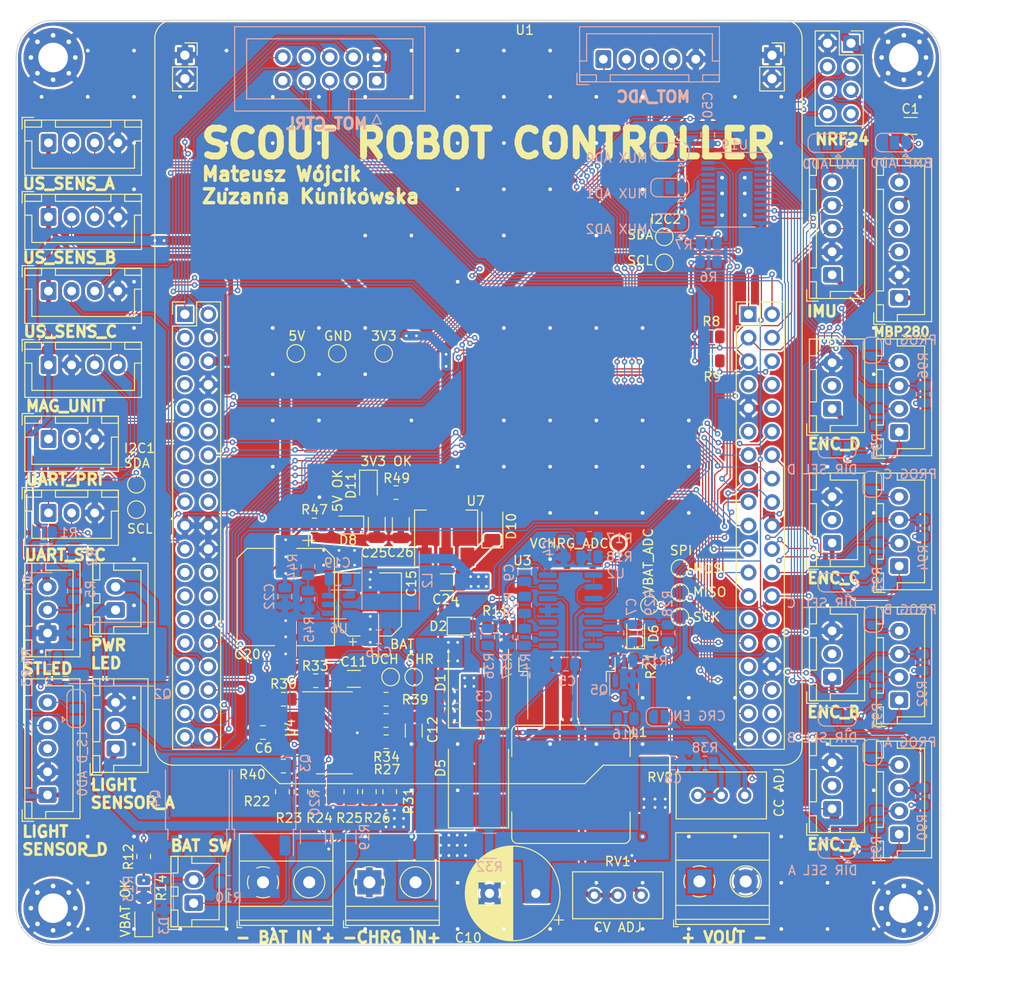
<source format=kicad_pcb>
(kicad_pcb (version 20221018) (generator pcbnew)
  (layers (0 "F.Cu" signal) (31 "B.Cu" signal) (34 "B.Paste" user) (35 "F.Paste" user) (36 "B.SilkS" user "B.Silkscreen") (37 "F.SilkS" user "F.Silkscreen") (38 "B.Mask" user) (39 "F.Mask" user) (44 "Edge.Cuts" user))
  (net 0 "")
  (net 1 "+3V3")
  (net 2 "GND")
  (net 3 "/BatteryManagement/V_CHRG")
  (net 4 "Net-(U2A-+)")
  (net 5 "+5V")
  (net 6 "Net-(U2B-+)")
  (net 7 "Net-(C10-Pad1)")
  (net 8 "Net-(D6-A)")
  (net 9 "Net-(U2D--)")
  (net 10 "Net-(U4B-+)")
  (net 11 "Net-(U4D-+)")
  (net 12 "VCC")
  (net 13 "Net-(U6-BST)")
  (net 14 "Net-(U6-SW)")
  (net 15 "Net-(D2-A)")
  (net 16 "/BatteryManagement/BAT_SW_B")
  (net 17 "Net-(D4-A)")
  (net 18 "Net-(D5-K)")
  (net 19 "Net-(D6-K)")
  (net 20 "Net-(D8-A)")
  (net 21 "Net-(D11-A)")
  (net 22 "Net-(J1-Pin_1)")
  (net 23 "ENC_A_SDA")
  (net 24 "ENC_A_SCL")
  (net 25 "Net-(J1-Pin_4)")
  (net 26 "Net-(J2-Pin_1)")
  (net 27 "ENC_C_SDA")
  (net 28 "ENC_C_SCL")
  (net 29 "Net-(J2-Pin_4)")
  (net 30 "Net-(J3-Pin_2)")
  (net 31 "Net-(J4-Pin_2)")
  (net 32 "Net-(J7-Pin_1)")
  (net 33 "ENC_B_SDA")
  (net 34 "ENC_B_SCL")
  (net 35 "Net-(J7-Pin_4)")
  (net 36 "Net-(J8-Pin_1)")
  (net 37 "ENC_D_SDA")
  (net 38 "ENC_D_SCL")
  (net 39 "Net-(J8-Pin_4)")
  (net 40 "NRF_CSN")
  (net 41 "NRF_CE")
  (net 42 "SPI_MOSI")
  (net 43 "SPI_SCK")
  (net 44 "NRF_IRQ")
  (net 45 "SPI_MISO")
  (net 46 "LIGHT_SENS_ADC")
  (net 47 "I2C_1_SCL")
  (net 48 "I2C_1_SDA")
  (net 49 "Net-(J13-Pin_6)")
  (net 50 "UART_PRI_TX")
  (net 51 "UART_PRI_RX")
  (net 52 "UART_SEC_TX")
  (net 53 "UART_SEC_RX")
  (net 54 "US_SENS_C_TRIG")
  (net 55 "US_SENS_C_ECHO")
  (net 56 "Net-(J22-Pin_5)")
  (net 57 "Net-(J23-Pin_5)")
  (net 58 "US_SENS_A_TRIG")
  (net 59 "US_SENS_A_ECHO")
  (net 60 "US_SENS_B_TRIG")
  (net 61 "US_SENS_B_ECHO")
  (net 62 "/BatteryManagement/BAT+")
  (net 63 "/BatteryManagement/BAT-")
  (net 64 "/BatteryManagement/BAT_SW_A")
  (net 65 "CHRG_EN")
  (net 66 "/I2C2MUX/A0")
  (net 67 "/I2C2MUX/A1")
  (net 68 "/I2C2MUX/A2")
  (net 69 "WSLED_DIN")
  (net 70 "Net-(Q1-D)")
  (net 71 "Net-(Q2-G)")
  (net 72 "Net-(Q3-D)")
  (net 73 "Net-(Q5-B)")
  (net 74 "Net-(Q5-C)")
  (net 75 "PWR_LEDS")
  (net 76 "I2C_2_SCL")
  (net 77 "I2C_2_SDA")
  (net 78 "Net-(U4A-+)")
  (net 79 "Net-(U4A--)")
  (net 80 "Net-(U2C-+)")
  (net 81 "Net-(U2C--)")
  (net 82 "Net-(R30-Pad2)")
  (net 83 "Net-(R31-Pad2)")
  (net 84 "Net-(U4C--)")
  (net 85 "Net-(U4C-+)")
  (net 86 "Net-(U2D-+)")
  (net 87 "BAT_CURR_CHRG_ADC")
  (net 88 "Net-(U4D--)")
  (net 89 "BAT_CURR_DISCH_ADC")
  (net 90 "Net-(U4B--)")
  (net 91 "Net-(U6-FB)")
  (net 92 "MOT_C_DIR")
  (net 93 "MOT_A_DIR")
  (net 94 "MOT_D_DIR")
  (net 95 "MOT_B_DIR")
  (net 96 "MOT_C_CURR_ADC")
  (net 97 "MOT_D_CURR_ADC")
  (net 98 "MOT_A_CURR_ADC")
  (net 99 "MOT_B_CURR_ADC")
  (net 100 "V_CHRGR_ADC")
  (net 101 "V_BAT_ADC")
  (net 102 "MOT_EN")
  (net 110 "SYS_RST")
  (net 123 "MOT_C_PWM")
  (net 124 "MOT_D_PWM")
  (net 125 "MOT_B_PWM")
  (net 126 "MOT_A_PWM")
  (net 143 "/BatteryManagement/V_CHRGR")
  (footprint "Resistor_SMD:R_0805_2012Metric" (layer "F.Cu") (at 182.1875 86.8)
    (fp_text reference "R9")
    (fp_text value "4k7")
  )
  (footprint "Diode_SMD:D_1206_3216Metric" (layer "F.Cu") (at 158.5 104.75 90)
    (fp_text reference "D10")
    (fp_text value "D")
  )
  (footprint "Connector_JST:JST_XH_B3B-XH-A_1x03_P2.50mm_Vertical" (layer "F.Cu") (at 195.25 135.25 90)
    (fp_text reference "J5" hide)
    (fp_text value "ENC_A_POW" hide)
  )
  (footprint "Resistor_SMD:R_0805_2012Metric" (layer "F.Cu") (at 147.0125 128)
    (fp_text reference "R27")
    (fp_text value "10k")
  )
  (footprint "Capacitor_SMD:C_1206_3216Metric" (layer "F.Cu") (at 150 126.8 -90)
    (fp_text reference "C12")
    (fp_text value "1u")
  )
  (footprint "TestPoint:TestPoint_Pad_D1.5mm" (layer "F.Cu") (at 150 121)
    (fp_text reference "TP15" hide)
    (fp_text value "BAT_CURR_DISCHRG_TP" hide)
  )
  (footprint "Connector_JST:JST_XH_B4B-XH-A_1x04_P2.50mm_Vertical" (layer "F.Cu") (at 202.5 123.5 90)
    (fp_text reference "J7" hide)
    (fp_text value "ENC_B_COMM" hide)
  )
  (footprint "Connector_JST:JST_XH_B4B-XH-A_1x04_P2.50mm_Vertical" (layer "F.Cu") (at 202.5 138 90)
    (fp_text reference "J1" hide)
    (fp_text value "ENC_A_COMM" hide)
  )
  (footprint "Potentiometer_THT:Potentiometer_Bourns_3296W_Vertical" (layer "F.Cu") (at 185.8 133.8)
    (fp_text reference "RV2")
    (fp_text value "10k")
  )
  (footprint "TerminalBlock_Phoenix:TerminalBlock_Phoenix_MKDS-1,5-2_1x02_P5.00mm_Horizontal" (layer "F.Cu") (at 145.2 143.2)
    (fp_text reference "J27" hide)
    (fp_text value "CHRGR_IN" hide)
  )
  (footprint "Connector_JST:JST_XH_B5B-XH-A_1x05_P2.50mm_Vertical" (layer "F.Cu") (at 195.25 77.5 90)
    (fp_text reference "J23" hide)
    (fp_text value "IMU_CONN" hide)
  )
  (footprint "Capacitor_SMD:C_1206_3216Metric" (layer "F.Cu") (at 146 104.45 -90)
    (fp_text reference "C25")
    (fp_text value "1u")
  )
  (footprint "Package_TO_SOT_SMD:TO-263-5_TabPin3" (layer "F.Cu") (at 166.575 115.575 90)
    (fp_text reference "U3")
    (fp_text value "LM2596S-ADJ")
  )
  (footprint "Capacitor_SMD:C_1206_3216Metric" (layer "F.Cu") (at 143.525 121.2)
    (fp_text reference "C11")
    (fp_text value "1u")
  )
  (footprint "LED_SMD:LED_0805_2012Metric" (layer "F.Cu") (at 142.9 104.55 180)
    (fp_text reference "D8")
    (fp_text value "5V_OK")
  )
  (footprint "Connector_JST:JST_XH_B4B-XH-A_1x04_P2.50mm_Vertical" (layer "F.Cu") (at 202.5 94.5 90)
    (fp_text reference "J8" hide)
    (fp_text value "ENC_D_COMM" hide)
  )
  (footprint "Capacitor_SMD:CP_Elec_6.3x5.8" (layer "F.Cu") (at 145.2625 113.15 90)
    (fp_text reference "C15")
    (fp_text value "47u/35V")
  )
  (footprint "Package_TO_SOT_SMD:SOT-223-3_TabPin2" (layer "F.Cu") (at 153.5 104.85 90)
    (fp_text reference "U7")
    (fp_text value "AP1117-33")
  )
  (footprint "MountingHole:MountingHole_3.2mm_M3_Pad_Via" (layer "F.Cu") (at 203 146)
    (fp_text reference "H3" hide)
    (fp_text value "MH" hide)
  )
  (footprint "TestPoint:TestPoint_Pad_D1.5mm" (layer "F.Cu") (at 178.8 111.875)
    (fp_text reference "TP4" hide)
    (fp_text value "SPI_MISO_TP" hide)
  )
  (footprint "MountingHole:MountingHole_3.2mm_M3_Pad_Via" (layer "F.Cu") (at 111 54)
    (fp_text reference "H1" hide)
    (fp_text value "MH" hide)
  )
  (footprint "Resistor_SMD:R_0805_2012Metric" (layer "F.Cu") (at 139.8 133.4 90)
    (fp_text reference "R24")
    (fp_text value "1k")
  )
  (footprint "TestPoint:TestPoint_Pad_D1.5mm" (layer "F.Cu") (at 175.5 113.25)
    (fp_text reference "TP13" hide)
    (fp_text value "VBAT_ADC_TP" hide)
  )
  (footprint "Connector_JST:JST_XH_B4B-XH-A_1x04_P2.50mm_Vertical" (layer "F.Cu") (at 202.5 109 90)
    (fp_text reference "J2" hide)
    (fp_text value "ENC_C_COMM" hide)
  )
  (footprint "Capacitor_SMD:C_1206_3216Metric" (layer "F.Cu") (at 203.725 61.4)
    (fp_text reference "C1")
    (fp_text value "1u")
  )
  (footprint "LED_SMD:LED_0805_2012Metric" (layer "F.Cu") (at 155.3125 115.5)
    (fp_text reference "D2")
    (fp_text value "V_CHRG_OK")
  )
  (footprint "TestPoint:TestPoint_Pad_D1.5mm" (layer "F.Cu") (at 178.8 109.25)
    (fp_text reference "TP5" hide)
    (fp_text value "SPI_MOSI_TP" hide)
  )
  (footprint "Connector_JST:JST_XH_B3B-XH-A_1x03_P2.50mm_Vertical" (layer "F.Cu") (at 195.25 121 90)
    (fp_text reference "J10" hide)
    (fp_text value "ENC_B_POW" hide)
  )
  (footprint "Connector_JST:JST_XH_B3B-XH-A_1x03_P2.50mm_Vertical" (layer "F.Cu") (at 110.5 103.25)
    (fp_text reference "J15" hide)
    (fp_text value "UART_SEC" hide)
  )
  (footprint "TestPoint:TestPoint_Pad_D1.5mm" (layer "F.Cu") (at 147.5 121)
    (fp_text reference "TP16" hide)
    (fp_text value "BAT_CURR_CHRG_TP" hide)
  )
  (footprint "kicad_library:ST_Morpho_Connector_64_STLink" (layer "F.Cu") (at 112 48.03)
    (fp_text reference "U1")
    (fp_text value "NUCLEO64-L476")
  )
  (footprint "Resistor_SMD:R_0805_2012Metric" (layer "F.Cu") (at 174 119.8 -90)
    (fp_text reference "R21")
    (fp_text value "470R")
  )
  (footprint "TestPoint:TestPoint_Pad_D1.5mm" (layer "F.Cu") (at 178.8 114.5)
    (fp_text reference "TP3" hide)
    (fp_text value "SPI_SCK_TP" hide)
  )
  (footprint "Connector_JST:JST_XH_B4B-XH-A_1x04_P2.50mm_Vertical" (layer "F.Cu") (at 110.5 79.25)
    (fp_text reference "J21" hide)
    (fp_text value "US_SENS_C_CONN" hide)
  )
  (footprint "TestPoint:TestPoint_Pad_D1.5mm" (layer "F.Cu") (at 177.1 73.4)
    (fp_text reference "TP8" hide)
    (fp_text value "I2C2_SDA_TP" hide)
  )
  (footprint "Resistor_SMD:R_0805_2012Metric" (layer "F.Cu") (at 135.9 130.63 180)
    (fp_text reference "R40")
    (fp_text value "4k7")
  )
  (footprint "Resistor_SMD:R_0805_2012Metric" (layer "F.Cu") (at 145.2 133.4 90)
    (fp_text reference "R26")
    (fp_text value "1k")
  )
  (footprint "TestPoint:TestPoint_Pad_D1.5mm" (layer "F.Cu") (at 137.25 86)
    (fp_text reference "TP18" hide)
    (fp_text value "5V_TP" hide)
  )
  (footprint "Connector_JST:JST_XH_B3B-XH-A_1x03_P2.50mm_Vertical" (layer "F.Cu") (at 195.25 92 90)
    (fp_text reference "J11" hide)
    (fp_text value "ENC_D_POW" hide)
  )
  (footprint "LED_SMD:LED_0805_2012Metric" (layer "F.Cu") (at 174 116.25 90)
    (fp_text reference "D6")
    (fp_text value "CC_ON")
  )
  (footprint "Resistor_SMD:R_0805_2012Metric" (layer "F.Cu") (at 147 125.7)
    (fp_text reference "R34")
    (fp_text value "4k7")
  )
  (footprint "Connector_JST:JST_XH_B6B-XH-A_1x06_P2.50mm_Vertical" (layer "F.Cu") (at 202.5 80 90)
    (fp_text reference "J13" hide)
    (fp_text value "BMP280_CONN" hide)
  )
  (footprint "Connector_JST:JST_XH_B4B-XH-A_1x04_P2.50mm_Vertical" (layer "F.Cu") (at 110.5 71.25)
    (fp_text reference "J25" hide)
    (fp_text value "US_SENS_B_CONN" hide)
  )
  (footprint "TestPoint:TestPoint_Pad_D1.5mm" (layer "F.Cu") (at 146.75 86)
    (fp_text reference "TP21" hide)
    (fp_text value "3V3_TP" hide)
  )
  (footprint "Connector_JST:JST_XH_B3B-XH-A_1x03_P2.50mm_Vertical" (layer "F.Cu") (at 110.4 116.25 90)
    (fp_text reference "J3" hide)
    (fp_text value "STATUS_LED" hide)
  )
  (footprint "LED_SMD:LED_0805_2012Metric" (layer "F.Cu") (at 145.1 100.3125 -90)
    (fp_text reference "D11")
    (fp_text value "3V3_OK")
  )
  (footprint "Connector_PinSocket_2.54mm:PinSocket_2x04_P2.54mm_Vertical" (layer "F.Cu") (at 197.29 52.45)
    (fp_text reference "J9" hide)
    (fp_text value "NRF2401L" hide)
  )
  (footprint "Connector_JST:JST_XH_B3B-XH-A_1x03_P2.50mm_Vertical" (layer "F.Cu") (at 195.25 106.5 90)
    (fp_text reference "J6" hide)
    (fp_text value "ENC_C_POW" hide)
  )
  (footprint "Connector_JST:JST_XH_B4B-XH-A_1x04_P2.50mm_Vertical" (layer "F.Cu") (at 110.5 87.25)
    (fp_text reference "J16" hide)
    (fp_text value "MAGNETOMETER_CONN" hide)
  )
  (footprint "MountingHole:MountingHole_3.2mm_M3_Pad_Via" (layer "F.Cu") (at 203 54)
    (fp_text reference "H2" hide)
    (fp_text value "MH" hide)
  )
  (footprint "Diode_SMD:D_SMC" (layer "F.Cu") (at 157 121.6 90)
    (fp_text reference "D1")
    (fp_text value "D_Schottky")
  )
  (footprint "Capacitor_SMD:C_1206_3216Metric" (layer "F.Cu") (at 153.575 110.75 180)
    (fp_text reference "C24")
    (fp_text value "1u")
  )
  (footprint "Connector_JST:JST_XH_B3B-XH-A_1x03_P2.50mm_Vertical" (layer "F.Cu") (at 110.5 95.25)
    (fp_text reference "J14" hide)
    (fp_text value "UART_PRIM" hide)
  )
  (footprint "Resistor_SMD:R_0805_2012Metric" (layer "F.Cu") (at 137.8 133.4125 90)
    (fp_text reference "R23")
    (fp_text value "1k")
  )
  (footprint "Capacitor_SMD:CP_Elec_10x7.9" (layer "F.Cu") (at 136.1625 112.35 -90)
    (fp_text reference "C20")
    (fp_text value "1m/10V")
  )
  (footprint "Capacitor_THT:CP_Radial_D10.0mm_P5.00mm" (layer "F.Cu") (at 163.2 144.4 180)
    (fp_text reference "C10")
    (fp_text value "470u/35V")
  )
  (footprint "Resistor_SMD:R_0805_2012Metric" (layer "F.Cu") (at 182.1875 84.2)
    (fp_text reference "R8")
    (fp_text value "4k7")
  )
  (footprint "Connector_JST:JST_XH_B5B-XH-A_1x05_P2.50mm_Vertical" (layer "F.Cu") (at 110.4 133.75 90)
    (fp_text reference "J22" hide)
    (fp_text value "LS_DIG_CONN" hide)
  )
  (footprint "TestPoint:TestPoint_Pad_D1.5mm" (layer "F.Cu") (at 141.7375 86)
    (fp_text reference "TP14" hide)
    (fp_text value "GND_TP" hide)
  )
  (footprint "Connector_JST:JST_XH_B2B-XH-A_1x02_P2.50mm_Vertical" (layer "F.Cu") (at 126.2 145.45 90)
    (fp_text reference "J28" hide)
    (fp_text value "BAT_SW" hide)
  )
  (footprint "Resistor_SMD:R_0805_2012Metric" (layer "F.Cu") (at 148.0875 101.05 180)
    (fp_text reference "R49")
    (fp_text value "220R")
  )
  (footprint "LED_SMD:LED_0805_2012Metric" (layer "F.Cu") (at 120.8 147.4 90)
    (fp_text reference "D4" hide)
    (fp_text value "V_BAT_OK")
  )
  (footprint "Resistor_SMD:R_0805_2012Metric" (layer "F.Cu") (at 135.9125 123.4)
    (fp_text reference "R30")
    (fp_text value "33k")
  )
  (footprint "Resistor_SMD:R_0805_2012Metric" (layer "F.Cu") (at 143.2 133.4 90)
    (fp_text reference "R25")
    (fp_text value "1k")
  )
  (footprint "Resistor_SMD:R_0805_2012Metric" (layer "F.Cu") (at 120.8 143.9125 -90)
    (fp_text reference "R14")
    (fp_text value "2k2")
  )
  (footprint "Diode_SMD:D_SMC" (layer "F.Cu") (at 157 132.4 90)
    (fp_text reference "D5")
    (fp_text value "D_Schottky")
  )
  (footprint "TestPoint:TestPoint_Pad_D1.5mm" (layer "F.Cu") (at 177.1 76.2)
    (fp_text reference "TP9" hide)
    (fp_text value "I2C2_SCL_TP" hide)
  )
  (footprint "Connector_JST:JST_XH_B2B-XH-A_1x02_P2.50mm_Vertical" (layer "F.Cu") (at 117.75 113.75 90)
    (fp_text reference "J4" hide)
    (fp_text value "PWR_LEDS" hide)
  )
  (footprint "TestPoint:TestPoint_Pad_D1.5mm" (layer "F.Cu") (at 120 100.15)
    (fp_text reference "TP6" hide)
    (fp_text value "I2C1_SDA_TP" hide)
  )
  (footprint "Resistor_SMD:R_0805_2012Metric" (layer "F.Cu") (at 135.8 133.4 90)
    (fp_text reference "R22")
    (fp_text value "33k")
  )
  (footprint "Connector_JST:JST_XH_B4B-XH-A_1x04_P2.50mm_Vertical" (layer "F.Cu") (at 110.5 63.225)
    (fp_text reference "J24" hide)
    (fp_text value "US_SENS_A_CONN" hide)
  )
  (footprint "Package_SO:SOIC-14_3.9x8.7mm_P1.27mm" (layer "F.Cu") (at 141.425 127.03)
    (fp_text reference "U4")
    (fp_text value "LM324")
  )
  (footprint "Resistor_SMD:R_0805_2012Metric" (layer "F.Cu") (at 158.8375 115.5)
    (fp_text reference "R11")
    (fp_text value "4k7")
  )
  (footprint "Capacitor_SMD:C_1206_3216Metric" (layer "F.Cu") (at 148.6 104.475 -90)
    (fp_text reference "C26")
    (fp_text value "1u")
  )
  (footprint "MountingHole:MountingHole_3.2mm_M3_Pad_Via" (layer "F.Cu") (at 111 146)
    (fp_text reference "H4" hide)
    (fp_text value "MH" hide)
  )
  (footprint "Resistor_SMD:R_0805_2012Metric" (layer "F.Cu") (at 120.8 140.4 -90)
    (fp_text reference "R12")
    (fp_text value "1k")
  )
  (footprint "TestPoint:TestPoint_Pad_D1.5mm" (layer "F.Cu") (at 172.15 106.55)
    (fp_text reference "TP12" hide)
    (fp_text value "VCHRG_ADC_TP" hide)
  )
  (footprint "TerminalBlock_Phoenix:TerminalBlock_Phoenix_MKDS-1,5-2_1x02_P5.00mm_Horizontal" (layer "F.Cu") (at 133.7 143.2)
    (fp_text reference "J26" hide)
    (fp_text value "BAT_IN" hide)
  )
  (footprint "Resistor_SMD:R_0805_2012Metric" (layer "F.Cu") (at 139.4 121.4 180)
    (fp_text reference "R33")
    (fp_text value "4k7")
  )
  (footprint "Connector_JST:JST_XH_B3B-XH-A_1x03_P2.50mm_Vertical" (layer "F.Cu") (at 117.75 128.75 90)
    (fp_text reference "J12" hide)
    (fp_text value "LIGHT_SENS_ANALOG" hide)
  )
  (footprint "Potentiometer_THT:Potentiometer_Bourns_3296W_Vertical" (layer "F.Cu") (at 174.607323 144.6)
    (fp_text reference "RV1")
    (fp_text value "10k")
  )
  (footprint "Resistor_SMD:R_0805_2012Metric" (layer "F.Cu") (at 147 123.4)
    (fp_text reference "R39")
    (fp_text value "4k7")
  )
  (footprint "Resistor_SMD:R_0805_2012Metric" (layer "F.Cu") (at 139.2625 104.55)
    (fp_text reference "R47")
    (fp_text value "680R")
  )
  (footprint "Inductor_SMD:L_Bourns_SRR1260" (layer "F.Cu") (at 167 132.6)
    (fp_text reference "L1")
    (fp_text value "33u/3A")
  )
  (footprint "TestPoint:TestPoint_Pad_D1.5mm" (layer "F.Cu") (at 120 102.9)
    (fp_text reference "TP7" hide)
    (fp_text value "I2C1_SCL_TP" hide)
  )
  (footprint "TerminalBlock_Phoenix:TerminalBlock_Phoenix_MKDS-1,5-2_1x02_P5.00mm_Horizontal" (layer "F.Cu") (at 180.9 143.1)
    (fp_text reference "J17" hide)
    (fp_text value "BAT_OUT" hide)
  )
  (footprint "Capacitor_SMD:C_0805_2012Metric" (layer "F.Cu") (at 133.7 127 180)
    (fp_text reference "C6")
    (fp_text value "100n")
  )
  (footprint "Resistor_SMD:R_0805_2012Metric" (layer "F.Cu") (at 147.4 133.4 90)
    (fp_text reference "R31")
    (fp_text value "10k")
  )
  (footprint "Resistor_SMD:R_0805_2012Metric" (layer "B.Cu") (at 200.1 121.9125 90)
    (fp_text reference "R93")
    (fp_text value "4k7")
  )
  (footprint "Resistor_SMD:R_0805_2012Metric" (layer "B.Cu") (at 113.3 108.0875 -90)
    (fp_text reference "R2")
    (fp_text value "2.2k")
  )
  (footprint "Jumper:SolderJumper-2_P1.3mm_Open_RoundedPad1.0x1.5mm" (layer "B.Cu") (at 176.55 125.3)
    (fp_text reference "JP12" hide)
    (fp_text value "CHRG_EN_JP" hide)
  )
  (footprint "Capacitor_SMD:C_0805_2012Metric" (layer "B.Cu") (at 154.75 125.2 180)
    (fp_text reference "C2")
    (fp_text value "100n")
  )
  (footprint "Resistor_SMD:R_0805_2012Metric" (layer "B.Cu") (at 205 104.9125 90)
    (fp_text reference "R94")
    (fp_text value "4k7")
  )
  (footprint "Jumper:SolderJumper-3_P1.3mm_Open_RoundedPad1.0x1.5mm" (layer "B.Cu") (at 202 63.2 180)
    (fp_text reference "JP9" hide)
    (fp_text value "BMP280_AD_SEL" hide)
  )
  (footprint "Capacitor_SMD:C_0805_2012Metric" (layer "B.Cu") (at 166.25 107.05 -90)
    (fp_text reference "C4")
    (fp_text value "100n")
  )
  (footprint "Resistor_SMD:R_0805_2012Metric" (layer "B.Cu") (at 200.1 107.4125 90)
    (fp_text reference "R95")
    (fp_text value "4k7")
  )
  (footprint "Package_TO_SOT_SMD:SOT-23" (layer "B.Cu") (at 110.2375 108.15)
    (fp_text reference "Q1")
    (fp_text value "Q_NMOS_GSD")
  )
  (footprint "Resistor_SMD:R_0805_2012Metric" (layer "B.Cu") (at 205 119.4125 90)
    (fp_text reference "R92")
    (fp_text value "4k7")
  )
  (footprint "Resistor_SMD:R_0805_2012Metric" (layer "B.Cu") (at 120.8 143.8875 -90)
    (fp_text reference "R13")
    (fp_text value "47k")
  )
  (footprint "Capacitor_SMD:C_0805_2012Metric" (layer "B.Cu") (at 136.0625 112.3 -90)
    (fp_text reference "C22")
    (fp_text value "100n")
  )
  (footprint "Resistor_SMD:R_0805_2012Metric" (layer "B.Cu") (at 200.1 136.4125 90)
    (fp_text reference "R91")
    (fp_text value "4k7")
  )
  (footprint "Jumper:SolderJumper-2_P1.3mm_Open_RoundedPad1.0x1.5mm" (layer "B.Cu") (at 199.6 129.15 -90)
    (fp_text reference "JP3" hide)
    (fp_text value "PROG_A" hide)
  )
  (footprint "Jumper:SolderJumper-3_P1.3mm_Open_RoundedPad1.0x1.5mm" (layer "B.Cu") (at 195.775 96.3 180)
    (fp_text reference "JP6" hide)
    (fp_text value "DIR_SEL_D" hide)
  )
  (footprint "Jumper:SolderJumper-3_P1.3mm_Open_RoundedPad1.0x1.5mm" (layer "B.Cu") (at 195.8 125.3 180)
    (fp_text reference "JP5" hide)
    (fp_text value "DIR_SEL_B" hide)
  )
  (footprint "Capacitor_SMD:C_0805_2012Metric" (layer "B.Cu") (at 146.2125 116.65)
    (fp_text reference "C16")
    (fp_text value "100n")
  )
  (footprint "Jumper:SolderJumper-2_P1.3mm_Open_RoundedPad1.0x1.5mm" (layer "B.Cu") (at 199.6 100.15 -90)
    (fp_text reference "JP4" hide)
    (fp_text value "PROG_C" hide)
  )
  (footprint "Resistor_SMD:R_0805_2012Metric" (layer "B.Cu") (at 110.5875 118.9)
    (fp_text reference "R4")
    (fp_text value "47k")
  )
  (footprint "Jumper:SolderJumper-3_P1.3mm_Open_RoundedPad1.0x1.5mm" (layer "B.Cu") (at 177.7 68.065 180)
    (fp_text reference "JP16" hide)
    (fp_text value "MUX_ADDR_A1" hide)
  )
  (footprint "Resistor_SMD:R_0805_2012Metric" (layer "B.Cu") (at 138.5625 112.575 -90)
    (fp_text reference "R45")
    (fp_text value "10k")
  )
  (footprint "Resistor_SMD:R_0805_2012Metric" (layer "B.Cu") (at 172.9125 125.5 180)
    (fp_text reference "R16")
    (fp_text value "10k")
  )
  (footprint "Jumper:SolderJumper-2_P1.3mm_Open_RoundedPad1.0x1.5mm" (layer "B.Cu") (at 199.6 85.65 -90)
    (fp_text reference "JP8" hide)
    (fp_text value "PROG_D" hide)
  )
  (footprint "Resistor_SMD:R_0805_2012Metric" (layer "B.Cu") (at 169 108 180)
    (fp_text reference "R18")
    (fp_text value "1k")
  )
  (footprint "Capacitor_SMD:C_0805_2012Metric" (layer "B.Cu") (at 178.05 130.3)
    (fp_text reference "C8")
    (fp_text value "100n")
  )
  (footprint "Resistor_SMD:R_0805_2012Metric" (layer "B.Cu") (at 109.9875 105.4)
    (fp_text reference "R1")
    (fp_text value "2.2k")
  )
  (footprint "Connector_IDC:IDC-Header_2x05_P2.54mm_Vertical" (layer "B.Cu") (at 146 56.5 90)
    (fp_text reference "J30" hide)
    (fp_text value "MOTOR_CONTROL" hide)
  )
  (footprint "Resistor_SMD:R_0805_2012Metric" (layer "B.Cu") (at 162 116.69 -90)
    (fp_text reference "R41")
    (fp_text value "10k")
  )
  (footprint "Package_TO_SOT_SMD:TO-252-2" (layer "B.Cu") (at 126.6 134.16 90)
    (fp_text reference "Q4")
    (fp_text value "Q_NMOS_GDS")
  )
  (footprint "Resistor_SMD:R_0805_2012Metric" (layer "B.Cu") (at 110.5875 121.075 180)
    (fp_text reference "R3")
    (fp_text value "470R")
  )
  (footprint "Resistor_SMD:R_0805_2012Metric" (layer "B.Cu") (at 169 106)
    (fp_text reference "R17")
    (fp_text value "10k")
  )
  (footprint "Resistor_SMD:R_0805_2012Metric" (layer "B.Cu") (at 113.3 111.7 -90)
    (fp_text reference "R5")
    (fp_text value "470R")
  )
  (footprint "Package_TO_SOT_SMD:TO-252-2" (layer "B.Cu") (at 133.8 134.16 90)
    (fp_text reference "Q3")
    (fp_text value "Q_NMOS_GDS")
  )
  (footprint "Jumper:SolderJumper-3_P1.3mm_Open_RoundedPad1.0x1.5mm" (layer "B.Cu") (at 177.7 64.23 180)
    (fp_text reference "JP15" hide)
    (fp_text value "MUX_ADDR_A0" hide)
  )
  (footprint "Resistor_SMD:R_0805_2012Metric" (layer "B.Cu") (at 175.5 116.25 -90)
    (fp_text reference "R29")
    (fp_text value "1k")
  )
  (footprint "Resistor_SMD:R_0805_2012Metric" (layer "B.Cu") (at 158 116.6625 90)
    (fp_text reference "R36")
    (fp_text value "10k")
  )
  (footprint "Diode_SMD:D_SOD-123" (layer "B.Cu") (at 123 144.6 -90)
    (fp_text reference "D3")
    (fp_text value "15V")
  )
  (footprint "Capacitor_SMD:C_0805_2012Metric" (layer "B.Cu") (at 166.45 119.6 180)
    (fp_text reference "C5")
    (fp_text value "100n")
  )
  (footprint "Package_SO:TSSOP-24_4.4x7.8mm_P0.65mm" (layer "B.Cu") (at 184.7 68.3 180)
    (fp_text reference "U19")
    (fp_text value "TCA9548APWR")
  )
  (footprint "Resistor_SMD:R_0805_2012Metric" (layer "B.Cu") (at 200.1 92.9 90)
    (fp_text reference "R97")
    (fp_text value "4k7")
  )
  (footprint "Resistor_SMD:R_0805_2012Metric" (layer "B.Cu") (at 138.5625 109.0625 -90)
    (fp_text reference "R44")
    (fp_text value "56k")
  )
  (footprint "Resistor_SMD:R_1210_3225Metric" (layer "B.Cu") (at 139.1 138.3 90)
    (fp_text reference "R20")
    (fp_text value "50m")
  )
  (footprint "Connector_JST:JST_XH_B5B-XH-A_1x05_P2.50mm_Vertical" (layer "B.Cu") (at 170.5 54.18)
    (fp_text reference "J29" hide)
    (fp_text value "ADC_CURR_CONN" hide)
  )
  (footprint "Package_TO_SOT_SMD:TO-252-2" (layer "B.Cu") (at 118.815 118.525)
    (fp_text reference "Q2")
    (fp_text value "Q_NMOS_GDS")
  )
  (footprint "Capacitor_SMD:C_0805_2012Metric" (layer "B.Cu") (at 173.45 116.25 -90)
    (fp_text reference "C7")
    (fp_text value "100n")
  )
  (footprint "Jumper:SolderJumper-3_P1.3mm_Open_RoundedPad1.0x1.5mm" (layer "B.Cu") (at 194.7 63.2575 180)
    (fp_text reference "JP11" hide)
    (fp_text value "IMU_AD0_SEL" hide)
  )
  (footprint "Capacitor_SMD:C_0805_2012Metric" (layer "B.Cu") (at 181.8 62.35 90)
    (fp_text reference "C50")
    (fp_text value "100n")
  )
  (footprint "Jumper:SolderJumper-3_P1.3mm_Open_RoundedPad1.0x1.5mm" (layer "B.Cu") (at 177.7 71.9 180)
    (fp_text reference "JP17" hide)
    (fp_text value "MUX_ADDR_A2" hide)
  )
  (footprint "Resistor_SMD:R_0805_2012Metric" (layer "B.Cu") (at 181.8875 76.1)
    (fp_text reference "R6")
    (fp_text value "4k7")
  )
  (footprint "Resistor_SMD:R_0805_2012Metric" (layer "B.Cu") (at 205.1 90.4125 90)
    (fp_text reference "R96")
    (fp_text value "4k7")
  )
  (footprint "Jumper:SolderJumper-3_P1.3mm_Open_RoundedPad1.0x1.5mm" (layer "B.Cu") (at 195.775 139.6 180)
    (fp_text reference "JP1" hide)
    (fp_text value "DIR_SEL_A" hide)
  )
  (footprint "kicad_library:FERROCORE_DJNR6045" (layer "B.Cu") (at 147.5 110.55 90)
    (fp_text reference "L2")
    (fp_text value "3u3/3A")
  )
  (footprint "Resistor_SMD:R_0805_2012Metric" (layer "B.Cu") (at 205 133.9125 90)
    (fp_text reference "R90")
    (fp_text value "4k7")
  )
  (footprint "Resistor_SMD:R_0805_2012Metric" (layer "B.Cu") (at 177.5 116.25 90)
    (fp_text reference "R28")
    (fp_text value "10k")
  )
  (footprint "Resistor_SMD:R_0805_2012Metric" (layer "B.Cu") (at 160 116.6625 -90)
    (fp_text reference "R37")
    (fp_text value "10k")
  )
  (footprint "Capacitor_SMD:C_0805_2012Metric" (layer "B.Cu") (at 154.75 123.1 180)
    (fp_text reference "C3")
    (fp_text value "100n")
  )
  (footprint "Jumper:SolderJumper-3_P1.3mm_Open_RoundedPad1.0x1.5mm" (layer "B.Cu") (at 113.5 124.4 90)
    (fp_text reference "JP10" hide)
    (fp_text value "LS_DIG_AD_SEL" hide)
  )
  (footprint "Package_SO:SOIC-14_3.9x8.7mm_P1.27mm" (layer "B.Cu") (at 166.975 113.79 180)
    (fp_text reference "U2")
    (fp_text value "LM324")
  )
  (footprint "Resistor_SMD:R_1210_3225Metric" (layer "B.Cu") (at 158.2 139.25)
    (fp_text reference "R32")
    (fp_text value "50m")
  )
  (footprint "Resistor_SMD:R_0805_2012Metric" (layer "B.Cu") (at 181.9125 74.1)
    (fp_text reference "R7")
    (fp_text value "4k7")
  )
  (footprint "Resistor_SMD:R_0805_2012Metric" (layer "B.Cu") (at 172.75 119.25 180)
    (fp_text reference "R15")
    (fp_text value "47k")
  )
  (footprint "Jumper:SolderJumper-3_P1.3mm_Open_RoundedPad1.0x1.5mm" (layer "B.Cu") (at 195.775 110.8 180)
    (fp_text reference "JP2" hide)
    (fp_text value "DIR_SEL_C" hide)
  )
  (footprint "Resistor_SMD:R_0805_2012Metric" (layer "B.Cu") (at 129.9875 143.2)
    (fp_text reference "R10")
    (fp_text value "47k")
  )
  (footprint "Resistor_SMD:R_1210_3225Metric" (layer "B.Cu") (at 142.4 138.3 90)
    (fp_text reference "R19")
    (fp_text value "50m")
  )
  (footprint "Resistor_SMD:R_0805_2012Metric" (layer "B.Cu") (at 162 113.205 -90)
    (fp_text reference "R35")
    (fp_text value "10k")
  )
  (footprint "Package_TO_SOT_SMD:TSOT-23-6" (layer "B.Cu") (at 141.8625 113.15 180)
    (fp_text reference "U6")
    (fp_text value "AP62300TWU")
  )
  (footprint "Capacitor_SMD:C_0805_2012Metric" (layer "B.Cu") (at 141.8125 110.35)
    (fp_text reference "C19")
    (fp_text value "100n")
  )
  (footprint "Jumper:SolderJumper-2_P1.3mm_Open_RoundedPad1.0x1.5mm" (layer "B.Cu") (at 199.7 114.75 -90)
    (fp_text reference "JP7" hide)
    (fp_text value "PROG_B" hide)
  )
  (footprint "Resistor_SMD:R_0805_2012Metric" (layer "B.Cu") (at 181.5 130.3 180)
    (fp_text reference "R38")
    (fp_text value "470R")
  )
  (footprint "Capacitor_SMD:C_0805_2012Metric" (layer "B.Cu") (at 162 109.7 -90)
    (fp_text reference "C9")
    (fp_text value "100n")
  )
  (footprint "Package_TO_SOT_SMD:SOT-23" (layer "B.Cu") (at 172.75 122.3125 -90)
    (fp_text reference "Q5")
    (fp_text value "Q_NPN_BEC")
  )
  (gr_arc (start 107 54) (mid 108.171573 51.171573) (end 111 50) (stroke (width 0.1)) (layer "Edge.Cuts"))
  (gr_line (start 107 54) (end 107 146) (stroke (width 0.1)) (layer "Edge.Cuts"))
  (gr_line (start 207 146) (end 207 54) (stroke (width 0.1)) (layer "Edge.Cuts"))
  (gr_arc (start 207 146) (mid 205.828427 148.828427) (end 203 150) (stroke (width 0.1)) (layer "Edge.Cuts"))
  (gr_line (start 203 50) (end 111 50) (stroke (width 0.1)) (layer "Edge.Cuts"))
  (gr_line (start 111 150) (end 203 150) (stroke (width 0.1)) (layer "Edge.Cuts"))
  (gr_arc (start 203 50) (mid 205.828427 51.171573) (end 207 54) (stroke (width 0.1)) (layer "Edge.Cuts"))
  (gr_arc (start 111 150) (mid 108.171573 148.828427) (end 107 146) (stroke (width 0.1)) (layer "Edge.Cuts"))
  (gr_text "MOT_CTRL" (at 145.15 61.85) (layer "B.SilkS") (effects (font (size 1.2 1.2) (thickness 0.3) bold) (justify left bottom mirror)))
  (gr_text "BMP AD0" (at 206.2 66) (layer "B.SilkS") (effects (font (size 1 1)) (justify left bottom mirror)))
  (gr_text "PROG D" (at 206.7 85.15) (layer "B.SilkS") (effects (font (size 1 1)) (justify left bottom mirror)))
  (gr_text "PROG A" (at 206.65 128.65) (layer "B.SilkS") (effects (font (size 1 1)) (justify left bottom mirror)))
  (gr_text "DIR SEL B" (at 198.1 128.15) (layer "B.SilkS") (effects (font (size 1 1)) (justify left bottom mirror)))
  (gr_text "CRG EN" (at 183.85 125.8) (layer "B.SilkS") (effects (font (size 1 1)) (justify left bottom mirror)))
  (gr_text "MUX AD2" (at 175.4 73.15) (layer "B.SilkS") (effects (font (size 1 1)) (justify left bottom mirror)))
  (gr_text "PROG B" (at 206.7 114.3) (layer "B.SilkS") (effects (font (size 1 1)) (justify left bottom mirror)))
  (gr_text "MOT_ADC" (at 180.05 58.95) (layer "B.SilkS") (effects (font (size 1.2 1.2) (thickness 0.3) bold) (justify left bottom mirror)))
  (gr_text "PROG C" (at 206.7 99.65) (layer "B.SilkS") (effects (font (size 1 1)) (justify left bottom mirror)))
  (gr_text "MUX AD1" (at 175.4 69.3) (layer "B.SilkS") (effects (font (size 1 1)) (justify left bottom mirror)))
  (gr_text "IMU AD0" (at 198.35 66.1) (layer "B.SilkS") (effects (font (size 1 1)) (justify left bottom mirror)))
  (gr_text "LS_D AD0" (at 114.75 126.75 90) (layer "B.SilkS") (effects (font (size 1 1)) (justify left bottom mirror)))
  (gr_text "DIR SEL C" (at 198.1 113.6) (layer "B.SilkS") (effects (font (size 1 1)) (justify left bottom mirror)))
  (gr_text "DIR SEL D" (at 198.1 99.15) (layer "B.SilkS") (effects (font (size 1 1)) (justify left bottom mirror)))
  (gr_text "DIR SEL A" (at 198.1 142.5) (layer "B.SilkS") (effects (font (size 1 1)) (justify left bottom mirror)))
  (gr_text "MUX AD0" (at 175.4 65.45) (layer "B.SilkS") (effects (font (size 1 1)) (justify left bottom mirror)))
  (gr_text "ENC_B" (at 192.4 125.5) (layer "F.SilkS") (effects (font (size 1.2 1.2) (thickness 0.3) bold) (justify left bottom)))
  (gr_text "5V" (at 136.35 84.7) (layer "F.SilkS") (effects (font (size 1 1)) (justify left bottom)))
  (gr_text "VBAT_ADC" (at 175.95 112.1 90) (layer "F.SilkS") (effects (font (size 1 1)) (justify left bottom)))
  (gr_text "5V OK" (at 142.35 103.25 90) (layer "F.SilkS") (effects (font (size 1 1)) (justify left bottom)))
  (gr_text "LIGHT \nSENSOR_D" (at 107.5 140.35) (layer "F.SilkS") (effects (font (size 1.2 1.2) (thickness 0.3) bold) (justify left bottom)))
  (gr_text "SCL" (at 173 76.55) (layer "F.SilkS") (effects (font (size 1 1)) (justify left bottom)))
  (gr_text "ENC_C" (at 192.4 111) (layer "F.SilkS") (effects (font (size 1.2 1.2) (thickness 0.3) bold) (justify left bottom)))
  (gr_text "ENC_D" (at 192.45 96.5) (layer "F.SilkS") (effects (font (size 1.2 1.2) (thickness 0.3) bold) (justify left bottom)))
  (gr_text "MISO" (at 180.1 112.4) (layer "F.SilkS") (effects (font (size 1 1)) (justify left bottom)))
  (gr_text "CV ADJ" (at 169.35 148.65) (layer "F.SilkS") (effects (font (size 1 1)) (justify left bottom)))
  (gr_text "STLED" (at 107.55 120.8) (layer "F.SilkS") (effects (font (size 1.2 1.2) (thickness 0.3) bold) (justify left bottom)))
  (gr_text "US_SENS_C" (at 107.65 84.35) (layer "F.SilkS") (effects (font (size 1.2 1.2) (thickness 0.3) bold) (justify left bottom)))
  (gr_text "VCHRG_ADC" (at 162.45 107.15) (layer "F.SilkS") (effects (font (size 1 1)) (justify left bottom)))
  (gr_text "+ VOUT -" (at 178.75 149.85) (layer "F.SilkS") (effects (font (size 1.2 1.2) (thickness 0.3) bold) (justify left bottom)))
  (gr_text "3V3" (at 145.3 84.7) (layer "F.SilkS") (effects (font (size 1 1)) (justify left bottom)))
  (gr_text "UART_SEC" (at 107.75 108.5) (layer "F.SilkS") (effects (font (size 1.2 1.2) (thickness 0.3) bold) (justify left bottom)))
  (gr_text "- BAT IN +" (at 130.602143 149.85) (layer "F.SilkS") (effects (font (size 1.2 1.2) (thickness 0.3) bold) (justify left bottom)))
  (gr_text "IMU" (at 192.35 82.15) (layer "F.SilkS") (effects (font (size 1.2 1.2) (thickness 0.3) bold) (justify left bottom)))
  (gr_text "SCL" (at 118.9 105.55) (layer "F.SilkS") (effects (font (size 1 1)) (justify left bottom)))
  (gr_text "MOSI" (at 180.1 109.85) (layer "F.SilkS") (effects (font (size 1 1)) (justify left bottom)))
  (gr_text "SPI" (at 177.6 107.9) (layer "F.SilkS") (effects (font (size 1 1)) (justify left bottom)))
  (gr_text "CC ADJ" (at 190.1 136.25 90) (layer "F.SilkS") (effects (font (size 1 1)) (justify left bottom)))
  (gr_text "BAT\nDCH CHR" (at 148.75 119.65) (layer "F.SilkS") (effects (font (size 1 1)) (justify bottom)))
  (gr_text "I2C1\nSDA" (at 118.55 98.45) (layer "F.SilkS") (effects (font (size 1 1)) (justify left bottom)))
  (gr_text "GND" (at 140.2 84.7) (layer "F.SilkS") (effects (font (size 1 1)) (justify left bottom)))
  (gr_text "UART_PRI" (at 107.9 100.35) (layer "F.SilkS") (effects (font (size 1.2 1.2) (thickness 0.3) bold) (justify left bottom)))
  (gr_text "SCOUT ROBOT CONTROLLER" (at 126.65 65.05) (layer "F.SilkS") (effects (font (size 3 3) (thickness 0.75) bold) (justify left bottom)))
  (gr_text "ENC_A" (at 192.4 139.8) (layer "F.SilkS") (effects (font (size 1.2 1.2) (thickness 0.3) bold) (justify left bottom)))
  (gr_text "US_SENS_B" (at 107.55 76.35) (layer "F.SilkS") (effects (font (size 1.2 1.2) (thickness 0.3) bold) (justify left bottom)))
  (gr_text "MBP280" (at 199.6 84.25) (layer "F.SilkS") (effects (font (size 1 1) (thickness 0.25) bold) (justify left bottom)))
  (gr_text "SCK" (at 180.1 115.1) (layer "F.SilkS") (effects (font (size 1 1)) (justify left bottom)))
  (gr_text "VBAT OK" (at 119.4 149.25 90) (layer "F.SilkS") (effects (font (size 1 1)) (justify left bottom)))
  (gr_text "BAT SW" (at 123.55 139.95) (layer "F.SilkS") (effects (font (size 1.2 1.2) (thickness 0.3) bold) (justify left bottom)))
  (gr_text "Mateusz Wójcik\nZuzanna Kunikowska" (at 126.9 69.9) (layer "F.SilkS") (effects (font (size 1.5 1.5) (thickness 0.375) bold) (justify left bottom)))
  (gr_text "I2C2" (at 175.45 72.05) (layer "F.SilkS") (effects (font (size 1 1)) (justify left bottom)))
  (gr_text "LIGHT \nSENSOR_A" (at 114.9 135.3) (layer "F.SilkS") (effects (font (size 1.2 1.2) (thickness 0.3) bold) (justify left bottom)))
  (gr_text "US_SENS_A" (at 107.55 68.35) (layer "F.SilkS") (effects (font (size 1.2 1.2) (thickness 0.3) bold) (justify left bottom)))
  (gr_text "SDA" (at 173 73.75) (layer "F.SilkS") (effects (font (size 1 1)) (justify left bottom)))
  (gr_text "NRF24" (at 193.25 63.55) (layer "F.SilkS") (effects (font (size 1.2 1.2) (thickness 0.3) bold) (justify left bottom)))
  (gr_text "3V3 OK" (at 144.15 98.25) (layer "F.SilkS") (effects (font (size 1 1)) (justify left bottom)))
  (gr_text "MAG_UNIT" (at 107.9 92.4) (layer "F.SilkS") (effects (font (size 1.2 1.2) (thickness 0.3) bold) (justify left bottom)))
  (gr_text "-CHRG IN+" (at 142.159286 149.85) (layer "F.SilkS") (effects (font (size 1.2 1.2) (thickness 0.3) bold) (justify left bottom)))
  (gr_text "PWR\nLED" (at 114.9 120.2) (layer "F.SilkS") (effects (font (size 1.2 1.2) (thickness 0.3) bold) (justify left bottom)))
  (segment (start 117.75 129.45) (end 113.45 133.75) (width 0.508) (layer "F.Cu") (net 1))
  (segment (start 177.291066 62.091066) (end 176.8 62.091066) (width 0.508) (layer "F.Cu") (net 1))
  (segment (start 205.4 65.4) (end 205.4 67.1) (width 0.508) (layer "F.Cu") (net 1))
  (segment (start 195.25 109.85) (end 197.05 111.65) (width 0.508) (layer "F.Cu") (net 1))
  (segment (start 113.45 133.75) (end 110.4 133.75) (width 0.508) (layer "F.Cu") (net 1))
  (segment (start 205.4 120.3) (end 204.1 120.3) (width 0.254) (layer "F.Cu") (net 1))
  (segment (start 205.4 91.4) (end 205.4 97.6) (width 0.508) (layer "F.Cu") (net 1))
  (segment (start 123 73.8) (end 122 73.8) (width 1.016) (layer "F.Cu") (net 1))
  (segment (start 205.4 65.4) (end 205.4 140.4) (width 1.016) (layer "F.Cu") (net 1))
  (segment (start 205.4 111.9) (end 205.4 120.3) (width 0.508) (layer "F.Cu") (net 1))
  (segment (start 194.104655 50.892) (end 195.732 50.892) (width 1.016) (layer "F.Cu") (net 1))
  (segment (start 153.5 101.7) (end 156.85 101.7) (width 1.016) (layer "F.Cu") (net 1))
  (segment (start 194.096655 50.9) (end 194.104655 50.892) (width 1.016) (layer "F.Cu") (net 1))
  (segment (start 181.275 84.2) (end 180.4 84.2) (width 0.254) (layer "F.Cu") (net 1))
  (segment (start 200.95 60.95) (end 203.3 63.3) (width 1.016) (layer "F.Cu") (net 1))
  (segment (start 199.092 54.252) (end 199.092 59.092) (width 1.016) (layer "F.Cu") (net 1))
  (segment (start 203.3 63.3) (end 205.4 65.4) (width 1.016) (layer "F.Cu") (net 1))
  (segment (start 205.4 135.9) (end 205.4 140.4) (width 0.508) (layer "F.Cu") (net 1))
  (segment (start 153.5 108) (end 153.5 101.7) (width 1.016) (layer "F.Cu") (net 1))
  (segment (start 204.6 106.2) (end 204.2 105.8) (width 0.254) (layer "F.Cu") (net 1))
  (segment (start 203.3 63.3) (end 204.6 63.3) (width 0.127) (layer "F.Cu") (net 1))
  (segment (start 205.4 106.2) (end 204.6 106.2) (width 0.254) (layer "F.Cu") (net 1))
  (segment (start 198.9 97.4) (end 199.775 96.525) (width 0.254) (layer "F.Cu") (net 1))
  (segment (start 205.4 97.6) (end 205.4 106.2) (width 0.508) (layer "F.Cu") (net 1))
  (segment (start 197.7 110.9) (end 197.05 111.55) (width 0.254) (layer "F.Cu") (net 1))
  (segment (start 200.55 60.55) (end 200.95 60.95) (width 1.016) (layer "F.Cu") (net 1))
  (segment (start 149 101.05) (end 152.85 101.05) (width 1.016) (layer "F.Cu") (net 1))
  (segment (start 156.85 101.7) (end 158.5 103.35) (width 1.016) (layer "F.Cu") (net 1))
  (segment (start 205.4 67.1) (end 202.5 70) (width 0.508) (layer "F.Cu") (net 1))
  (segment (start 179 63.3) (end 178.5 63.3) (width 0.508) (layer "F.Cu") (net 1))
  (segment (start 197.8 141.1) (end 195.5 138.8) (width 1.016) (layer "F.Cu") (net 1))
  (segment (start 205.4 67.1) (end 205.4 78.9) (width 0.508) (layer "F.Cu") (net 1))
  (segment (start 197.05 111.55) (end 197.05 111.65) (width 0.254) (layer "F.Cu") (net 1))
  (segment (start 201.4 61.4) (end 200.95 60.95) (width 1.016) (layer "F.Cu") (net 1))
  (segment (start 195.732 50.892) (end 197.29 52.45) (width 1.016) (layer "F.Cu") (net 1))
  (segment (start 187.2 132) (end 190.45 135.25) (width 0.127) (layer "F.Cu") (net 1))
  (segment (start 199.092 59.092) (end 200.55 60.55) (width 1.016) (layer "F.Cu") (net 1))
  (segment (start 117.75 128.75) (end 117.75 129.45) (width 0.508) (layer "F.Cu") (net 1))
  (segment (start 197.9 140.8) (end 198.2 141.1) (width 0.254) (layer "F.Cu") (net 1))
  (segment (start 198.4 125.2) (end 198.2 125.4) (width 0.254) (layer "F.Cu") (net 1))
  (segment (start 198.2 125.4) (end 198.1 125.4) (width 0.254) (layer "F.Cu") (net 1))
  (segment (start 195.25 121) (end 195.25 122.55) (width 0.508) (layer "F.Cu") (net 1))
  (segment (start 197.05 111.65) (end 197.8 112.4) (width 0.508) (layer "F.Cu") (net 1))
  (segment (start 205.4 91.4) (end 204.3 91.4) (width 0.254) (layer "F.Cu") (net 1))
  (segment (start 202.25 61.4) (end 201.4 61.4) (width 1.016) (layer "F.Cu") (net 1))
  (segment (start 196.9 97.4) (end 198.9 97.4) (width 0.254) (layer "F.Cu") (net 1))
  (segment (start 198.2 141.1) (end 197.8 141.1) (width 1.016) (layer "F.Cu") (net 1))
  (segment (start 152.85 101.05) (end 153.5 101.7) (width 1.016) (layer "F.Cu") (net 1))
  (segment (start 205.4 82.7) (end 205.4 91.4) (width 0.508) (layer "F.Cu") (net 1))
  (segment (start 205.4 135.05) (end 205.4 135.9) (width 0.254) (layer "F.Cu") (net 1))
  (segment (start 197.8 112.4) (end 204.9 112.4) (width 0.508) (layer "F.Cu") (net 1))
  (segment (start 148.575 102.975) (end 148.6 103) (width 0.508) (layer "F.Cu") (net 1))
  (segment (start 180 76.2) (end 180 79.2) (width 0.254) (layer "F.Cu") (net 1))
  (segment (start 205.4 126.9) (end 205.4 135.9) (width 0.508) (layer "F.Cu") (net 1))
  (segment (start 197.29 52.45) (end 199.092 54.252) (width 1.016) (layer "F.Cu") (net 1))
  (segment (start 190.45 135.25) (end 195.25 135.25) (width 0.127) (layer "F.Cu") (net 1))
  (segment (start 149.2 84.1) (end 138.9 73.8) (width 1.016) (layer "F.Cu") (net 1))
  (segment (start 195.25 106.5) (end 195.25 109.85) (width 0.508) (layer "F.Cu") (net 1))
  (segment (start 203.805859 134.846759) (end 205.196759 134.846759) (width 0.254) (layer "F.Cu") (net 1))
  (segment (start 204.7 141.1) (end 198.2 141.1) (width 1.016) (layer "F.Cu") (net 1))
  (segment (start 176.808934 62.091066) (end 188 50.9) (width 1.016) (layer "F.Cu") (net 1))
  (segment (start 182.9 63.3) (end 178.5 63.3) (width 0.508) (layer "F.Cu") (net 1))
  (segment (start 181.275 86.8) (end 180.4 86.8) (width 0.254) (layer "F.Cu") (net 1))
  (segment (start 200.45 82.7) (end 205.4 82.7) (width 0.508) (layer "F.Cu") (net 1))
  (segment (start 195.5 138.8) (end 195.5 135.5) (width 1.016) (layer "F.Cu") (net 1))
  (segment (start 204.9 112.4) (end 205.4 111.9) (width 0.508) (layer "F.Cu") (net 1))
  (segment (start 197.9 139.6) (end 197.9 140.8) (width 0.254) (layer "F.Cu") (net 1))
  (segment (start 198.1 125.4) (end 199.6 126.9) (width 0.508) (layer "F.Cu") (net 1))
  (segment (start 148.65 84.1) (end 149.2 84.1) (width 0.25) (layer "F.Cu") (net 1))
  (segment (start 176.8 62.091066) (end 176.808934 62.091066) (width 1.016) (layer "F.Cu") (net 1))
  (segment (start 195.25 77.5) (end 200.45 82.7) (width 0.508) (layer "F.Cu") (net 1))
  (segment (start 205.196759 134.846759) (end 205.4 135.05) (width 0.254) (layer "F.Cu") (net 1))
  (segment (start 186.6 132) (end 187.2 132) (width 0.127) (layer "F.Cu") (net 1))
  (segment (start 205.4 78.9) (end 205.4 82.7) (width 0.508) (layer "F.Cu") (net 1))
  (segment (start 178.5 63.3) (end 177.291066 62.091066) (width 0.508) (layer "F.Cu") (net 1))
  (segment (start 195.25 122.55) (end 198.1 125.4) (width 0.508) (layer "F.Cu") (net 1))
  (segment (start 205.4 106.2) (end 205.4 111.9) (width 0.508) (layer "F.Cu") (net 1))
  (segment (start 150.3 84.1) (end 149.2 84.1) (width 1.016) (layer "F.Cu") (net 1))
  (segment (start 188 50.9) (end 194.096655 50.9) (width 1.016) (layer "F.Cu") (net 1))
  (segment (start 205.4 140.4) (end 204.7 141.1) (width 1.016) (layer "F.Cu") (net 1))
  (segment (start 146 102.975) (end 148.575 102.975) (width 0.508) (layer "F.Cu") (net 1))
  (segment (start 204.3 80) (end 202.5 80) (width 0.508) (layer "F.Cu") (net 1))
  (segment (start 179 70.7) (end 179 66.9) (width 0.508) (layer "F.Cu") (net 1))
  (segment (start 199.8075 60.55) (end 200.55 60.55) (width 0.127) (layer "F.Cu") (net 1))
  (segment (start 199.6 126.9) (end 205.4 126.9) (width 0.508) (layer "F.Cu") (net 1))
  (segment (start 176.8 62.091066) (end 153.5 85.391066) (width 1.016) (layer "F.Cu") (net 1))
  (segment (start 138.9 73.8) (end 123 73.8) (width 1.016) (layer "F.Cu") (net 1))
  (segment (start 149 102.6) (end 148.6 103) (width 0.508) (layer "F.Cu") (net 1))
  (segment (start 153.5 85.391066) (end 153.5 86.1) (width 1.016) (layer "F.Cu") (net 1))
  (segment (start 199.775 96.525) (end 200.85 97.6) (width 0.508) (layer "F.Cu") (net 1))
  (segment (start 153.5 86.1) (end 153.5 101.7) (width 1.016) (layer "F.Cu") (net 1))
  (segment (start 149 101.05) (end 149 102.6) (width 0.508) (layer "F.Cu") (net 1))
  (segment (start 205.4 78.9) (end 204.3 80) (width 0.508) (layer "F.Cu") (net 1))
  (segment (start 195.25 92) (end 199.775 96.525) (width 0.508) (layer "F.Cu") (net 1))
  (segment (start 197.1 63.2575) (end 199.8075 60.55) (width 0.127) (layer "F.Cu") (net 1))
  (segment (start 205.4 120.3) (end 205.4 126.9) (width 0.508) (layer "F.Cu") (net 1))
  (segment (start 146.75 86) (end 148.65 84.1) (width 0.25) (layer "F.Cu") (net 1))
  (segment (start 200.85 97.6) (end 205.4 97.6) (width 0.508) (layer "F.Cu") (net 1))
  (segment (start 195.5 135.5) (end 195.25 135.25) (width 1.016) (layer "F.Cu") (net 1))
  (segment (start 179 66.9) (end 179 63.3) (width 0.508) (layer "F.Cu") (net 1))
  (via (at 197.1 63.2575) (size 0.6) (drill 0.3) (layers "F.Cu" "B.Cu") (net 1))
  (via (at 182.9 63.3) (size 0.6) (drill 0.3) (layers "F.Cu" "B.Cu") (net 1))
  (via (at 204.1 120.3) (size 0.6) (drill 0.3) (layers "F.Cu" "B.Cu") (net 1))
  (via (at 180 76.2) (size 0.6) (drill 0.3) (layers "F.Cu" "B.Cu") (net 1))
  (via (at 123 73.8) (size 0.6) (drill 0.3) (layers "F.Cu" "B.Cu") (net 1))
  (via (at 203.805859 134.846759) (size 0.6) (drill 0.3) (layers "F.Cu" "B.Cu") (net 1))
  (via (at 180 79.2) (size 0.6) (drill 0.3) (layers "F.Cu" "B.Cu") (net 1))
  (via (at 179 63.3) (size 0.6) (drill 0.3) (layers "F.Cu" "B.Cu") (net 1))
  (via (at 122 73.8) (size 0.6) (drill 0.3) (layers "F.Cu" "B.Cu") (net 1))
  (via (at 197.7 110.9) (size 0.6) (drill 0.3) (layers "F.Cu" "B.Cu") (net 1))
  (via (at 153.5 87.4) (size 0.6) (drill 0.3) (layers "F.Cu" "B.Cu") (net 1))
  (via (at 180.4 86.8) (size 0.6) (drill 0.3) (layers "F.Cu" "B.Cu") (net 1))
  (via (at 204.6 63.3) (size 0.6) (drill 0.3) (layers "F.Cu" "B.Cu") (net 1))
  (via (at 196.9 97.4) (size 0.6) (drill 0.3) (layers "F.Cu" "B.Cu") (net 1))
  (via (at 180.4 84.2) (size 0.6) (drill 0.3) (layers "F.Cu" "B.Cu") (net 1))
  (via (at 204.3 91.4) (size 0.6) (drill 0.3) (layers "F.Cu" "B.Cu") (net 1))
  (via (at 150.3 84.1) (size 0.6) (drill 0.3) (layers "F.Cu" "B.Cu") (net 1))
  (via (at 149.2 84.1) (size 0.6) (drill 0.3) (layers "F.Cu" "B.Cu") (net 1))
  (via (at 197.9 139.6) (size 0.6) (drill 0.3) (layers "F.Cu" "B.Cu") (net 1))
  (via (at 153.5 86.1) (size 0.6) (drill 0.3) (layers "F.Cu" "B.Cu") (net 1))
  (via (at 204.2 105.8) (size 0.6) (drill 0.3) (layers "F.Cu" "B.Cu") (net 1))
  (via (at 186.6 132) (size 0.6) (drill 0.3) (layers "F.Cu" "B.Cu") (net 1))
  (via (at 198.4 125.2) (size 0.6) (drill 0.3) (layers "F.Cu" "B.Cu") (net 1))
  (via (at 179 70.7) (size 0.6) (drill 0.3) (layers "F.Cu" "B.Cu") (net 1))
  (via (at 179 66.9) (size 0.6) (drill 0.3) (layers "F.Cu" "B.Cu") (net 1))
  (segment (start 111.3 73.8) (end 123 73.8) (width 1.016) (layer "B.Cu") (net 1))
  (segment (start 204.975 120.3) (end 205 120.325) (width 0.254) (layer "B.Cu") (net 1))
  (segment (start 197.1 63.2575) (end 196 63.2575) (width 0.127) (layer "B.Cu") (net 1))
  (segment (start 110.5 87.25) (end 110.5 84.6) (width 1.016) (layer "B.Cu") (net 1))
  (segment (start 180.975 74.125) (end 181 74.1) (width 0.254) (layer "B.Cu") (net 1))
  (segment (start 199 110.8) (end 197.8 110.8) (width 0.254) (layer "B.Cu") (net 1))
  (segment (start 200.1 138.7) (end 200.1 137.325) (width 0.254) (layer "B.Cu") (net 1))
  (segment (start 196.9 97.4) (end 197.075 97.225) (width 0.254) (layer "B.Cu") (net 1))
  (segment (start 108.177 125) (end 108.177 133.877) (width 0.254) (layer "B.Cu") (net 1))
  (segment (start 199.1 96.5) (end 197.275 96.5) (width 0.254) (layer "B.Cu") (net 1))
  (segment (start 181.914355 126.482499) (end 179.282499 126.482499) (width 0.127) (layer "B.Cu") (net 1))
  (segment (start 181.8375 63.3375) (end 181.8 63.3) (width 0.254) (layer "B.Cu") (net 1))
  (segment (start 108.177 110.223) (end 108.177 125) (width 0.254) (layer "B.Cu") (net 1))
  (segment (start 204.6 63.3) (end 203.4 63.3) (width 0.127) (layer "B.Cu") (net 1))
  (segment (start 108.463195 94.966199) (end 108.463195 104.788195) (width 0.508) (layer "B.Cu") (net 1))
  (segment (start 180.4 84.2) (end 180.4 86.8) (width 0.254) (layer "B.Cu") (net 1))
  (segment (start 179 71.9) (end 179 70.7) (width 0.508) (layer "B.Cu") (net 1))
  (segment (start 204.975 105.8) (end 205 105.825) (width 0.254) (layer "B.Cu") (net 1))
  (segment (start 111.5 125) (end 108.177 125) (width 0.127) (layer "B.Cu") (net 1))
  (segment (start 204.2 105.8) (end 204.975 105.8) (width 0.254) (layer "B.Cu") (net 1))
  (segment (start 179 73.3) (end 179 71.9) (width 0.254) (layer "B.Cu") (net 1))
  (segment (start 200.1 93.8125) (end 200.1 95.5) (width 0.254) (layer "B.Cu") (net 1))
  (segment (start 108.7 82.8) (end 108.7 76.4) (width 1.016) (layer "B.Cu") (net 1))
  (segment (start 109.3 109.1) (end 108.2 110.2) (width 0.508) (layer "B.Cu") (net 1))
  (segment (start 181.8375 64.725) (end 181.8375 63.3375) (width 0.254) (layer "B.Cu") (net 1))
  (segment (start 179.282499 126.482499) (end 178.1 125.3) (width 0.127) (layer "B.Cu") (net 1))
  (segment (start 108.1085 106.3665) (end 108.1085 107.9085) (width 0.508) (layer "B.Cu") (net 1))
  (segment (start 197.6 110.8) (end 197.7 110.9) (width 0.254) (layer "B.Cu") (net 1))
  (segment (start 203.827618 134.825) (end 205 134.825) (width 0.254) (layer "B.Cu") (net 1))
  (segment (start 197.1 125.3) (end 198.3 125.3) (width 0.254) (layer "B.Cu") (net 1))
  (segment (start 181 74.1) (end 179.8 74.1) (width 0.254) (layer "B.Cu") (net 1))
  (segment (start 180.4 79.6) (end 180 79.2) (width 0.254) (layer "B.Cu") (net 1))
  (segment (start 108.463195 104.788195) (end 109.075 105.4) (width 0.508) (layer "B.Cu") (net 1))
  (segment (start 182.9 63.3) (end 181.8 63.3) (width 0.508) (layer "B.Cu") (net 1))
  (segment (start 197.9 139.6) (end 199.2 139.6) (width 0.254) (layer "B.Cu") (net 1))
  (segment (start 197.075 139.6) (end 197.9 139.6) (width 0.254) (layer "B.Cu") (net 1))
  (segment (start 197.075 97.225) (end 197.075 96.3) (width 0.254) (layer "B.Cu") (net 1))
  (segment (start 153.5 87.4) (end 153.5 85.8) (width 1.016) (layer "B.Cu") (net 1))
  (segment (start 180.975 76.1) (end 180.975 74.125) (width 0.254) (layer "B.Cu") (net 1))
  (segment (start 200.1 108.325) (end 200.1 109.7) (width 0.254) (layer "B.Cu") (net 1))
  (segment (start 149.2 84.1) (end 150.3 84.1) (width 1.016) (layer "B.Cu") (net 1))
  (segment (start 151.8 84.1) (end 150.3 84.1) (width 1.016) (layer "B.Cu") (net 1))
  (segment (start 179 64.23) (end 179 63.3) (width 0.508) (layer "B.Cu") (net 1))
  (segment (start 200.1 109.7) (end 199 110.8) (width 0.254) (layer "B.Cu") (net 1))
  (segment (start 180.4 84.2) (end 180.4 79.6) (width 0.254) (layer "B.Cu") (net 1))
  (segment (start 110.5 84.6) (end 108.7 82.8) (width 1.016) (layer "B.Cu") (net 1))
  (segment (start 203.4 63.3) (end 203.3 63.2) (width 0.127) (layer "B.Cu") (net 1))
  (segment (start 113.5 125.7) (end 112.2 125.7) (width 0.127) (layer "B.Cu") (net 1))
  (segment (start 186.6 131.168144) (end 181.914355 126.482499) (width 0.127) (layer "B.Cu") (net 1))
  (segment (start 109.3 109.1) (end 108.177 110.223) (width 0.254) (layer "B.Cu") (net 1))
  (segment (start 200.1 95.5) (end 199.1 96.5) (width 0.254) (layer "B.Cu") (net 1))
  (segment (start 197.275 96.5) (end 197.075 96.3) (width 0.254) (layer "B.Cu") (net 1))
  (segment (start 108.2 110.2) (end 108.2 133.9) (width 0.508) (layer "B.Cu") (net 1))
  (segment (start 110.25 133.9) (end 110.4 133.75) (width 0.508) (layer "B.Cu") (net 1))
  (segment (start 153.5 85.8) (end 151.8 84.1) (width 1.016) (layer "B.Cu") (net 1))
  (segment (start 205.025 91.4) (end 205.1 91.325) (width 0.254) (layer "B.Cu") (net 1))
  (segment (start 112.2 125.7) (end 111.5 125) (width 0.127) (layer "B.Cu") (net 1))
  (segment (start 108.7 76.4) (end 111.3 73.8) (width 1.016) (layer "B.Cu") (net 1))
  (segment (start 199.2 139.6) (end 200.1 138.7) (width 0.254) (layer "B.Cu") (net 1))
  (segment (start 108.2 133.9) (end 110.25 133.9) (width 0.508) (layer "B.Cu") (net 1))
  (segment (start 203.805859 134.846759) (end 203.827618 134.825) (width 0.254) (layer "B.Cu") (net 1))
  (segment (start 197.8 110.8) (end 197.7 110.9) (width 0.254) (layer "B.Cu") (net 1))
  (segment (start 178.1 125.3) (end 177.2 125.3) (width 0.127) (layer "B.Cu") (net 1))
  (segment (start 198.4 125.2) (end 200.1 123.5) (width 0.254) (layer "B.Cu") (net 1))
  (segment (start 179.8 74.1) (end 179 73.3) (width 0.254) (layer "B.Cu") (net 1))
  (segment (start 180.1 76.1) (end 180.975 76.1) (width 0.254) (layer "B.Cu") (net 1))
  (segment (start 110.5 87.25) (end 110.5 92.929394) (width 0.508) (layer "B.Cu") (net 1))
  (segment (start 197.075 110.8) (end 197.6 110.8) (width 0.254) (layer "B.Cu") (net 1))
  (segment (start 108.177 133.877) (end 108.2 133.9) (width 0.254) (layer "B.Cu") (net 1))
  (segment (start 180 76.2) (end 180.1 76.1) (width 0.254) (layer "B.Cu") (net 1))
  (segment (start 108.1085 107.9085) (end 109.3 109.1) (width 0.508) (layer "B.Cu") (net 1))
  (segment (start 179 68.065) (end 179 67) (width 0.508) (layer "B.Cu") (net 1))
  (segment (start 198.3 125.3) (end 198.4 125.2) (width 0.254) (layer "B.Cu") (net 1))
  (segment (start 109.075 105.4) (end 108.1085 106.3665) (width 0.508) (layer "B.Cu") (net 1))
  (segment (start 110.5 92.929394) (end 108.463195 94.966199) (width 0.508) (layer "B.Cu") (net 1))
  (segment (start 204.3 91.4) (end 205.025 91.4) (width 0.254) (layer "B.Cu") (net 1))
  (segment (start 200.1 123.5) (end 200.1 122.825) (width 0.254) (layer "B.Cu") (net 1))
  (segment (start 204.1 120.3) (end 204.975 120.3) (width 0.254) (layer "B.Cu") (net 1))
  (segment (start 186.6 132) (end 186.6 131.168144) (width 0.127) (layer "B.Cu") (net 1))
  (segment (start 166.575 123.225) (end 166.575 114.075) (width 1.016) (layer "F.Cu") (net 2))
  (via (at 154.75 148.25) (size 0.8) (drill 0.4) (layers "F.Cu" "B.Cu") (net 2))
  (via (at 114.75 148.25) (size 0.8) (drill 0.4) (layers "F.Cu" "B.Cu") (net 2))
  (via (at 174.75 148.25) (size 0.8) (drill 0.4) (layers "F.Cu" "B.Cu") (net 2))
  (via (at 194.75 143.25) (size 0.8) (drill 0.4) (layers "F.Cu" "B.Cu") (net 2))
  (via (at 174.75 58.25) (size 0.8) (drill 0.4) (layers "F.Cu" "B.Cu") (net 2))
  (via (at 114.75 68.25) (size 0.8) (drill 0.4) (layers "F.Cu" "B.Cu") (net 2))
  (via (at 139.75 93.25) (size 0.8) (drill 0.4) (layers "F.Cu" "B.Cu") (net 2))
  (via (at 179.75 93.25) (size 0.8) (drill 0.4) (layers "F.Cu" "B.Cu") (net 2))
  (via (at 124.75 148.25) (size 0.8) (drill 0.4) (layers "F.Cu" "B.Cu") (net 2))
  (via (at 114.75 113.25) (size 0.8) (drill 0.4) (layers "F.Cu" "B.Cu") (net 2))
  (via (at 194.75 128.25) (size 0.8) (drill 0.4) (layers "F.Cu" "B.Cu") (net 2))
  (via (at 164.75 108.25) (size 0.8) (drill 0.4) (layers "F.Cu" "B.Cu") (net 2))
  (via (at 139.75 58.25) (size 0.8) (drill 0.4) (layers "F.Cu" "B.Cu") (net 2))
  (via (at 129.75 53.25) (size 0.8) (drill 0.4) (layers "F.Cu" "B.Cu") (net 2))
  (via (at 194.75 113.25) (size 0.8) (drill 0.4) (layers "F.Cu" "B.Cu") (net 2))
  (via (at 114.75 53.25) (size 0.8) (drill 0.4) (layers "F.Cu" "B.Cu") (net 2))
  (via (at 114.75 58.25) (size 0.8) (drill 0.4) (layers "F.Cu" "B.Cu") (net 2))
  (via (at 139.75 83.25) (size 0.8) (drill 0.4) (layers "F.Cu" "B.Cu") (net 2))
  (via (at 204.75 58.25) (size 0.8) (drill 0.4) (layers "F.Cu" "B.Cu") (net 2))
  (via (at 169.75 103.25) (size 0.8) (drill 0.4) (layers "F.Cu" "B.Cu") (net 2))
  (via (at 114.75 83.25) (size 0.8) (drill 0.4) (layers "F.Cu" "B.Cu") (net 2))
  (via (at 124.75 138.25) (size 0.8) (drill 0.4) (layers "F.Cu" "B.Cu") (net 2))
  (via (at 119.75 58.25) (size 0.8) (drill 0.4) (layers "F.Cu" "B.Cu") (net 2))
  (via (at 149.75 73.25) (size 0.8) (drill 0.4) (layers "F.Cu" "B.Cu") (net 2))
  (via (at 134.75 88.25) (size 0.8) (drill 0.4) (layers "F.Cu" "B.Cu") (net 2))
  (via (at 174.75 73.25) (size 0.8) (drill 0.4) (layers "F.Cu" "B.Cu") (net 2))
  (via (at 154.75 98.25) (size 0.8) (drill 0.4) (layers "F.Cu" "B.Cu") (net 2))
  (via (at 164.75 148.25) (size 0.8) (drill 0.4) (layers "F.Cu" "B.Cu") (net 2))
  (via (at 179.75 98.25) (size 0.8) (drill 0.4) (layers "F.Cu" "B.Cu") (net 2))
  (via (at 179.75 148.25) (size 0.8) (drill 0.4) (layers "F.Cu" "B.Cu") (net 2))
  (via (at 114.75 143.25) (size 0.8) (drill 0.4) (layers "F.Cu" "B.Cu") (net 2))
  (via (at 114.75 138.25) (size 0.8) (drill 0.4) (layers "F.Cu" "B.Cu") (net 2))
  (via (at 154.75 78.25) (size 0.8) (drill 0.4) (layers "F.Cu" "B.Cu") (net 2))
  (via (at 119.75 138.25) (size 0.8) (drill 0.4) (layers "F.Cu" "B.Cu") (net 2))
  (via (at 189.75 63.25) (size 0.8) (drill 0.4) (layers "F.Cu" "B.Cu") (net 2))
  (via (at 164.75 53.25) (size 0.8) (drill 0.4) (layers "F.Cu" "B.Cu") (net 2))
  (via (at 145.35 109.65) (size 0.6) (drill 0.3) (layers "F.Cu" "B.Cu") (net 2))
  (via (at 174.75 128.25) (size 0.8) (drill 0.4) (layers "F.Cu" "B.Cu") (net 2))
  (via (at 159.75 63.25) (size 0.8) (drill 0.4) (layers "F.Cu" "B.Cu") (net 2))
  (via (at 184.75 128.25) (size 0.8) (drill 0.4) (layers "F.Cu" "B.Cu") (net 2))
  (via (at 169.75 63.25) (size 0.8) (drill 0.4) (layers "F.Cu" "B.Cu") (net 2))
  (via (at 149.75 63.25) (size 0.8) (drill 0.4) (layers "F.Cu" "B.Cu") (net 2))
  (via (at 144.75 73.25) (size 0.8) (drill 0.4) (layers "F.Cu" "B.Cu") (net 2))
  (via (at 194.75 98.25) (size 0.8) (drill 0.4) (layers "F.Cu" "B.Cu") (net 2))
  (via (at 134.75 63.25) (size 0.8) (drill 0.4) (layers "F.Cu" "B.Cu") (net 2))
  (via (at 174.75 83.25) (size 0.8) (drill 0.4) (layers "F.Cu" "B.Cu") (net 2))
  (via (at 199.75 133.25) (size 0.8) (drill 0.4) (layers "F.Cu" "B.Cu") (net 2))
  (via (at 164.75 68.25) (size 0.8) (drill 0.4) (layers "F.Cu" "B.Cu") (net 2))
  (via (at 189.75 133.25) (size 0.8) (drill 0.4) (layers "F.Cu" "B.Cu") (net 2))
  (via (at 134.75 93.25) (size 0.8) (drill 0.4) (layers "F.Cu" "B.Cu") (net 2))
  (via (at 169.75 58.25) (size 0.8) (drill 0.4) (layers "F.Cu" "B.Cu") (net 2))
  (via (at 159.75 148.25) (size 0.8) (drill 0.4) (layers "F.Cu" "B.Cu") (net 2))
  (via (at 185.8 68.7) (size 0.8) (drill 0.4) (layers "F.Cu" "B.Cu") (net 2))
  (via (at 136.15 116.65) (size 0.6) (drill 0.3) (layers "F.Cu" "B.Cu") (net 2))
  (via (at 109.75 118.25) (size 0.8) (drill 0.4) (layers "F.Cu" "B.Cu") (net 2))
  (via (at 154.75 133.25) (size 0.8) (drill 0.4) (layers "F.Cu" "B.Cu") (net 2))
  (via (at 169.75 93.25) (size 0.8) (drill 0.4) (layers "F.Cu" "B.Cu") (net 2))
  (via (at 149.75 58.25) (size 0.8) (drill 0.4) (layers "F.Cu" "B.Cu") (net 2))
  (via (at 179.75 123.25) (size 0.8) (drill 0.4) (layers "F.Cu" "B.Cu") (net 2))
  (via (at 159.75 93.25) (size 0.8) (drill 0.4) (layers "F.Cu" "B.Cu") (net 2))
  (via (at 145.3 111.3) (size 0.6) (drill 0.3) (layers "F.Cu" "B.Cu") (net 2))
  (via (at 119.75 63.25) (size 0.8) (drill 0.4) (layers "F.Cu" "B.Cu") (net 2))
  (via (at 149.75 118.25) (size 0.8) (drill 0.4) (layers "F.Cu" "B.Cu") (net 2))
  (via (at 144.75 138.25) (size 0.8) (drill 0.4) (layers "F.Cu" "B.Cu") (net 2))
  (via (at 154.75 58.25) (size 0.8) (drill 0.4) (layers "F.Cu" "B.Cu") (net 2))
  (via (at 144.75 58.25) (size 0.8) (drill 0.4) (layers "F.Cu" "B.Cu") (net 2))
  (via (at 134.75 68.25) (size 0.8) (drill 0.4) (layers "F.Cu" "B.Cu") (net 2))
  (via (at 169.75 148.25) (size 0.8) (drill 0.4) (layers "F.Cu" "B.Cu") (net 2))
  (via (at 164.75 93.25) (size 0.8) (drill 0.4) (layers "F.Cu" "B.Cu") (net 2))
  (via (at 185.8 67) (size 0.8) (drill 0.4) (layers "F.Cu" "B.Cu") (net 2))
  (via (at 124.75 58.25) (size 0.8) (drill 0.4) (layers "F.Cu" "B.Cu") (net 2))
  (via (at 183.35 68.7) (size 0.8) (drill 0.4) (layers "F.Cu" "B.Cu") (net 2))
  (via (at 139.75 68.25) (size 0.8) (drill 0.4) (layers "F.Cu" "B.Cu") (net 2))
  (via (at 144.75 88.25) (size 0.8) (drill 0.4) (layers "F.Cu" "B.Cu") (net 2))
  (via (at 149.75 138.25) (size 0.8) (drill 0.4) (layers "F.Cu" "B.Cu") (net 2))
  (via (at 169.75 128.25) (size 0.8) (drill 0.4) (layers "F.Cu" "B.Cu") (net 2))
  (via (at 119.75 123.25) (size 0.8) (drill 0.4) (layers "F.Cu" "B.Cu") (net 2))
  (via (at 119.75 148.25) (size 0.8) (drill 0.4) (layers "F.Cu" "B.Cu") (net 2))
  (via (at 164.75 98.25) (size 0.8) (drill 0.4) (layers "F.Cu" "B.Cu") (net 2))
  (via (at 149.75 133.25) (size 0.8) (drill 0.4) (layers "F.Cu" "B.Cu") (net 2))
  (via (at 169.75 83.25) (size 0.8) (drill 0.4) (layers "F.Cu" "B.Cu") (net 2))
  (via (at 149.75 123.25) (size 0.8) (drill 0.4) (layers "F.Cu" "B.Cu") (net 2))
  (via (at 134.75 148.25) (size 0.8) (drill 0.4) (layers "F.Cu" "B.Cu") (net 2))
  (via (at 174.75 93.25) (size 0.8) (drill 0.4) (layers "F.Cu" "B.Cu") (net 2))
  (via (at 159.75 143.25) (size 0.8) (drill 0.4) (layers "F.Cu" "B.Cu") (net 2))
  (via (at 164.75 63.25) (size 0.8) (drill 0.4) (layers "F.Cu" "B.Cu") (net 2))
  (via (at 154.75 113.25) (size 0.8) (drill 0.4) (layers "F.Cu" "B.Cu") (net 2))
  (via (at 154.75 143.25) (size 0.8) (drill 0.4) (layers "F.Cu" "B.Cu") (net 2))
  (via (at 134.75 58.25) (size 0.8) (drill 0.4) (layers "F.Cu" "B.Cu") (net 2))
  (via (at 139.75 148.25) (size 0.8) (drill 0.4) (layers "F.Cu" "B.Cu") (net 2))
  (via (at 164.75 103.25) (size 0.8) (drill 0.4) (layers "F.Cu" "B.Cu") (net 2))
  (via (at 119.75 113.25) (size 0.8) (drill 0.4) (layers "F.Cu" "B.Cu") (net 2))
  (via (at 136.15 114.9) (size 0.6) (drill 0.3) (layers "F.Cu" "B.Cu") (net 2))
  (via (at 185.8 71.05) (size 0.8) (drill 0.4) (layers "F.Cu" "B.Cu") (net 2))
  (via (at 149.75 128.25) (size 0.8) (drill 0.4) (layers "F.Cu" "B.Cu") (net 2))
  (via (at 144.75 83.25) (size 0.8) (drill 0.4) (layers "F.Cu" "B.Cu") (net 2))
  (via (at 199.75 103.25) (size 0.8) (drill 0.4) (layers "F.Cu" "B.Cu") (net 2))
  (via (at 134.75 98.25) (size 0.8) (drill 0.4) (layers "F.Cu" "B.Cu") (net 2))
  (via (at 169.75 143.25) (size 0.8) (drill 0.4) (layers "F.Cu" "B.Cu") (net 2))
  (via (at 194.75 148.25) (size 0.8) (drill 0.4) (layers "F.Cu" "B.Cu") (net 2))
  (via (at 139.8 101.55) (size 0.8) (drill 0.4) (layers "F.Cu" "B.Cu") (net 2))
  (via (at 109.75 138.25) (size 0.8) (drill 0.4) (layers "F.Cu" "B.Cu") (net 2))
  (via (at 159.75 68.25) (size 0.8) (drill 0.4) (layers "F.Cu" "B.Cu") (net 2))
  (via (at 189.75 58.25) (size 0.8) (drill 0.4) (layers "F.Cu" "B.Cu") (net 2))
  (via (at 129.75 148.25) (size 0.8) (drill 0.4) (layers "F.Cu" "B.Cu") (net 2))
  (via (at 159.75 53.25) (size 0.8) (drill 0.4) (layers "F.Cu" "B.Cu") (net 2))
  (via (at 119.75 133.25) (size 0.8) (drill 0.4) (layers "F.Cu" "B.Cu") (net 2))
  (via (at 149.75 148.25) (size 0.8) (drill 0.4) (layers "F.Cu" "B.Cu") (net 2))
  (via (at 139.75 63.25) (size 0.8) (drill 0.4) (layers "F.Cu" "B.Cu") (net 2))
  (via (at 136.15 118.5) (size 0.6) (drill 0.3) (layers "F.Cu" "B.Cu") (net 2))
  (via (at 174.75 98.25) (size 0.8) (drill 0.4) (layers "F.Cu" "B.Cu") (net 2))
  (via (at 199.75 83.25) (size 0.8) (drill 0.4) (layers "F.Cu" "B.Cu") (net 2))
  (via (at 169.75 73.25) (size 0.8) (drill 0.4) (layers "F.Cu" "B.Cu") (net 2))
  (via (at 114.75 108.25) (size 0.8) (drill 0.4) (layers "F.Cu" "B.Cu") (net 2))
  (via (at 143.9 127.03) (size 0.6) (drill 0.3) (layers "F.Cu" "B.Cu") (net 2))
  (via (at 129.75 63.25) (size 0.8) (drill 0.4) (layers "F.Cu" "B.Cu") (net 2))
  (via (at 184.75 58.25) (size 0.8) (drill 0.4) (layers "F.Cu" "B.Cu") (net 2))
  (via (at 154.75 68.25) (size 0.8) (drill 0.4) (layers "F.Cu" "B.Cu") (net 2))
  (via (at 183.35 71.05) (size 0.8) (drill 0.4) (layers "F.Cu" "B.Cu") (net 2))
  (via (at 179.75 103.25) (size 0.8) (drill 0.4) (layers "F.Cu" "B.Cu") (net 2))
  (via (at 169.75 98.25) (size 0.8) (drill 0.4) (layers "F.Cu" "B.Cu") (net 2))
  (via (at 139.75 88.25) (size 0.8) (drill 0.4) (layers "F.Cu" "B.Cu") (net 2))
  (via (at 174.75 103.25) (size 0.8) (drill 0.4) (layers "F.Cu" "B.Cu") (net 2))
  (via (at 119.75 128.25) (size 0.8) (drill 0.4) (layers "F.Cu" "B.Cu") (net 2))
  (via (at 189.75 148.25) (size 0.8) (drill 0.4) (layers "F.Cu" "B.Cu") (net 2))
  (via (at 199.75 148.25) (size 0.8) (drill 0.4) (layers "F.Cu" "B.Cu") (net 2))
  (via (at 189.75 138.25) (size 0.8) (drill 0.4) (layers "F.Cu" "B.Cu") (net 2))
  (via (at 134.75 83.25) (size 0.8) (drill 0.4) (layers "F.Cu" "B.Cu") (net 2))
  (via (at 119.75 83.25) (size 0.8) (drill 0.4) (layers "F.Cu" "B.Cu") (net 2))
  (via (at 149.75 93.25) (size 0.8) (drill 0.4) (layers "F.Cu" "B.Cu") (net 2))
  (via (at 183.35 67) (size 0.8) (drill 0.4) (layers "F.Cu" "B.Cu") (net 2))
  (via (at 174.75 123.25) (size 0.8) (drill 0.4) (layers "F.Cu" "B.Cu") (net 2))
  (via (at 149.75 53.25) (size 0.8) (drill 0.4) (layers "F.Cu" "B.Cu") (net 2))
  (via (at 159.75 83.25) (size 0.8) (drill 0.4) (layers "F.Cu" "B.Cu") (net 2))
  (via (at 159.75 98.25) (size 0.8) (drill 0.4) (layers "F.Cu" "B.Cu") (net 2))
  (via (at 174.75 143.25) (size 0.8) (drill 0.4) (layers "F.Cu" "B.Cu") (net 2))
  (via (at 145.2625 110.45) (size 0.6) (drill 0.3) (layers "F.Cu" "B.Cu") (net 2))
  (via (at 119.75 68.25) (size 0.8) (drill 0.4) (layers "F.Cu" "B.Cu") (net 2))
  (via (at 154.75 128.25) (size 0.8) (drill 0.4) (layers "F.Cu" "B.Cu") (net 2))
  (via (at 184.75 138.25) (size 0.8) (drill 0.4) (layers "F.Cu" "B.Cu") (net 2))
  (via (at 199.75 88.25) (size 0.8) (drill 0.4) (layers "F.Cu" "B.Cu") (net 2))
  (via (at 164.75 128.25) (size 0.8) (drill 0.4) (layers "F.Cu" "B.Cu") (net 2))
  (via (at 164.75 83.25) (size 0.8) (drill 0.4) (layers "F.Cu" "B.Cu") (net 2))
  (via (at 129.75 68.25) (size 0.8) (drill 0.4) (layers "F.Cu" "B.Cu") (net 2))
  (via (at 174.75 68.25) (size 0.8) (drill 0.4) (layers "F.Cu" "B.Cu") (net 2))
  (via (at 184.75 148.25) (size 0.8) (drill 0.4) (layers "F.Cu" "B.Cu") (net 2))
  (via (at 164.75 58.25) (size 0.8) (drill 0.4) (layers "F.Cu" "B.Cu") (net 2))
  (via (at 189.75 143.25) (size 0.8) (drill 0.4) (layers "F.Cu" "B.Cu") (net 2))
  (via (at 109.75 58.25) (size 0.8) (drill 0.4) (layers "F.Cu" "B.Cu") (net 2))
  (via (at 199.75 143.25) (size 0.8) (drill 0.4) (layers "F.Cu" "B.Cu") (net 2))
  (via (at 159.75 73.25) (size 0.8) (drill 0.4) (layers "F.Cu" "B.Cu") (net 2))
  (via (at 159.75 58.25) (size 0.8) (drill 0.4) (layers "F.Cu" "B.Cu") (net 2))
  (via (at 144.75 68.25) (size 0.8) (drill 0.4) (layers "F.Cu" "B.Cu") (net 2))
  (via (at 184.75 123.25) (size 0.8) (drill 0.4) (layers "F.Cu" "B.Cu") (net 2))
  (via (at 119.75 53.25) (size 0.8) (drill 0.4) (layers "F.Cu" "B.Cu") (net 2))
  (via (at 119.75 108.25) (size 0.8) (drill 0.4) (layers "F.Cu" "B.Cu") (net 2))
  (via (at 154.75 53.25) (size 0.8) (drill 0.4) (layers "F.Cu" "B.Cu") (net 2))
  (via (at 154.75 63.25) (size 0.8) (drill 0.4) (layers "F.Cu" "B.Cu") (net 2))
  (via (at 119.75 78.25) (size 0.8) (drill 0.4) (layers "F.Cu" "B.Cu") (net 2))
  (via (at 174.75 138.25) (size 0.8) (drill 0.4) (layers "F.Cu" "B.Cu") (net 2))
  (via (at 144.75 148.25) (size 0.8) (drill 0.4) (layers "F.Cu" "B.Cu") (net 2))
  (via (at 179.75 138.25) (size 0.8) (drill 0.4) (layers "F.Cu" "B.Cu") (net 2))
  (segment (start 145.2625 111.2625) (end 145.3 111.3) (width 0.508) (layer "B.Cu") (net 2))
  (segment (start 145.2625 109.7375) (end 145.35 109.65) (width 0.508) (layer "B.Cu") (net 2))
  (segment (start 145.2625 110.45) (end 144.75 110.45) (width 0.508) (layer "B.Cu") (net 2))
  (segment (start 144.75 110.45) (end 143 112.2) (width 0.508) (layer "B.Cu") (net 2))
  (segment (start 145.2625 110.45) (end 145.2625 111.2625) (width 0.508) (layer "B.Cu") (net 2))
  (segment (start 145.2625 110.45) (end 145.2625 109.7375) (width 0.508) (layer "B.Cu") (net 2))
  (segment (start 159.75 115.5) (end 159.75 122.25) (width 0.254) (layer "F.Cu") (net 3))
  (segment (start 159.25 114.25) (end 159.25 115) (width 0.127) (layer "F.Cu") (net 3))
  (segment (start 159.25 115) (end 159.75 115.5) (width 0.127) (layer "F.Cu") (net 3))
  (segment (start 159.75 122.25) (end 160.25 122.75) (width 0.254) (layer "F.Cu") (net 3))
  (via (at 156.5 121.1) (size 0.6) (drill 0.3) (layers "F.Cu" "B.Cu") (net 3))
  (via (at 156.5 122) (size 0.6) (drill 0.3) (layers "F.Cu" "B.Cu") (net 3))
  (via (at 155.55 122) (size 0.6) (drill 0.3) (layers "F.Cu" "B.Cu") (net 3))
  (via (at 159.25 114.25) (size 0.6) (drill 0.3) (layers "F.Cu" "B.Cu") (net 3))
  (via (at 155.5 121.1) (size 0.6) (drill 0.3) (layers "F.Cu" "B.Cu") (net 3))
  (segment (start 163.25 105) (end 159.25 109) (width 0.127) (layer "B.Cu") (net 3))
  (segment (start 163.25 105) (end 167.0875 105) (width 0.127) (layer "B.Cu") (net 3))
  (segment (start 159.25 109) (end 159.25 114.25) (width 0.127) (layer "B.Cu") (net 3))
  (segment (start 167.0875 105) (end 166.5 105) (width 0.127) (layer "B.Cu") (net 3))
  (segment (start 168.0875 106) (end 167.0875 105) (width 0.127) (layer "B.Cu") (net 3))
  (segment (start 155.7 123.1) (end 155.7 125.2) (width 1.016) (layer "B.Cu") (net 3))
  (segment (start 166.5 105) (end 163.25 105) (width 0.127) (layer "B.Cu") (net 3))
  (segment (start 168.9125 107) (end 169.9125 106) (width 0.127) (layer "B.Cu") (net 4))
  (segment (start 169.9125 106) (end 169.9125 108) (width 0.127) (layer "B.Cu") (net 4))
  (segment (start 166.25 106.1) (end 166.25 106.5) (width 0.127) (layer "B.Cu") (net 4))
  (segment (start 170.73 112.52) (end 169.45 112.52) (width 0.127) (layer "B.Cu") (net 4))
  (segment (start 170.85841 108) (end 171.5005 108.64209) (width 0.127) (layer "B.Cu") (net 4))
  (segment (start 166.25 106.5) (end 166.75 107) (width 0.127) (layer "B.Cu") (net 4))
  (segment (start 171.5005 111.7495) (end 170.73 112.52) (width 0.127) (layer "B.Cu") (net 4))
  (segment (start 166.75 107) (end 168.9125 107) (width 0.127) (layer "B.Cu") (net 4))
  (segment (start 169.9125 108) (end 170.85841 108) (width 0.127) (layer "B.Cu") (net 4))
  (segment (start 171.5005 108.64209) (end 171.5005 111.7495) (width 0.127) (layer "B.Cu") (net 4))
  (segment (start 136.1625 108) (end 134.1 110.0625) (width 0.254) (layer "F.Cu") (net 5))
  (segment (start 155.05 110.75) (end 152.996 112.804) (width 0.508) (layer "F.Cu") (net 5))
  (segment (start 152.996 112.804) (end 152.996 125.096) (width 0.508) (layer "F.Cu") (net 5))
  (segment (start 110.5 84) (end 109.196 85.304) (width 0.508) (layer "F.Cu") (net 5))
  (segment (start 155.05 110.75) (end 155.05 109.6) (width 1.016) (layer "F.Cu") (net 5))
  (segment (start 110.1 100.2) (end 109.196 101.104) (width 0.508) (layer "F.Cu") (net 5))
  (segment (start 136.162 87.863) (end 136.1625 87.8625) (width 1.016) (layer "F.Cu") (net 5))
  (segment (start 110.1 97.7) (end 110.1 100.2) (width 0.508) (layer "F.Cu") (net 5))
  (segment (start 137.25 86) (end 135.775 87.475) (width 0.25) (layer "F.Cu") (net 5))
  (segment (start 136.1625 108) (end 136.162 107.9995) (width 1.016) (layer "F.Cu") (net 5))
  (segment (start 138.35 104.55) (end 136.1625 106.7375) (width 0.254) (layer "F.Cu") (net 5))
  (segment (start 110.4 108.9) (end 112.2 107.1) (width 0.508) (layer "F.Cu") (net 5))
  (segment (start 110.4 111.25) (end 110.4 108.9) (width 0.508) (layer "F.Cu") (net 5))
  (segment (start 136.1625 108) (end 136.1625 106.7625) (width 1.016) (layer "F.Cu") (net 5))
  (segment (start 110.5 79.25) (end 110.5 84) (width 0.508) (layer "F.Cu") (net 5))
  (segment (start 129.76 86.84) (end 127.79 86.84) (width 0.508) (layer "F.Cu") (net 5))
  (segment (start 134.65 127) (end 136.7 127) (width 0.254) (layer "F.Cu") (net 5))
  (segment (start 136.1625 87.8625) (end 135.775 87.475) (width 1.016) (layer "F.Cu") (net 5))
  (segment (start 134.1 120) (end 134.1605 120.0605) (width 0.254) (layer "F.Cu") (net 5))
  (segment (start 136.5 127) (end 136.7 127) (width 0.254) (layer "F.Cu") (net 5))
  (segment (start 110.1 104.679) (end 110.1 110.95) (width 0.508) (layer "F.Cu") (net 5))
  (segment (start 113.5 75.5) (end 127.6 75.5) (width 0.508) (layer "F.Cu") (net 5))
  (segment (start 130.2 78.1) (end 130.2 86.4) (width 0.508) (layer "F.Cu") (net 5))
  (segment (start 136.162 107.9995) (end 136.162 87.863) (width 1.016) (layer "F.Cu") (net 5))
  (segment (start 127.6 75.5) (end 130.2 78.1) (width 0.508) (layer "F.Cu") (net 5))
  (segment (start 135.775 87.475) (end 135.14 86.84) (width 1.016) (layer "F.Cu") (net 5))
  (segment (start 130.2 86.4) (end 129.76 86.84) (width 0.508) (layer "F.Cu") (net 5))
  (segment (start 110.1 110.95) (end 110.4 111.25) (width 0.508) (layer "F.Cu") (net 5))
  (segment (start 154.9 127) (end 161.8 127) (width 0.508) (layer "F.Cu") (net 5))
  (segment (start 136.1625 106.7375) (end 136.1625 108) (width 0.254) (layer "F.Cu") (net 5))
  (segment (start 156.65 108) (end 158.5 106.15) (width 1.016) (layer "F.Cu") (net 5))
  (segment (start 110.5 63.225) (end 110.5 71.25) (width 0.508) (layer "F.Cu") (net 5))
  (segment (start 110.5 71.25) (end 110.5 79.25) (width 0.508) (layer "F.Cu") (net 5))
  (segment (start 135.14 86.84) (end 127.79 86.84) (width 1.016) (layer "F.Cu") (net 5))
  (segment (start 112.2 107.1) (end 114.4 107.1) (width 0.508) (layer "F.Cu") (net 5))
  (segment (start 109.196 85.304) (end 109.196 96.796) (width 0.508) (layer "F.Cu") (net 5))
  (segment (start 138.92 127) (end 138.95 127.03) (width 0.254) (layer "F.Cu") (net 5))
  (segment (start 136.7 127) (end 138.92 127) (width 0.254) (layer "F.Cu") (net 5))
  (segment (start 134.1605 120.0605) (end 134.1605 124.6605) (width 0.254) (layer "F.Cu") (net 5))
  (segment (start 109.196 104.266606) (end 109.608394 104.679) (width 0.508) (layer "F.Cu") (net 5))
  (segment (start 134.1 110.0625) (end 134.1 118.6) (width 0.254) (layer "F.Cu") (net 5))
  (segment (start 155.05 109.6) (end 156.65 108) (width 1.016) (layer "F.Cu") (net 5))
  (segment (start 110.5 71.25) (end 110.5 72.5) (width 0.508) (layer "F.Cu") (net 5))
  (segment (start 134.1605 124.6605) (end 136.5 127) (width 0.254) (layer "F.Cu") (net 5))
  (segment (start 152.996 125.096) (end 154.9 127) (width 0.508) (layer "F.Cu") (net 5))
  (segment (start 155.8 108) (end 156.65 108) (width 1.016) (layer "F.Cu") (net 5))
  (segment (start 109.608394 104.679) (end 110.1 104.679) (width 0.508) (layer "F.Cu") (net 5))
  (segment (start 109.196 96.796) (end 110.1 97.7) (width 0.508) (layer "F.Cu") (net 5))
  (segment (start 109.196 101.104) (end 109.196 104.266606) (width 0.508) (layer "F.Cu") (net 5))
  (segment (start 110.5 72.5) (end 113.5 75.5) (width 0.508) (layer "F.Cu") (net 5))
  (via (at 156.15 110.15) (size 0.6) (drill 0.3) (layers "F.Cu" "B.Cu") (net 5))
  (via (at 157.85 111.2) (size 0.6) (drill 0.3) (layers "F.Cu" "B.Cu") (net 5))
  (via (at 134.1 120) (size 0.6) (drill 0.3) (layers "F.Cu" "B.Cu") (net 5))
  (via (at 143.6 108.9) (size 0.6) (drill 0.3) (layers "F.Cu" "B.Cu") (net 5))
  (via (at 141.925 108.9) (size 0.6) (drill 0.3) (layers "F.Cu" "B.Cu") (net 5))
  (via (at 141.925 107.3) (size 0.6) (drill 0.3) (layers "F.Cu" "B.Cu") (net 5))
  (via (at 140.25 107.3) (size 0.6) (drill 0.3) (layers "F.Cu" "B.Cu") (net 5))
  (via (at 161.8 127) (size 0.6) (drill 0.3) (layers "F.Cu" "B.Cu") (net 5))
  (via (at 157 111.2) (size 0.6) (drill 0.3) (layers "F.Cu" "B.Cu") (net 5))
  (via (at 134.1 118.6) (size 0.6) (drill 0.3) (layers "F.Cu" "B.Cu") (net 5))
  (via (at 114.4 107.1) (size 0.6) (drill 0.3) (layers "F.Cu" "B.Cu") (net 5))
  (via (at 157.85 110.15) (size 0.6) (drill 0.3) (layers "F.Cu" "B.Cu") (net 5))
  (via (at 140.25 108.9) (size 0.6) (drill 0.3) (layers "F.Cu" "B.Cu") (net 5))
  (via (at 143.6 107.3) (size 0.6) (drill 0.3) (layers "F.Cu" "B.Cu") (net 5))
  (via (at 136.15 109.8) (size 0.6) (drill 0.3) (layers "F.Cu" "B.Cu") (net 5))
  (via (at 157 110.15) (size 0.6) (drill 0.3) (layers "F.Cu" "B.Cu") (net 5))
  (via (at 136.1625 108) (size 0.6) (drill 0.3) (layers "F.Cu" "B.Cu") (net 5))
  (via (at 156.2 111.2) (size 0.6) (drill 0.3) (layers "F.Cu" "B.Cu") (net 5))
  (via (at 136.15 106.15) (size 0.6) (drill 0.3) (layers "F.Cu" "B.Cu") (net 5))
  (segment (start 172 127) (end 173.5 127) (width 0.508) (layer "B.Cu") (net 5))
  (segment (start 167.5 119.5) (end 167.4 119.6) (width 0.254) (layer "B.Cu") (net 5))
  (segment (start 136.0625 111.35) (end 136.0625 109.8875) (width 0.508) (layer "B.Cu") (net 5))
  (segment (start 173.5 127) (end 181.7 127) (width 0.508) (layer "B.Cu") (net 5))
  (segment (start 138.5625 108.15) (end 136.3125 108.15) (width 0.508) (layer "B.Cu") (net 5))
  (segment (start 172 125.5) (end 172 127) (width 0.508) (layer "B.Cu") (net 5))
  (segment (start 171.5 127) (end 168.4 127) (width 0.508) (layer "B.Cu") (net 5))
  (segment (start 171.5 127) (end 161.8 127) (width 0.508) (layer "B.Cu") (net 5))
  (segment (start 114.4 107.1) (end 113.375 107.1) (width 0.508) (layer "B.Cu") (net 5))
  (segment (start 167.5 114.4) (end 167.5 119.5) (width 0.254) (layer "B.Cu") (net 5))
  (segment (start 168.4 127) (end 167.4 126) (width 0.508) (layer "B.Cu") (net 5))
  (segment (start 113.375 107.1) (end 113.3 107.175) (width 0.508) (layer "B.Cu") (net 5))
  (segment (start 168.11 113.79) (end 167.5 114.4) (width 0.254) (layer "B.Cu") (net 5))
  (segment (start 156.15 110.15) (end 154.2 108.2) (width 1.016) (layer "B.Cu") (net 5))
  (segment (start 181.7 127) (end 185.8 131.1) (width 0.508) (layer "B.Cu") (net 5))
  (segment (start 136.0625 109.8875) (end 136.15 109.8) (width 0.508) (layer "B.Cu") (net 5))
  (segment (start 173.5 127) (end 171.5 127) (width 0.508) (layer "B.Cu") (net 5))
  (segment (start 134.1 118.6) (end 134.1 120) (width 0.254) (layer "B.Cu") (net 5))
  (segment (start 185.8 131.1) (end 185.8 133.8) (width 0.508) (layer "B.Cu") (net 5))
  (segment (start 136.3125 108.15) (end 136.1625 108) (width 0.508) (layer "B.Cu") (net 5))
  (segment (start 147.6625 108.2) (end 147.5625 108.1) (width 1.016) (layer "B.Cu") (net 5))
  (segment (start 169.45 113.79) (end 168.11 113.79) (width 0.254) (layer "B.Cu") (net 5))
  (segment (start 167.4 126) (end 167.4 119.6) (width 0.508) (layer "B.Cu") (net 5))
  (segment (start 154.2 108.2) (end 147.6625 108.2) (width 1.016) (layer "B.Cu") (net 5))
  (segment (start 175.4625 115.3) (end 173.45 115.3) (width 0.127) (layer "B.Cu") (net 6))
  (segment (start 175.5 115.3375) (end 177.5 115.3375) (width 0.127) (layer "B.Cu") (net 6))
  (segment (start 173.21 115.06) (end 173.45 115.3) (width 0.127) (layer "B.Cu") (net 6))
  (segment (start 175.5 115.3375) (end 175.4625 115.3) (width 0.127) (layer "B.Cu") (net 6))
  (segment (start 169.45 115.06) (end 173.21 115.06) (width 0.127) (layer "B.Cu") (net 6))
  (segment (start 173.58 140.32) (end 173.6 140.3) (width 0.508) (layer "F.Cu") (net 7))
  (segment (start 173.58 143.572677) (end 173.58 140.32) (width 0.508) (layer "F.Cu") (net 7))
  (segment (start 174.607323 144.6) (end 173.58 143.572677) (width 0.508) (layer "F.Cu") (net 7))
  (via (at 176.1 134.2) (size 0.6) (drill 0.3) (layers "F.Cu" "B.Cu") (net 7))
  (via (at 174.9 135.1) (size 0.6) (drill 0.3) (layers "F.Cu" "B.Cu") (net 7))
  (via (at 173.6 140.3) (size 0.6) (drill 0.3) (layers "F.Cu" "B.Cu") (net 7))
  (via (at 177.2 135.1) (size 0.6) (drill 0.3) (layers "F.Cu" "B.Cu") (net 7))
  (via (at 174.9 134.2) (size 0.6) (drill 0.3) (layers "F.Cu" "B.Cu") (net 7))
  (via (at 176.1 135.1) (size 0.6) (drill 0.3) (layers "F.Cu" "B.Cu") (net 7))
  (via (at 177.2 134.2) (size 0.6) (drill 0.3) (layers "F.Cu" "B.Cu") (net 7))
  (segment (start 159.6625 119.2375) (end 158 117.575) (width 0.127) (layer "B.Cu") (net 7))
  (segment (start 159.6625 139.25) (end 159.6625 119.2375) (width 0.127) (layer "B.Cu") (net 7))
  (segment (start 174 110.9) (end 171.9755 108.8755) (width 0.127) (layer "F.Cu") (net 8))
  (segment (start 171.9755 108.8755) (end 170.937 108.8755) (width 0.127) (layer "F.Cu") (net 8))
  (segment (start 174 115.3125) (end 174 110.9) (width 0.127) (layer "F.Cu") (net 8))
  (via (at 170.937 108.8755) (size 0.6) (drill 0.3) (layers "F.Cu" "B.Cu") (net 8))
  (segment (start 165.08 109.4) (end 170.4125 109.4) (width 0.127) (layer "B.Cu") (net 8))
  (segment (start 170.4125 109.4) (end 170.937 108.8755) (width 0.127) (layer "B.Cu") (net 8))
  (segment (start 162.15 108.75) (end 163.27 108.75) (width 0.127) (layer "B.Cu") (net 8))
  (segment (start 164.5 109.98) (end 165.08 109.4) (width 0.127) (layer "B.Cu") (net 8))
  (segment (start 163.27 108.75) (end 164.5 109.98) (width 0.127) (layer "B.Cu") (net 8))
  (segment (start 160.2 113.5) (end 160.076898 113.376898) (width 0.127) (layer "F.Cu") (net 9))
  (segment (start 160.2 113.895203) (end 160.2 113.5) (width 0.127) (layer "F.Cu") (net 9))
  (segment (start 160.6755 114.370703) (end 160.2 113.895203) (width 0.127) (layer "F.Cu") (net 9))
  (via (at 160.6755 114.370703) (size 0.6) (drill 0.3) (layers "F.Cu" "B.Cu") (net 9))
  (via (at 160.076898 113.376898) (size 0.6) (drill 0.3) (layers "F.Cu" "B.Cu") (net 9))
  (segment (start 160.9635 116.566) (end 160.9635 114.658703) (width 0.127) (layer "B.Cu") (net 9))
  (segment (start 162 110.8) (end 160.6 110.8) (width 0.127) (layer "B.Cu") (net 9))
  (segment (start 160.1 113.353796) (end 160.076898 113.376898) (width 0.127) (layer "B.Cu") (net 9))
  (segment (start 162.45 111.25) (end 164.5 111.25) (width 0.127) (layer "B.Cu") (net 9))
  (segment (start 160.6 110.8) (end 160.1 111.3) (width 0.127) (layer "B.Cu") (net 9))
  (segment (start 160.9635 114.658703) (end 160.6755 114.370703) (width 0.127) (layer "B.Cu") (net 9))
  (segment (start 164.4975 117.6025) (end 164.5 117.6) (width 0.127) (layer "B.Cu") (net 9))
  (segment (start 162 110.8) (end 162.45 111.25) (width 0.127) (layer "B.Cu") (net 9))
  (segment (start 162 117.6025) (end 164.4975 117.6025) (width 0.127) (layer "B.Cu") (net 9))
  (segment (start 162 117.6025) (end 160.9635 116.566) (width 0.127) (layer "B.Cu") (net 9))
  (segment (start 160.1 111.3) (end 160.1 113.353796) (width 0.127) (layer "B.Cu") (net 9))
  (segment (start 141.85 121.4) (end 142.05 121.2) (width 0.127) (layer "F.Cu") (net 10))
  (segment (start 136.8 121.3) (end 137.8 120.3) (width 0.127) (layer "F.Cu") (net 10))
  (segment (start 138.95 128.3) (end 137.1 128.3) (width 0.127) (layer "F.Cu") (net 10))
  (segment (start 140.3125 121.4) (end 141.85 121.4) (width 0.127) (layer "F.Cu") (net 10))
  (segment (start 139.2125 120.3) (end 140.3125 121.4) (width 0.127) (layer "F.Cu") (net 10))
  (segment (start 137.8 120.3) (end 139.2125 120.3) (width 0.127) (layer "F.Cu") (net 10))
  (via (at 136.8 121.3) (size 0.6) (drill 0.3) (layers "F.Cu" "B.Cu") (net 10))
  (via (at 137.1 128.3) (size 0.6) (drill 0.3) (layers "F.Cu" "B.Cu") (net 10))
  (segment (start 136.6 127.8) (end 137.1 128.3) (width 0.127) (layer "B.Cu") (net 10))
  (segment (start 136.8 121.3) (end 136.6 121.5) (width 0.127) (layer "B.Cu") (net 10))
  (segment (start 136.6 121.5) (end 136.6 127.8) (width 0.127) (layer "B.Cu") (net 10))
  (segment (start 146.3 125.7) (end 147.2635 124.7365) (width 0.127) (layer "F.Cu") (net 11))
  (segment (start 143.9 125.76) (end 145.9875 125.76) (width 0.127) (layer "F.Cu") (net 11))
  (segment (start 146.0875 125.7) (end 146.3 125.7) (width 0.127) (layer "F.Cu") (net 11))
  (segment (start 147.2635 124.7365) (end 149.4115 124.7365) (width 0.127) (layer "F.Cu") (net 11))
  (segment (start 149.4115 124.7365) (end 150 125.325) (width 0.127) (layer "F.Cu") (net 11))
  (segment (start 177.5 118.15) (end 177.7635 118.4135) (width 0.127) (layer "F.Cu") (net 12))
  (segment (start 158.5 112.5) (end 160.663 112.5) (width 0.127) (layer "F.Cu") (net 12))
  (segment (start 178.75 140.95) (end 180.9 143.1) (width 0.127) (layer "F.Cu") (net 12))
  (segment (start 177.7635 129.2135) (end 178.75 130.2) (width 0.127) (layer "F.Cu") (net 12))
  (segment (start 141.3 135.1) (end 142.4125 135.1) (width 0.127) (layer "F.Cu") (net 12))
  (segment (start 139.8 134.8) (end 139.8 134.3125) (width 0.127) (layer "F.Cu") (net 12))
  (segment (start 120.8 139.4875) (end 120.8 138.4) (width 0.254) (layer "F.Cu") (net 12))
  (segment (start 141.3 135.1) (end 140.1 135.1) (width 0.127) (layer "F.Cu") (net 12))
  (segment (start 178.75 130.2) (end 178.75 140.95) (width 0.127) (layer "F.Cu") (net 12))
  (segment (start 177.7635 118.4135) (end 177.7635 129.2135) (width 0.127) (layer "F.Cu") (net 12))
  (segment (start 142.4125 135.1) (end 143.2 134.3125) (width 0.127) (layer "F.Cu") (net 12))
  (segment (start 140.1 135.1) (end 139.8 134.8) (width 0.127) (layer "F.Cu") (net 12))
  (via (at 153.8 138.1) (size 0.6) (drill 0.3) (layers "F.Cu" "B.Cu") (net 12))
  (via (at 155.6 138.1) (size 0.6) (drill 0.3) (layers "F.Cu" "B.Cu") (net 12))
  (via (at 120.8 138.4) (size 0.6) (drill 0.3) (layers "F.Cu" "B.Cu") (net 12))
  (via (at 147 135.4) (size 0.6) (drill 0.3) (layers "F.Cu" "B.Cu") (net 12))
  (via (at 177.5 118.15) (size 0.6) (drill 0.3) (layers "F.Cu" "B.Cu") (net 12))
  (via (at 152.9 138.1) (size 0.6) (drill 0.3) (layers "F.Cu" "B.Cu") (net 12))
  (via (at 154.7 139.2) (size 0.6) (drill 0.3) (layers "F.Cu" "B.Cu") (net 12))
  (via (at 147 136.3) (size 0.6) (drill 0.3) (layers "F.Cu" "B.Cu") (net 12))
  (via (at 147.9 136.3) (size 0.6) (drill 0.3) (layers "F.Cu" "B.Cu") (net 12))
  (via (at 152.9 139.2) (size 0.6) (drill 0.3) (layers "F.Cu" "B.Cu") (net 12))
  (via (at 153.8 139.2) (size 0.6) (drill 0.3) (layers "F.Cu" "B.Cu") (net 12))
  (via (at 155.6 139.2) (size 0.6) (drill 0.3) (layers "F.Cu" "B.Cu") (net 12))
  (via (at 160.663 112.5) (size 0.6) (drill 0.3) (layers "F.Cu" "B.Cu") (net 12))
  (via (at 154.7 138.1) (size 0.6) (drill 0.3) (layers "F.Cu" "B.Cu") (net 12))
  (via (at 148.9 137.2) (size 0.6) (drill 0.3) (layers "F.Cu" "B.Cu") (net 12))
  (via (at 147.9 135.4) (size 0.6) (drill 0.3) (layers "F.Cu" "B.Cu") (net 12))
  (via (at 145.3 114.45) (size 0.6) (drill 0.3) (layers "F.Cu" "B.Cu") (net 12))
  (via (at 154.7 140.3) (size 0.6) (drill 0.3) (layers "F.Cu" "B.Cu") (net 12))
  (via (at 152.9 140.3) (size 0.6) (drill 0.3) (layers "F.Cu" "B.Cu") (net 12))
  (via (at 158.5 112.5) (size 0.6) (drill 0.3) (layers "F.Cu" "B.Cu") (net 12))
  (via (at 148.9 135.4) (size 0.6) (drill 0.3) (layers "F.Cu" "B.Cu") (net 12))
  (via (at 147.9 137.2) (size 0.6) (drill 0.3) (layers "F.Cu" "B.Cu") (net 12))
  (via (at 145.3 115.85) (size 0.6) (drill 0.3) (layers "F.Cu" "B.Cu") (net 12))
  (via (at 153.8 140.3) (size 0.6) (drill 0.3) (layers "F.Cu" "B.Cu") (net 12))
  (via (at 155.6 140.3) (size 0.6) (drill 0.3) (layers "F.Cu" "B.Cu") (net 12))
  (via (at 141.3 135.1) (size 0.6) (drill 0.3) (layers "F.Cu" "B.Cu") (net 12))
  (via (at 147 137.2) (size 0.6) (drill 0.3) (layers "F.Cu" "B.Cu") (net 12))
  (via (at 148.9 136.3) (size 0.6) (drill 0.3) (layers "F.Cu" "B.Cu") (net 12))
  (via (at 145.3 117.25) (size 0.6) (drill 0.3) (layers "F.Cu" "B.Cu") (net 12))
  (segment (start 177.5 117.1625) (end 177.5 118.15) (width 0.254) (layer "B.Cu") (net 12))
  (segment (start 161.925 112.5) (end 162 112.425) (width 0.127) (layer "B.Cu") (net 12))
  (segment (start 116.55 113.75) (end 117.75 113.75) (width 1.016) (layer "B.Cu") (net 12))
  (segment (start 138.8375 137.1) (end 120 137.1) (width 1.016) (layer "B.Cu") (net 12))
  (segment (start 156.4 118.2) (end 156.4 114.6) (width 0.127) (layer "B.Cu") (net 12))
  (segment (start 157.4 119.2) (end 156.4 118.2) (width 0.127) (layer "B.Cu") (net 12))
  (segment (start 115.8 114.5) (end 116.55 113.75) (width 1.016) (layer "B.Cu") (net 12))
  (segment (start 115.8 132.9) (end 115.8 114.5) (width 1.016) (layer "B.Cu") (net 12))
  (segment (start 156.4 114.6) (end 158.5 112.5) (width 0.127) (layer "B.Cu") (net 12))
  (segment (start 120 137.1) (end 115.8 132.9) (width 1.016) (layer "B.Cu") (net 12))
  (segment (start 156.7375 128.2625) (end 157.4 127.6) (width 0.127) (layer "B.Cu") (net 12))
  (segment (start 160.663 112.5) (end 161.925 112.5) (width 0.127) (layer "B.Cu") (net 12))
  (segment (start 156.7375 139.25) (end 156.7375 128.2625) (width 0.127) (layer "B.Cu") (net 12))
  (segment (start 157.4 127.6) (end 157.4 119.2) (width 0.127) (layer "B.Cu") (net 12))
  (segment (start 139.1 136.8375) (end 138.8375 137.1) (width 1.016) (layer "B.Cu") (net 12))
  (segment (start 120.8 138.4) (end 120.8 137.5) (width 0.254) (layer "B.Cu") (net 12))
  (segment (start 140.8625 112.0625) (end 140.725 112.2) (width 0.254) (layer "B.Cu") (net 13))
  (segment (start 140.8625 110.35) (end 140.8625 112.0625) (width 0.254) (layer "B.Cu") (net 13))
  (segment (start 141.9625 111.15) (end 141.9625 112.65) (width 0.254) (layer "B.Cu") (net 14))
  (segment (start 141.9625 112.65) (end 142.4625 113.15) (width 0.254) (layer "B.Cu") (net 14))
  (segment (start 142.7625 110.35) (end 141.9625 111.15) (width 0.254) (layer "B.Cu") (net 14))
  (segment (start 142.4625 113.15) (end 143 113.15) (width 0.254) (layer "B.Cu") (net 14))
  (segment (start 157.925 115.5) (end 156.25 115.5) (width 0.254) (layer "F.Cu") (net 15))
  (segment (start 120.8 141.3125) (end 120.8 143) (width 0.254) (layer "F.Cu") (net 16))
  (via (at 120.8 143) (size 0.6) (drill 0.3) (layers "F.Cu" "B.Cu") (net 16))
  (segment (start 128.88 141.02) (end 126.95 142.95) (width 0.127) (layer "B.Cu") (net 16))
  (segment (start 123 142.95) (end 126.2 142.95) (width 0.127) (layer "B.Cu") (net 16))
  (segment (start 123 142.95) (end 120.825 142.95) (width 0.127) (layer "B.Cu") (net 16))
  (segment (start 126.95 142.95) (end 126.2 142.95) (width 0.127) (layer "B.Cu") (net 16))
  (segment (start 128.88 139.2) (end 128.88 141.02) (width 0.127) (layer "B.Cu") (net 16))
  (segment (start 120.825 142.95) (end 120.8 142.975) (width 0.127) (layer "B.Cu") (net 16))
  (segment (start 120.8 146.4625) (end 120.8 144.825) (width 0.254) (layer "F.Cu") (net 17))
  (segment (start 168.2 123.3) (end 168.2 143.93) (width 0.508) (layer "F.Cu") (net 19))
  (segment (start 168.2 143.93) (end 168.87 144.6) (width 0.508) (layer "F.Cu") (net 19))
  (segment (start 168.275 120.225) (end 168.275 123.225) (width 0.127) (layer "F.Cu") (net 19))
  (segment (start 172.75 118.75) (end 171.5 120) (width 0.127) (layer "F.Cu") (net 19))
  (segment (start 168.5 120) (end 168.275 120.225) (width 0.127) (layer "F.Cu") (net 19))
  (segment (start 172.8125 117.1875) (end 172.75 117.25) (width 0.127) (layer "F.Cu") (net 19))
  (segment (start 171.5 120) (end 168.5 120) (width 0.127) (layer "F.Cu") (net 19))
  (segment (start 174 117.1875) (end 174 118.8875) (width 0.127) (layer "F.Cu") (net 19))
  (segment (start 168.87 144.6) (end 172.067323 144.6) (width 0.508) (layer "F.Cu") (net 19))
  (segment (start 172.75 117.25) (end 172.75 118.75) (width 0.127) (layer "F.Cu") (net 19))
  (segment (start 168.275 123.225) (end 168.2 123.3) (width 0.508) (layer "F.Cu") (net 19))
  (segment (start 174 117.1875) (end 172.8125 117.1875) (width 0.127) (layer "F.Cu") (net 19))
  (segment (start 140.175 104.55) (end 141.9625 104.55) (width 0.254) (layer "F.Cu") (net 20))
  (segment (start 145.3 101.05) (end 145.1 101.25) (width 0.508) (layer "F.Cu") (net 21))
  (segment (start 147.175 101.05) (end 145.3 101.05) (width 0.508) (layer "F.Cu") (net 21))
  (segment (start 195.775 140.575) (end 196.1 140.9) (width 0.127) (layer "B.Cu") (net 22))
  (segment (start 196.1 140.9) (end 201.4 140.9) (width 0.127) (layer "B.Cu") (net 22))
  (segment (start 202.5 139.8) (end 202.5 138) (width 0.127) (layer "B.Cu") (net 22))
  (segment (start 201.4 140.9) (end 202.5 139.8) (width 0.127) (layer "B.Cu") (net 22))
  (segment (start 195.775 139.6) (end 195.775 140.575) (width 0.127) (layer "B.Cu") (net 22))
  (segment (start 202.5 135.5) (end 199.9 135.5) (width 0.254) (layer "B.Cu") (net 23))
  (segment (start 198 137.6) (end 200.1 135.5) (width 0.127) (layer "B.Cu") (net 23))
  (segment (start 191.831 112.890358) (end 191.831 120.718552) (width 0.127) (layer "B.Cu") (net 23))
  (segment (start 191.8255 112.884858) (end 191.831 112.890358) (width 0.127) (layer "B.Cu") (net 23))
  (segment (start 188.58724 66.675) (end 191.8255 69.91326) (width 0.127) (layer "B.Cu") (net 23))
  (segment (start 192.4 135.5) (end 194.5 137.6) (width 0.127) (layer "B.Cu") (net 23))
  (segment (start 192.4 121.287552) (end 192.4 135.5) (width 0.127) (layer "B.Cu") (net 23))
  (segment (start 187.5625 66.675) (end 188.58724 66.675) (width 0.127) (layer "B.Cu") (net 23))
  (segment (start 191.831 120.718552) (end 192.4 121.287552) (width 0.127) (layer "B.Cu") (net 23))
  (segment (start 200.4 135.5) (end 200.1 135.2) (width 0.254) (layer "B.Cu") (net 23))
  (segment (start 194.5 137.6) (end 198 137.6) (width 0.127) (layer "B.Cu") (net 23))
  (segment (start 191.8255 69.91326) (end 191.8255 112.884858) (width 0.127) (layer "B.Cu") (net 23))
  (segment (start 193.1 127.5) (end 191.6 127.5) (width 0.127) (layer "F.Cu") (net 24))
  (via (at 191.6 127.5) (size 0.6) (drill 0.3) (layers "F.Cu" "B.Cu") (net 24))
  (via (at 193.1 127.5) (size 0.6) (drill 0.3) (layers "F.Cu" "B.Cu") (net 24))
  (segment (start 193.373 127.227) (end 193.1 127.5) (width 0.127) (layer "B.Cu") (net 24))
  (segment (start 191.504 120.854) (end 192.073 121.423) (width 0.127) (layer "B.Cu") (net 24))
  (segment (start 192.073 121.423) (end 192.073 126.927) (width 0.127) (layer "B.Cu") (net 24))
  (segment (start 191.4985 70.048708) (end 191.4985 113.020306) (width 0.127) (layer "B.Cu") (net 24))
  (segment (start 191.4985 113.020306) (end 191.504 113.025806) (width 0.127) (layer "B.Cu") (net 24))
  (segment (start 187.5625 67.325) (end 188.774792 67.325) (width 0.127) (layer "B.Cu") (net 24))
  (segment (start 191.504 113.025806) (end 191.504 120.854) (width 0.127) (layer "B.Cu") (net 24))
  (segment (start 192.073 126.927) (end 191.6 127.4) (width 0.127) (layer "B.Cu") (net 24))
  (segment (start 188.774792 67.325) (end 191.4985 70.048708) (width 0.127) (layer "B.Cu") (net 24))
  (segment (start 203.027 127.227) (end 193.373 127.227) (width 0.127) (layer "B.Cu") (net 24))
  (segment (start 205 133) (end 205 129.2) (width 0.127) (layer "B.Cu") (net 24))
  (segment (start 202.5 133) (end 205 133) (width 0.254) (layer "B.Cu") (net 24))
  (segment (start 191.6 127.4) (end 191.6 127.5) (width 0.127) (layer "B.Cu") (net 24))
  (segment (start 205 129.2) (end 203.027 127.227) (width 0.127) (layer "B.Cu") (net 24))
  (segment (start 200.3 130.5) (end 202.5 130.5) (width 0.254) (layer "B.Cu") (net 25))
  (segment (start 199.6 129.8) (end 200.3 130.5) (width 0.254) (layer "B.Cu") (net 25))
  (segment (start 195.775 110.8) (end 195.775 111.775) (width 0.127) (layer "B.Cu") (net 26))
  (segment (start 201.2 112.5) (end 202.5 111.2) (width 0.127) (layer "B.Cu") (net 26))
  (segment (start 202.5 111.2) (end 202.5 109) (width 0.127) (layer "B.Cu") (net 26))
  (segment (start 195.775 111.775) (end 196.5 112.5) (width 0.127) (layer "B.Cu") (net 26))
  (segment (start 196.5 112.5) (end 201.2 112.5) (width 0.127) (layer "B.Cu") (net 26))
  (segment (start 189.9 108) (end 189.5 108.4) (width 0.127) (layer "F.Cu") (net 27))
  (segment (start 193.2 108) (end 189.9 108) (width 0.127) (layer "F.Cu") (net 27))
  (via (at 189.5 108.4) (size 0.6) (drill 0.3) (layers "F.Cu" "B.Cu") (net 27))
  (via (at 193.2 108) (size 0.6) (drill 0.3) (layers "F.Cu" "B.Cu") (net 27))
  (segment (start 200.1 106.5) (end 202.5 106.5) (width 0.254) (layer "B.Cu") (net 27))
  (segment (start 190.427 78.202104) (end 190.427 70.364552) (width 0.127) (layer "B.Cu") (net 27))
  (segment (start 190.427 70.364552) (end 189.337448 69.275) (width 0.127) (layer "B.Cu") (net 27))
  (segment (start 190.5175 78.292604) (end 190.427 78.202104) (width 0.127) (layer "B.Cu") (net 27))
  (segment (start 193.2 108) (end 196.362448 108) (width 0.127) (layer "B.Cu") (net 27))
  (segment (start 196.362448 108) (end 197.862448 106.5) (width 0.127) (layer "B.Cu") (net 27))
  (segment (start 189.5 108.4) (end 190.5175 107.3825) (width 0.127) (layer "B.Cu") (net 27))
  (segment (start 190.5175 107.3825) (end 190.5175 78.292604) (width 0.127) (layer "B.Cu") (net 27))
  (segment (start 189.337448 69.275) (end 187.5625 69.275) (width 0.127) (layer "B.Cu") (net 27))
  (segment (start 197.862448 106.5) (end 200.1 106.5) (width 0.127) (layer "B.Cu") (net 27))
  (segment (start 188.293651 105.889999) (end 189.054728 105.889999) (width 0.127) (layer "F.Cu") (net 28))
  (segment (start 189.054728 105.889999) (end 189.944727 105) (width 0.127) (layer "F.Cu") (net 28))
  (segment (start 192.1485 105) (end 193.4485 106.3) (width 0.127) (layer "F.Cu") (net 28))
  (segment (start 189.944727 105) (end 192.1485 105) (width 0.127) (layer "F.Cu") (net 28))
  (via (at 193.4485 106.3) (size 0.6) (drill 0.3) (layers "F.Cu" "B.Cu") (net 28))
  (via (at 188.293651 105.889999) (size 0.6) (drill 0.3) (layers "F.Cu" "B.Cu") (net 28))
  (segment (start 193.4485 106.3) (end 193.8 106.6515) (width 0.127) (layer "B.Cu") (net 28))
  (segment (start 188.293651 105.889999) (end 188.303652 105.9) (width 0.127) (layer "B.Cu") (net 28))
  (segment (start 189.525 69.925) (end 187.5625 69.925) (width 0.127) (layer "B.Cu") (net 28))
  (segment (start 190.1905 78.428052) (end 190.1 78.337552) (width 0.127) (layer "B.Cu") (net 28))
  (segment (start 193.8 107.446) (end 194.027 107.673) (width 0.127) (layer "B.Cu") (net 28))
  (segment (start 194.027 107.673) (end 196.227 107.673) (width 0.127) (layer "B.Cu") (net 28))
  (segment (start 190.1 70.5) (end 189.525 69.925) (width 0.127) (layer "B.Cu") (net 28))
  (segment (start 190.1905 104.754227) (end 190.1905 78.428052) (width 0.127) (layer "B.Cu") (net 28))
  (segment (start 199.9 104) (end 202.5 104) (width 0.127) (layer "B.Cu") (net 28))
  (segment (start 205 104) (end 202.5 104) (width 0.254) (layer "B.Cu") (net 28))
  (segment (start 196.227 107.673) (end 199.9 104) (width 0.127) (layer "B.Cu") (net 28))
  (segment (start 189.044727 105.9) (end 190.1905 104.754227) (width 0.127) (layer "B.Cu") (net 28))
  (segment (start 190.1 78.337552) (end 190.1 70.5) (width 0.127) (layer "B.Cu") (net 28))
  (segment (start 188.303652 105.9) (end 189.044727 105.9) (width 0.127) (layer "B.Cu") (net 28))
  (segment (start 193.8 106.6515) (end 193.8 107.446) (width 0.127) (layer "B.Cu") (net 28))
  (segment (start 200.3 101.5) (end 199.6 100.8) (width 0.127) (layer "B.Cu") (net 29))
  (segment (start 202.5 101.5) (end 200.3 101.5) (width 0.127) (layer "B.Cu") (net 29))
  (segment (start 113.3 113.625) (end 113.3 112.6125) (width 0.254) (layer "B.Cu") (net 30))
  (segment (start 113.175 113.75) (end 113.3 113.625) (width 0.254) (layer "B.Cu") (net 30))
  (segment (start 110.4 113.75) (end 113.175 113.75) (width 0.254) (layer "B.Cu") (net 30))
  (segment (start 121.75 112.95) (end 121.75 117) (width 1.016) (layer "B.Cu") (net 31))
  (segment (start 117.75 111.25) (end 120.05 111.25) (width 1.016) (layer "B.Cu") (net 31))
  (segment (start 120.05 111.25) (end 121.75 112.95) (width 1.016) (layer "B.Cu") (net 31))
  (segment (start 201 126.9) (end 202.5 125.4) (width 0.127) (layer "B.Cu") (net 32))
  (segment (start 196.2 126.9) (end 201 126.9) (width 0.127) (layer "B.Cu") (net 32))
  (segment (start 195.8 126.5) (end 196.2 126.9) (width 0.127) (layer "B.Cu") (net 32))
  (segment (start 195.8 125.3) (end 195.8 126.5) (width 0.127) (layer "B.Cu") (net 32))
  (segment (start 202.5 125.4) (end 202.5 123.5) (width 0.127) (layer "B.Cu") (net 32))
  (segment (start 191 121.4) (end 192.962675 121.4) (width 0.127) (layer "F.Cu") (net 33))
  (segment (start 192.962675 121.4) (end 192.963 121.400325) (width 0.127) (layer "F.Cu") (net 33))
  (via (at 191 121.4) (size 0.6) (drill 0.3) (layers "F.Cu" "B.Cu") (net 33))
  (via (at 192.963 121.400325) (size 0.6) (drill 0.3) (layers "F.Cu" "B.Cu") (net 33))
  (segment (start 192.963 121.400325) (end 193.136678 121.400325) (width 0.127) (layer "B.Cu") (net 33))
  (segment (start 191.177 113.161254) (end 191.1715 113.155754) (width 0.127) (layer "B.Cu") (net 33))
  (segment (start 191.177 121.4) (end 191.177 113.161254) (width 0.127) (layer "B.Cu") (net 33))
  (segment (start 202.5 121) (end 200 121) (width 0.254) (layer "B.Cu") (net 33))
  (segment (start 191 121.4) (end 191.177 121.4) (width 0.127) (layer "B.Cu") (net 33))
  (segment (start 197.763647 121) (end 200.1 121) (width 0.127) (layer "B.Cu") (net 33))
  (segment (start 188.962344 67.975) (end 187.5625 67.975) (width 0.127) (layer "B.Cu") (net 33))
  (segment (start 193.136678 121.400325) (end 194.176853 122.4405) (width 0.127) (layer "B.Cu") (net 33))
  (segment (start 194.176853 122.4405) (end 196.323147 122.4405) (width 0.127) (layer "B.Cu") (net 33))
  (segment (start 191.1715 113.155754) (end 191.1715 70.184156) (width 0.127) (layer "B.Cu") (net 33))
  (segment (start 191.1715 70.184156) (end 188.962344 67.975) (width 0.127) (layer "B.Cu") (net 33))
  (segment (start 196.323147 122.4405) (end 197.763647 121) (width 0.127) (layer "B.Cu") (net 33))
  (segment (start 190.545674 120.545674) (end 190.45 120.45) (width 0.127) (layer "F.Cu") (net 34))
  (segment (start 192.454326 120.545674) (end 190.545674 120.545674) (width 0.127) (layer "F.Cu") (net 34))
  (via (at 190.45 120.45) (size 0.6) (drill 0.3) (layers "F.Cu" "B.Cu") (net 34))
  (via (at 192.454326 120.545674) (size 0.6) (drill 0.3) (layers "F.Cu" "B.Cu") (net 34))
  (segment (start 193.5265 121.327699) (end 194.312301 122.1135) (width 0.127) (layer "B.Cu") (net 34))
  (segment (start 193.5265 121.166915) (end 193.5265 121.327699) (width 0.127) (layer "B.Cu") (net 34))
  (segment (start 190.8445 113.291202) (end 190.8445 70.319604) (width 0.127) (layer "B.Cu") (net 34))
  (segment (start 192.454326 120.545674) (end 192.905259 120.545674) (width 0.127) (layer "B.Cu") (net 34))
  (segment (start 196.187699 122.1135) (end 199.801199 118.5) (width 0.127) (layer "B.Cu") (net 34))
  (segment (start 190.45 120.45) (end 190.85 120.05) (width 0.127) (layer "B.Cu") (net 34))
  (segment (start 189.149896 68.625) (end 187.5625 68.625) (width 0.127) (layer "B.Cu") (net 34))
  (segment (start 205 118.5) (end 202.5 118.5) (width 0.254) (layer "B.Cu") (net 34))
  (segment (start 199.801199 118.5) (end 202.5 118.5) (width 0.127) (layer "B.Cu") (net 34))
  (segment (start 194.312301 122.1135) (end 196.187699 122.1135) (width 0.127) (layer "B.Cu") (net 34))
  (segment (start 190.85 120.05) (end 190.85 113.296702) (width 0.127) (layer "B.Cu") (net 34))
  (segment (start 190.85 113.296702) (end 190.8445 113.291202) (width 0.127) (layer "B.Cu") (net 34))
  (segment (start 192.905259 120.545674) (end 193.5265 121.166915) (width 0.127) (layer "B.Cu") (net 34))
  (segment (start 190.8445 70.319604) (end 189.149896 68.625) (width 0.127) (layer "B.Cu") (net 34))
  (segment (start 202.5 116) (end 200.3 116) (width 0.127) (layer "B.Cu") (net 35))
  (segment (start 200.3 116) (end 199.7 115.4) (width 0.127) (layer "B.Cu") (net 35))
  (segment (start 195.775 96.3) (end 195.775 97.177) (width 0.127) (layer "B.Cu") (net 36))
  (segment (start 202.5 96.5) (end 202.5 94.5) (width 0.127) (layer "B.Cu") (net 36))
  (segment (start 200.9 98.1) (end 202.5 96.5) (width 0.127) (layer "B.Cu") (net 36))
  (segment (start 195.775 97.177) (end 196.698 98.1) (width 0.127) (layer "B.Cu") (net 36))
  (segment (start 196.698 98.1) (end 200.9 98.1) (width 0.127) (layer "B.Cu") (net 36))
  (segment (start 192.559531 70.729326) (end 189.154326 70.729326) (width 0.127) (layer "F.Cu") (net 37))
  (segment (start 189.154326 70.729326) (end 189 70.575) (width 0.127) (layer "F.Cu") (net 37))
  (segment (start 193.2175 71.387295) (end 192.559531 70.729326) (width 0.127) (layer "F.Cu") (net 37))
  (via (at 189 70.575) (size 0.6) (drill 0.3) (layers "F.Cu" "B.Cu") (net 37))
  (via (at 193.2175 71.387295) (size 0.6) (drill 0.3) (layers "F.Cu" "B.Cu") (net 37))
  (segment (start 197.8 90.4) (end 199.3875 91.9875) (width 0.127) (layer "B.Cu") (net 37))
  (segment (start 195.8 84.1) (end 197.8 86.1) (width 0.127) (layer "B.Cu") (net 37))
  (segment (start 199.3875 91.9875) (end 200.1 91.9875) (width 0.127) (layer "B.Cu") (net 37))
  (segment (start 202.4875 91.9875) (end 202.5 92) (width 0.254) (layer "B.Cu") (net 37))
  (segment (start 192.1525 72.452295) (end 192.1525 82.4525) (width 0.127) (layer "B.Cu") (net 37))
  (segment (start 193.8 84.1) (end 195.8 84.1) (width 0.127) (layer "B.Cu") (net 37))
  (segment (start 200.1 91.9875) (end 202.4875 91.9875) (width 0.254) (layer "B.Cu") (net 37))
  (segment (start 192.1525 82.4525) (end 193.8 84.1) (width 0.127) (layer "B.Cu") (net 37))
  (segment (start 193.2175 71.387295) (end 192.1525 72.452295) (width 0.127) (layer "B.Cu") (net 37))
  (segment (start 197.8 86.1) (end 197.8 90.4) (width 0.127) (layer "B.Cu") (net 37))
  (segment (start 189 70.575) (end 187.5625 70.575) (width 0.127) (layer "B.Cu") (net 37))
  (segment (start 193.217 72.186797) (end 192.430203 71.4) (width 0.127) (layer "F.Cu") (net 38))
  (segment (start 192.430203 71.4) (end 189.001428 71.4) (width 0.127) (layer "F.Cu") (net 38))
  (segment (start 189.001428 71.4) (end 188.975557 71.374129) (width 0.127) (layer "F.Cu") (net 38))
  (via (at 188.975557 71.374129) (size 0.6) (drill 0.3) (layers "F.Cu" "B.Cu") (net 38))
  (via (at 193.217 72.186797) (size 0.6) (drill 0.3) (layers "F.Cu" "B.Cu") (net 38))
  (segment (start 188.801428 71.2) (end 187.5875 71.2) (width 0.127) (layer "B.Cu") (net 38))
  (segment (start 198.127 88.427) (end 199.2 89.5) (width 0.127) (layer "B.Cu") (net 38))
  (segment (start 188.975557 71.374129) (end 188.801428 71.2) (width 0.127) (layer "B.Cu") (net 38))
  (segment (start 193.973 83.773) (end 195.935448 83.773) (width 0.127) (layer "B.Cu") (net 38))
  (segment (start 192.4795 82.2795) (end 193.973 83.773) (width 0.127) (layer "B.Cu") (net 38))
  (segment (start 195.935448 83.773) (end 198.127 85.964552) (width 0.127) (layer "B.Cu") (net 38))
  (segment (start 193.217 72.186797) (end 192.4795 72.924297) (width 0.127) (layer "B.Cu") (net 38))
  (segment (start 205.1 89.5) (end 202.5 89.5) (width 0.254) (layer "B.Cu") (net 38))
  (segment (start 187.5875 71.2) (end 187.5625 71.225) (width 0.127) (layer "B.Cu") (net 38))
  (segment (start 192.4795 72.924297) (end 192.4795 82.2795) (width 0.127) (layer "B.Cu") (net 38))
  (segment (start 198.127 85.964552) (end 198.127 88.427) (width 0.127) (layer "B.Cu") (net 38))
  (segment (start 199.2 89.5) (end 202.5 89.5) (width 0.127) (layer "B.Cu") (net 38))
  (segment (start 202.5 87) (end 200.3 87) (width 0.127) (layer "B.Cu") (net 39))
  (segment (start 200.3 87) (end 199.6 86.3) (width 0.127) (layer "B.Cu") (net 39))
  (segment (start 129.8 116.2) (end 131.046898 117.446898) (width 0.127) (layer "F.Cu") (net 40))
  (segment (start 167.630446 67.986006) (end 167.630446 68.319762) (width 0.127) (layer "F.Cu") (net 40))
  (segment (start 167.630446 68.319762) (end 139.450208 96.5) (width 0.127) (layer "F.Cu") (net 40))
  (segment (start 137.233 96.5) (end 137.17 96.437) (width 0.127) (layer "F.Cu") (net 40))
  (segment (start 129.8 97.199503) (end 129.8 116.2) (width 0.127) (layer "F.Cu") (net 40))
  (segment (start 189.537552 60.6) (end 191.337552 58.8) (width 0.127) (layer "F.Cu") (net 40))
  (segment (start 191.337552 58.8) (end 192.163 58.8) (width 0.127) (layer "F.Cu") (net 40))
  (segment (start 131.046898 117.446898) (end 131.263 117.446898) (width 0.127) (layer "F.Cu") (net 40))
  (segment (start 179.9 60.6) (end 189.537552 60.6) (width 0.127) (layer "F.Cu") (net 40))
  (segment (start 139.450208 96.5) (end 137.233 96.5) (width 0.127) (layer "F.Cu") (net 40))
  (segment (start 130.562503 96.437) (end 129.8 97.199503) (width 0.127) (layer "F.Cu") (net 40))
  (segment (start 131.263 122.4) (end 127.79 122.4) (width 0.127) (layer "F.Cu") (net 40))
  (via (at 130.562503 96.437) (size 0.6) (drill 0.3) (layers "F.Cu" "B.Cu") (net 40))
  (via (at 167.630446 67.986006) (size 0.6) (drill 0.3) (layers "F.Cu" "B.Cu") (net 40))
  (via (at 192.163 58.8) (size 0.6) (drill 0.3) (layers "F.Cu" "B.Cu") (net 40))
  (via (at 131.263 122.4) (size 0.6) (drill 0.3) (layers "F.Cu" "B.Cu") (net 40))
  (via (at 179.9 60.6) (size 0.6) (drill 0.3) (layers "F.Cu" "B.Cu") (net 40))
  (via (at 137.17 96.437) (size 0.6) (drill 0.3) (layers "F.Cu" "B.Cu") (net 40))
  (via (at 131.263 117.446898) (size 0.6) (drill 0.3) (layers "F.Cu" "B.Cu") (net 40))
  (segment (start 197.29 54.99) (end 196.08 56.2) (width 0.127) (layer "B.Cu") (net 40))
  (segment (start 167.630446 66.669554) (end 167.630446 67.986006) (width 0.127) (layer "B.Cu") (net 40))
  (segment (start 173.7 60.6) (end 167.630446 66.669554) (width 0.127) (layer "B.Cu") (net 40))
  (segment (start 192.163 58.437) (end 194.4 56.2) (width 0.127) (layer "B.Cu") (net 40))
  (segment (start 131.027 122.164) (end 131.263 122.4) (width 0.127) (layer "B.Cu") (net 40))
  (segment (start 192.163 58.8) (end 192.163 58.437) (width 0.127) (layer "B.Cu") (net 40))
  (segment (start 131.027 117.682898) (end 131.027 122.164) (width 0.127) (layer "B.Cu") (net 40))
  (segment (start 131.263 117.446898) (end 131.027 117.682898) (width 0.127) (layer "B.Cu") (net 40))
  (segment (start 130.562503 96.437) (end 137.17 96.437) (width 0.127) (layer "B.Cu") (net 40))
  (segment (start 196.08 56.2) (end 194.4 56.2) (width 0.127) (layer "B.Cu") (net 40))
  (segment (start 179.9 60.6) (end 173.7 60.6) (width 0.127) (layer "B.Cu") (net 40))
  (segment (start 194.0115 103.538773) (end 194.0115 108.0115) (width 0.127) (layer "F.Cu") (net 41))
  (segment (start 194.0115 108.0115) (end 192.323 109.7) (width 0.127) (layer "F.Cu") (net 41))
  (segment (start 193.754224 103.281497) (end 194.0115 103.538773) (width 0.127) (layer "F.Cu") (net 41))
  (segment (start 193.754224 83.607674) (end 193.754224 103.281497) (width 0.127) (layer "F.Cu") (net 41))
  (segment (start 192.323 109.7) (end 188.75 109.7) (width 0.127) (layer "F.Cu") (net 41))
  (segment (start 194.179051 83.182847) (end 193.754224 83.607674) (width 0.127) (layer "F.Cu") (net 41))
  (via (at 194.179051 83.182847) (size 0.6) (drill 0.3) (layers "F.Cu" "B.Cu") (net 41))
  (segment (start 191.6 58.14) (end 194.75 54.99) (width 0.127) (layer "B.Cu") (net 41))
  (segment (start 191.6 63.2) (end 191.6 58.14) (width 0.127) (layer "B.Cu") (net 41))
  (segment (start 192.8065 82.144052) (end 192.8065 73.3935) (width 0.127) (layer "B.Cu") (net 41))
  (segment (start 192.8065 73.3935) (end 193.7805 72.4195) (width 0.127) (layer "B.Cu") (net 41))
  (segment (start 193.7805 72.4195) (end 193.7805 65.3805) (width 0.127) (layer "B.Cu") (net 41))
  (segment (start 193.7805 65.3805) (end 191.6 63.2) (width 0.127) (layer "B.Cu") (net 41))
  (segment (start 193.845295 83.182847) (end 192.8065 82.144052) (width 0.127) (layer "B.Cu") (net 41))
  (segment (start 194.179051 83.182847) (end 193.845295 83.182847) (width 0.127) (layer "B.Cu") (net 41))
  (segment (start 192.7155 112.24) (end 188.75 112.24) (width 0.127) (layer "F.Cu") (net 42))
  (segment (start 195.892399 83.21) (end 195.2 83.902399) (width 0.127) (layer "F.Cu") (net 42))
  (segment (start 195.2 83.902399) (end 195.2 84.8) (width 0.127) (layer "F.Cu") (net 42))
  (segment (start 179.45 109.25) (end 179.9 109.7) (width 0.127) (layer "F.Cu") (net 42))
  (segment (start 178.8 109.25) (end 179.45 109.25) (width 0.127) (layer "F.Cu") (net 42))
  (via (at 195.2 84.8) (size 0.6) (drill 0.3) (layers "F.Cu" "B.Cu") (net 42))
  (via (at 195.892399 83.21) (size 0.6) (drill 0.3) (layers "F.Cu" "B.Cu") (net 42))
  (via (at 192.7155 112.24) (size 0.6) (drill 0.3) (layers "F.Cu" "B.Cu") (net 42))
  (via (at 179.9 109.7) (size 0.6) (drill 0.3) (layers "F.Cu" "B.Cu") (net 42))
  (segment (start 197.29 57.627552) (end 197.29 57.53) (width 0.127) (layer "B.Cu") (net 42))
  (segment (start 192.4795 87.608325) (end 195.2 84.887825) (width 0.127) (layer "B.Cu") (net 42))
  (segment (start 195.892399 82.807601) (end 198.9 79.8) (width 0.127) (layer "B.Cu") (net 42))
  (segment (start 195.892399 83.21) (end 195.892399 82.807601) (width 0.127) (layer "B.Cu") (net 42))
  (segment (start 199.527 79.135448) (end 199.527 59.864552) (width 0.127) (layer "B.Cu") (net 42))
  (segment (start 187.49 113.5) (end 188.75 112.24) (width 0.127) (layer "B.Cu") (net 42))
  (segment (start 199.527 59.864552) (end 197.29 57.627552) (width 0.127) (layer "B.Cu") (net 42))
  (segment (start 195.2 84.887825) (end 195.2 84.8) (width 0.127) (layer "B.Cu") (net 42))
  (segment (start 192.4795 112.004) (end 192.4795 87.608325) (width 0.127) (layer "B.Cu") (net 42))
  (segment (start 179.9 109.7) (end 183.7 113.5) (width 0.127) (layer "B.Cu") (net 42))
  (segment (start 192.7155 112.24) (end 192.4795 112.004) (width 0.127) (layer "B.Cu") (net 42))
  (segment (start 183.7 113.5) (end 187.49 113.5) (width 0.127) (layer "B.Cu") (net 42))
  (segment (start 198.9 79.8) (end 198.9 79.762448) (width 0.127) (layer "B.Cu") (net 42))
  (segment (start 198.9 79.762448) (end 199.527 79.135448) (width 0.127) (layer "B.Cu") (net 42))
  (segment (start 194.412323 84.663) (end 194.412323 83.775769) (width 0.127) (layer "F.Cu") (net 43))
  (segment (start 190.287 116.15) (end 192.394 116.15) (width 0.127) (layer "F.Cu") (net 43))
  (segment (start 178.8 114.5) (end 179.4 114.5) (width 0.127) (layer "F.Cu") (net 43))
  (segment (start 179.4 114.5) (end 179.9 115) (width 0.127) (layer "F.Cu") (net 43))
  (segment (start 194.412323 83.775769) (end 194.978092 83.21) (width 0.127) (layer "F.Cu") (net 43))
  (via (at 179.9 115) (size 0.6) (drill 0.3) (layers "F.Cu" "B.Cu") (net 43))
  (via (at 190.287 116.15) (size 0.6) (drill 0.3) (layers "F.Cu" "B.Cu") (net 43))
  (via (at 194.978092 83.21) (size 0.6) (drill 0.3) (layers "F.Cu" "B.Cu") (net 43))
  (via (at 192.394 116.15) (size 0.6) (drill 0.3) (layers "F.Cu" "B.Cu") (net 43))
  (via (at 194.412323 84.663) (size 0.6) (drill 0.3) (layers "F.Cu" "B.Cu") (net 43))
  (segment (start 192.1525 87.472877) (end 192.1525 112.74941) (width 0.127) (layer "B.Cu") (net 43))
  (segment (start 192.158 112.75491) (end 192.158 115.914) (width 0.127) (layer "B.Cu") (net 43))
  (segment (start 189.92 116.15) (end 188.75 117.32) (width 0.127) (layer "B.Cu") (net 43))
  (segment (start 197.8435 58.6435) (end 195.8635 58.6435) (width 0.127) (layer "B.Cu") (net 43))
  (segment (start 192.158 115.914) (end 192.394 116.15) (width 0.127) (layer "B.Cu") (net 43))
  (segment (start 192.1525 112.74941) (end 192.158 112.75491) (width 0.127) (layer "B.Cu") (net 43))
  (segment (start 190.287 116.15) (end 189.92 116.15) (width 0.127) (layer "B.Cu") (net 43))
  (segment (start 180.8 118.6) (end 187.47 118.6) (width 0.127) (layer "B.Cu") (net 43))
  (segment (start 196.828898 81.359194) (end 199.2 78.988092) (width 0.127) (layer "B.Cu") (net 43))
  (segment (start 194.412323 84.663) (end 194.412323 85.213054) (width 0.127) (layer "B.Cu") (net 43))
  (segment (start 179.9 115) (end 179.9 117.7) (width 0.127) (layer "B.Cu") (net 43))
  (segment (start 179.9 117.7) (end 180.8 118.6) (width 0.127) (layer "B.Cu") (net 43))
  (segment (start 187.47 118.6) (end 188.75 117.32) (width 0.127) (layer "B.Cu") (net 43))
  (segment (start 196.828898 81.371808) (end 196.828898 81.359194) (width 0.127) (layer "B.Cu") (net 43))
  (segment (start 194.412323 85.213054) (end 192.1525 87.472877) (width 0.127) (layer "B.Cu") (net 43))
  (segment (start 199.2 60) (end 197.8435 58.6435) (width 0.127) (layer "B.Cu") (net 43))
  (segment (start 195.8635 58.6435) (end 194.75 57.53) (width 0.127) (layer "B.Cu") (net 43))
  (segment (start 199.2 78.988092) (end 199.2 60) (width 0.127) (layer "B.Cu") (net 43))
  (segment (start 194.978092 83.21) (end 194.990706 83.21) (width 0.127) (layer "B.Cu") (net 43))
  (segment (start 194.990706 83.21) (end 196.828898 81.371808) (width 0.127) (layer "B.Cu") (net 43))
  (segment (start 195.662784 85.451947) (end 196.455399 84.659332) (width 0.127) (layer "F.Cu") (net 44))
  (segment (start 196.455399 81.328399) (end 196.265398 81.138398) (width 0.127) (layer "F.Cu") (net 44))
  (segment (start 190.573672 107.094602) (end 189.61 106.13093) (width 0.127) (layer "F.Cu") (net 44))
  (segment (start 196.455399 84.659332) (end 196.455399 81.328399) (width 0.127) (layer "F.Cu") (net 44))
  (segment (start 193.237 107.094602) (end 190.573672 107.094602) (width 0.127) (layer "F.Cu") (net 44))
  (via (at 189.61 106.13093) (size 0.6) (drill 0.3) (layers "F.Cu" "B.Cu") (net 44))
  (via (at 196.265398 81.138398) (size 0.6) (drill 0.3) (layers "F.Cu" "B.Cu") (net 44))
  (via (at 193.237 107.094602) (size 0.6) (drill 0.3) (layers "F.Cu" "B.Cu") (net 44))
  (via (at 195.662784 85.451947) (size 0.6) (drill 0.3) (layers "F.Cu" "B.Cu") (net 44))
  (segment (start 189.6 106.12093) (end 189.61 106.13093) (width 0.127) (layer "B.Cu") (net 44))
  (segment (start 195.662784 85.451947) (end 195.574337 85.3635) (width 0.127) (layer "B.Cu") (net 44))
  (segment (start 196.3 81.173) (end 196.265398 81.138398) (width 0.127) (layer "B.Cu") (net 44))
  (segment (start 197.29 60.07) (end 198.873 61.653) (width 0.127) (layer "B.Cu") (net 44))
  (segment (start 188.75 106.95) (end 189.6 106.1) (width 0.127) (layer "B.Cu") (net 44))
  (segment (start 195.574337 85.3635) (end 195.186773 85.3635) (width 0.127) (layer "B.Cu") (net 44))
  (segment (start 188.75 107.16) (end 188.75 106.95) (width 0.127) (layer "B.Cu") (net 44))
  (segment (start 192.8065 87.743773) (end 192.8065 106.664102) (width 0.127) (layer "B.Cu") (net 44))
  (segment (start 192.8065 106.664102) (end 193.237 107.094602) (width 0.127) (layer "B.Cu") (net 44))
  (segment (start 198.873 61.653) (end 198.873 78.6) (width 0.127) (layer "B.Cu") (net 44))
  (segment (start 198.873 78.6) (end 196.3 81.173) (width 0.127) (layer "B.Cu") (net 44))
  (segment (start 189.6 106.1) (end 189.6 106.12093) (width 0.127) (layer "B.Cu") (net 44))
  (segment (start 195.186773 85.3635) (end 192.8065 87.743773) (width 0.127) (layer "B.Cu") (net 44))
  (segment (start 187.6 74.7) (end 188.412057 73.887943) (width 0.127) (layer "F.Cu") (net 45))
  (segment (start 187.480001 97.456349) (end 187.5 97.476348) (width 0.127) (layer "F.Cu") (net 45))
  (segment (start 191.000497 59.599503) (end 188.412057 62.187943) (width 0.127) (layer "F.Cu") (net 45))
  (segment (start 187.559502 82.4) (end 187.6 82.359502) (width 0.127) (layer "F.Cu") (net 45))
  (segment (start 187.5 97.476348) (end 187.5 113.53) (width 0.127) (layer "F.Cu") (net 45))
  (segment (start 187.6 82.359502) (end 187.6 74.7) (width 0.127) (layer "F.Cu") (net 45))
  (segment (start 188.412057 62.187943) (end 188.412057 73.887943) (width 0.127) (layer "F.Cu") (net 45))
  (segment (start 192.163 59.599503) (end 191.000497 59.599503) (width 0.127) (layer "F.Cu") (net 45))
  (segment (start 187.5 113.53) (end 188.75 114.78) (width 0.127) (layer "F.Cu") (net 45))
  (segment (start 179.375 111.875) (end 179.9 112.4) (width 0.127) (layer "F.Cu") (net 45))
  (segment (start 178.8 111.875) (end 179.375 111.875) (width 0.127) (layer "F.Cu") (net 45))
  (via (at 187.480001 97.456349) (size 0.6) (drill 0.3) (layers "F.Cu" "B.Cu") (net 45))
  (via (at 192.163 59.599503) (size 0.6) (drill 0.3) (layers "F.Cu" "B.Cu") (net 45))
  (via (at 187.559502 82.4) (size 0.6) (drill 0.3) (layers "F.Cu" "B.Cu") (net 45))
  (via (at 179.9 112.4) (size 0.6) (drill 0.3) (layers "F.Cu" "B.Cu") (net 45))
  (segment (start 192.633497 60.07) (end 194.75 60.07) (width 0.127) (layer "B.Cu") (net 45))
  (segment (start 187.559502 82.4) (end 187.480001 82.479501) (width 0.127) (layer "B.Cu") (net 45))
  (segment (start 179.9 112.4) (end 183.6 116.1) (width 0.127) (layer "B.Cu") (net 45))
  (segment (start 192.163 59.599503) (end 192.633497 60.07) (width 0.127) (layer "B.Cu") (net 45))
  (segment (start 187.43 116.1) (end 188.75 114.78) (width 0.127) (layer "B.Cu") (net 45))
  (segment (start 187.480001 82.479501) (end 187.480001 97.456349) (width 0.127) (layer "B.Cu") (net 45))
  (segment (start 183.6 116.1) (end 187.43 116.1) (width 0.127) (layer "B.Cu") (net 45))
  (segment (start 181.1 107.970754) (end 180.914776 107.78553) (width 0.127) (layer "F.Cu") (net 46))
  (segment (start 181.1 120.21) (end 181.1 107.970754) (width 0.127) (layer "F.Cu") (net 46))
  (segment (start 155.318776 95.781224) (end 155.151898 95.948102) (width 0.127) (layer "F.Cu") (net 46))
  (segment (start 180.914776 107.78553) (end 180.914776 102.014776) (width 0.127) (layer "F.Cu") (net 46))
  (segment (start 180.127 101.227) (end 160.764552 101.227) (width 0.127) (layer "F.Cu") (net 46))
  (segment (start 182.9135 121.2865) (end 182.9 121.3) (width 0.127) (layer "F.Cu") (net 46))
  (segment (start 180.914776 102.014776) (end 180.127 101.227) (width 0.127) (layer "F.Cu") (net 46))
  (segment (start 181.01 120.3) (end 181.1 120.21) (width 0.127) (layer "F.Cu") (net 46))
  (segment (start 188.75 122.4) (end 187.6365 121.2865) (width 0.127) (layer "F.Cu") (net 46))
  (segment (start 160.764552 101.227) (end 155.318776 95.781224) (width 0.127) (layer "F.Cu") (net 46))
  (segment (start 187.6365 121.2865) (end 182.9135 121.2865) (width 0.127) (layer "F.Cu") (net 46))
  (via (at 155.151898 95.948102) (size 0.6) (drill 0.3) (layers "F.Cu" "B.Cu") (net 46))
  (via (at 182.9 121.3) (size 0.6) (drill 0.3) (layers "F.Cu" "B.Cu") (net 46))
  (via (at 181.01 120.3) (size 0.6) (drill 0.3) (layers "F.Cu" "B.Cu") (net 46))
  (segment (start 120.05 126.25) (end 117.75 126.25) (width 0.127) (layer "B.Cu") (net 46))
  (segment (start 122.727 128.927) (end 120.05 126.25) (width 0.127) (layer "B.Cu") (net 46))
  (segment (start 131.027 105.596379) (end 131.027 116.413988) (width 0.127) (layer "B.Cu") (net 46))
  (segment (start 131.9 127.6) (end 130.573 128.927) (width 0.127) (layer "B.Cu") (net 46))
  (segment (start 182.9 121.3) (end 182.1 121.3) (width 0.127) (layer "B.Cu") (net 46))
  (segment (start 136.023379 100.6) (end 131.027 105.596379) (width 0.127) (layer "B.Cu") (net 46))
  (segment (start 181.1 120.3) (end 181.01 120.3) (width 0.127) (layer "B.Cu") (net 46))
  (segment (start 138.373 97.327) (end 137.9 97.8) (width 0.127) (layer "B.Cu") (net 46))
  (segment (start 137.9 100.4) (end 137.7 100.6) (width 0.127) (layer "B.Cu") (net 46))
  (segment (start 182.1 121.3) (end 181.1 120.3) (width 0.127) (layer "B.Cu") (net 46))
  (segment (start 130.573 128.927) (end 122.727 128.927) (width 0.127) (layer "B.Cu") (net 46))
  (segment (start 153.035448 97.327) (end 138.373 97.327) (width 0.127) (layer "B.Cu") (net 46))
  (segment (start 131.9 117.286988) (end 131.9 127.6) (width 0.127) (layer "B.Cu") (net 46))
  (segment (start 154.414346 95.948102) (end 153.035448 97.327) (width 0.127) (layer "B.Cu") (net 46))
  (segment (start 137.9 97.8) (end 137.9 100.4) (width 0.127) (layer "B.Cu") (net 46))
  (segment (start 131.027 116.413988) (end 131.9 117.286988) (width 0.127) (layer "B.Cu") (net 46))
  (segment (start 137.7 100.6) (end 136.023379 100.6) (width 0.127) (layer "B.Cu") (net 46))
  (segment (start 155.151898 95.948102) (end 154.414346 95.948102) (width 0.127) (layer "B.Cu") (net 46))
  (segment (start 108.550567 99.145843) (end 107.673 100.02341) (width 0.127) (layer "F.Cu") (net 47))
  (segment (start 117.7 101.5) (end 119.1 102.9) (width 0.127) (layer "F.Cu") (net 47))
  (segment (start 189.7 85.6) (end 187.51 85.6) (width 0.127) (layer "F.Cu") (net 47))
  (segment (start 117.7 99.5) (end 117.7 101.5) (width 0.127) (layer "F.Cu") (net 47))
  (segment (start 119.1 102.9) (end 120 102.9) (width 0.127) (layer "F.Cu") (net 47))
  (segment (start 195.25 72.5) (end 194.962448 72.5) (width 0.127) (layer "F.Cu") (net 47))
  (segment (start 125.827 78.273) (end 122.864552 78.273) (width 0.127) (layer "F.Cu") (net 47))
  (segment (start 122.864552 78.273) (end 115.5 85.637552) (width 0.127) (layer "F.Cu") (net 47))
  (segment (start 107.673 100.02341) (end 107.673 126.023) (width 0.127) (layer "F.Cu") (net 47))
  (segment (start 200.8 75) (end 198.3 72.5) (width 0.127) (layer "F.Cu") (net 47))
  (segment (start 180.2 85.4) (end 183.1 85.4) (width 0.127) (layer "F.Cu") (net 47))
  (segment (start 202.5 75) (end 200.8 75) (width 0.127) (layer "F.Cu") (net 47))
  (segment (start 183.1 84.4) (end 183.1 85.4) (width 0.127) (layer "F.Cu") (net 47))
  (segment (start 187.51 85.6) (end 186.21 84.3) (width 0.127) (layer "F.Cu") (net 47))
  (segment (start 115.5 85.637552) (end 115.5 87.25) (width 0.127) (layer "F.Cu") (net 47))
  (segment (start 107.673 126.023) (end 110.4 128.75) (width 0.127) (layer "F.Cu") (net 47))
  (segment (start 191.2 76.262448) (end 191.2 84.1) (width 0.127) (layer "F.Cu") (net 47))
  (segment (start 198.3 72.5) (end 195.25 72.5) (width 0.127) (layer "F.Cu") (net 47))
  (segment (start 117.137 98.937) (end 117.7 99.5) (width 0.127) (layer "F.Cu") (net 47))
  (segment (start 177.927 87.673) (end 180.2 85.4) (width 0.127) (layer "F.Cu") (net 47))
  (segment (start 116.3 98.937) (end 117.137 98.937) (width 0.127) (layer "F.Cu") (net 47))
  (segment (start 109.292343 99.145843) (end 108.550567 99.145843) (width 0.127) (layer "F.Cu") (net 47))
  (segment (start 159.973 87.673) (end 177.927 87.673) (width 0.127) (layer "F.Cu") (net 47))
  (segment (start 194.962448 72.5) (end 191.2 76.262448) (width 0.127) (layer "F.Cu") (net 47))
  (segment (start 156.6 84.3) (end 159.973 87.673) (width 0.127) (layer "F.Cu") (net 47))
  (segment (start 191.2 84.1) (end 189.7 85.6) (width 0.127) (layer "F.Cu") (net 47))
  (segment (start 126.3 77.8) (end 125.827 78.273) (width 0.127) (layer "F.Cu") (net 47))
  (via (at 109.292343 99.145843) (size 0.6) (drill 0.3) (layers "F.Cu" "B.Cu") (net 47))
  (via (at 116.3 98.937) (size 0.6) (drill 0.3) (layers "F.Cu" "B.Cu") (net 47))
  (via (at 156.6 84.3) (size 0.6) (drill 0.3) (layers "F.Cu" "B.Cu") (net 47))
  (via (at 183.1 85.4) (size 0.6) (drill 0.3) (layers "F.Cu" "B.Cu") (net 47))
  (via (at 126.3 77.8) (size 0.6) (drill 0.3) (layers "F.Cu" "B.Cu") (net 47))
  (segment (start 156.6 84.3) (end 155.936424 84.3) (width 0.127) (layer "B.Cu") (net 47))
  (segment (start 183.1 85.4) (end 185.11 85.4) (width 0.127) (layer "B.Cu") (net 47))
  (segment (start 118.837552 98.6) (end 119.368776 98.068776) (width 0.127) (layer "B.Cu") (net 47))
  (segment (start 109.838186 98.6) (end 116.9 98.6) (width 0.127) (layer "B.Cu") (net 47))
  (segment (start 119.368776 98.068776) (end 119.368776 91.118776) (width 0.127) (layer "B.Cu") (net 47))
  (segment (start 116.9 98.6) (end 116.637 98.6) (width 0.127) (layer "B.Cu") (net 47))
  (segment (start 116.637 98.6) (end 116.3 98.937) (width 0.127) (layer "B.Cu") (net 47))
  (segment (start 149.909424 78.273) (end 126.773 78.273) (width 0.127) (layer "B.Cu") (net 47))
  (segment (start 119.368776 91.118776) (end 115.5 87.25) (width 0.127) (layer "B.Cu") (net 47))
  (segment (start 109.292343 99.145843) (end 109.838186 98.6) (width 0.127) (layer "B.Cu") (net 47))
  (segment (start 116.9 98.6) (end 118.837552 98.6) (width 0.127) (layer "B.Cu") (net 47))
  (segment (start 185.11 85.4) (end 186.21 84.3) (width 0.127) (layer "B.Cu") (net 47))
  (segment (start 155.936424 84.3) (end 149.909424 78.273) (width 0.127) (layer "B.Cu") (net 47))
  (segment (start 126.773 78.273) (end 126.3 77.8) (width 0.127) (layer "B.Cu") (net 47))
  (segment (start 120 98.9) (end 120 100.15) (width 0.127) (layer "F.Cu") (net 48))
  (segment (start 202.5 72.5) (end 200.4 72.5) (width 0.127) (layer "F.Cu") (net 48))
  (segment (start 184.9 85.53) (end 184.9 83.8) (width 0.127) (layer "F.Cu") (net 48))
  (segment (start 189.4 83) (end 190.873 81.527) (width 0.127) (layer "F.Cu") (net 48))
  (segment (start 194.7 70) (end 195.25 70) (width 0.127) (layer "F.Cu") (net 48))
  (segment (start 123 78.6) (end 118.1 83.5) (width 0.127) (layer "F.Cu") (net 48))
  (segment (start 108 125.5) (end 108.75 126.25) (width 0.127) (layer "F.Cu") (net 48))
  (segment (start 183.1 88) (end 159.837552 88) (width 0.127) (layer "F.Cu") (net 48))
  (segment (start 159.837552 88) (end 156.751747 84.914195) (width 0.127) (layer "F.Cu") (net 48))
  (segment (start 193.9 73.1) (end 193.9 70.8) (width 0.127) (layer "F.Cu") (net 48))
  (segment (start 200.4 72.5) (end 197.9 70) (width 0.127) (layer "F.Cu") (net 48))
  (segment (start 186.21 86.84) (end 184.9 85.53) (width 0.127) (layer "F.Cu") (net 48))
  (segment (start 190.873 76.127) (end 193.9 73.1) (width 0.127) (layer "F.Cu") (net 48))
  (segment (start 184.9 83.8) (end 185.7 83) (width 0.127) (layer "F.Cu") (net 48))
  (segment (start 156.751747 84.914195) (end 156.088171 84.914195) (width 0.127) (layer "F.Cu") (net 48))
  (segment (start 118.1 83.5) (end 118.1 87.15) (width 0.127) (layer "F.Cu") (net 48))
  (segment (start 109.217195 100.017195) (end 108 101.23439) (width 0.127) (layer "F.Cu") (net 48))
  (segment (start 108.75 126.25) (end 110.4 126.25) (width 0.127) (layer "F.Cu") (net 48))
  (segment (start 126.3 78.6) (end 123 78.6) (width 0.127) (layer "F.Cu") (net 48))
  (segment (start 183.1 88) (end 183.1 86.8) (width 0.127) (layer "F.Cu") (net 48))
  (segment (start 190.873 81.527) (end 190.873 76.127) (width 0.127) (layer "F.Cu") (net 48))
  (segment (start 197.9 70) (end 195.25 70) (width 0.127) (layer "F.Cu") (net 48))
  (segment (start 185.7 83) (end 189.4 83) (width 0.127) (layer "F.Cu") (net 48))
  (segment (start 118.1 87.15) (end 118 87.25) (width 0.127) (layer "F.Cu") (net 48))
  (segment (start 108 101.23439) (end 108 125.5) (width 0.127) (layer "F.Cu") (net 48))
  (segment (start 193.9 70.8) (end 194.7 70) (width 0.127) (layer "F.Cu") (net 48))
  (via (at 109.217195 100.017195) (size 0.6) (drill 0.3) (layers "F.Cu" "B.Cu") (net 48))
  (via (at 120 98.9) (size 0.6) (drill 0.3) (layers "F.Cu" "B.Cu") (net 48))
  (via (at 156.088171 84.914195) (size 0.6) (drill 0.3) (layers "F.Cu" "B.Cu") (net 48))
  (via (at 126.3 78.6) (size 0.6) (drill 0.3) (layers "F.Cu" "B.Cu") (net 48))
  (via (at 183.1 88) (size 0.6) (drill 0.3) (layers "F.Cu" "B.Cu") (net 48))
  (segment (start 120 98.9) (end 119.773 99.127) (width 0.127) (layer "B.Cu") (net 48))
  (segment (start 119.8 89.05) (end 118 87.25) (width 0.127) (layer "B.Cu") (net 48))
  (segment (start 183.1 88) (end 185.05 88) (width 0.127) (layer "B.Cu") (net 48))
  (segment (start 109.73439 99.5) (end 118.4 99.5) (width 0.127) (layer "B.Cu") (net 48))
  (segment (start 119.8 98.1) (end 119.8 89.05) (width 0.127) (layer "B.Cu") (net 48))
  (segment (start 119.773 99.127) (end 118.773 99.127) (width 0.127) (layer "B.Cu") (net 48))
  (segment (start 118.773 99.127) (end 119.8 98.1) (width 0.127) (layer "B.Cu") (net 48))
  (segment (start 149.773976 78.6) (end 126.3 78.6) (width 0.127) (layer "B.Cu") (net 48))
  (segment (start 156.088171 84.914195) (end 149.773976 78.6) (width 0.127) (layer "B.Cu") (net 48))
  (segment (start 118.4 99.5) (end 118.773 99.127) (width 0.127) (layer "B.Cu") (net 48))
  (segment (start 185.05 88) (end 186.21 86.84) (width 0.127) (layer "B.Cu") (net 48))
  (segment (start 109.217195 100.017195) (end 109.73439 99.5) (width 0.127) (layer "B.Cu") (net 48))
  (segment (start 202.5 64.7) (end 202.5 67.5) (width 0.127) (layer "B.Cu") (net 49))
  (segment (start 202 64.2) (end 202.5 64.7) (width 0.127) (layer "B.Cu") (net 49))
  (segment (start 202 63.2) (end 202 64.2) (width 0.127) (layer "B.Cu") (net 49))
  (segment (start 157.016786 85.641682) (end 154.674205 85.641682) (width 0.127) (layer "F.Cu") (net 50))
  (segment (start 170.564552 88.327) (end 159.702104 88.327) (width 0.127) (layer "F.Cu") (net 50))
  (segment (start 181.568776 97.931224) (end 174.218552 90.581) (width 0.127) (layer "F.Cu") (net 50))
  (segment (start 183.84 124.94) (end 181.9005 123.0005) (width 0.127) (layer "F.Cu") (net 50))
  (segment (start 174.218552 90.581) (end 172.818552 90.581) (width 0.127) (layer "F.Cu") (net 50))
  (segment (start 181.754 119.784642) (end 181.754 107.699858) (width 0.127) (layer "F.Cu") (net 50))
  (segment (start 181.568776 107.514634) (end 181.568776 97.931224) (width 0.127) (layer "F.Cu") (net 50))
  (segment (start 130.5 90.7) (end 124.6 90.7) (width 0.127) (layer "F.Cu") (net 50))
  (segment (start 181.9005 119.931142) (end 181.754 119.784642) (width 0.127) (layer "F.Cu") (net 50))
  (segment (start 181.754 107.699858) (end 181.568776 107.514634) (width 0.127) (layer "F.Cu") (net 50))
  (segment (start 159.702104 88.327) (end 157.016786 85.641682) (width 0.127) (layer "F.Cu") (net 50))
  (segment (start 110.5 94.5) (end 110.5 95.25) (width 0.127) (layer "F.Cu") (net 50))
  (segment (start 172.818552 90.581) (end 170.564552 88.327) (width 0.127) (layer "F.Cu") (net 50))
  (segment (start 186.21 124.94) (end 183.84 124.94) (width 0.127) (layer "F.Cu") (net 50))
  (segment (start 111.9805 93.0195) (end 110.5 94.5) (width 0.127) (layer "F.Cu") (net 50))
  (segment (start 181.9005 123.0005) (end 181.9005 119.931142) (width 0.127) (layer "F.Cu") (net 50))
  (segment (start 122.2805 93.0195) (end 111.9805 93.0195) (width 0.127) (layer "F.Cu") (net 50))
  (segment (start 124.6 90.7) (end 122.2805 93.0195) (width 0.127) (layer "F.Cu") (net 50))
  (via (at 154.674205 85.641682) (size 0.6) (drill 0.3) (layers "F.Cu" "B.Cu") (net 50))
  (via (at 130.5 90.7) (size 0.6) (drill 0.3) (layers "F.Cu" "B.Cu") (net 50))
  (segment (start 154.2715 87.719566) (end 150.818563 91.172503) (width 0.127) (layer "B.Cu") (net 50))
  (segment (start 154.674205 85.641682) (end 154.2715 86.044387) (width 0.127) (layer "B.Cu") (net 50))
  (segment (start 150.818563 91.172503) (end 130.972503 91.172503) (width 0.127) (layer "B.Cu") (net 50))
  (segment (start 130.972503 91.172503) (end 130.5 90.7) (width 0.127) (layer "B.Cu") (net 50))
  (segment (start 154.2715 86.044387) (end 154.2715 87.719566) (width 0.127) (layer "B.Cu") (net 50))
  (segment (start 181.241776 107.650082) (end 181.427 107.835306) (width 0.127) (layer "F.Cu") (net 51))
  (segment (start 172.683104 90.908) (end 174.083104 90.908) (width 0.127) (layer "F.Cu") (net 51))
  (segment (start 181.427 107.835306) (end 181.427 119.92009) (width 0.127) (layer "F.Cu") (net 51))
  (segment (start 184.98 127.48) (end 186.21 127.48) (width 0.127) (layer "F.Cu") (net 51))
  (segment (start 181.5735 120.06659) (end 181.5735 124.0735) (width 0.127) (layer "F.Cu") (net 51))
  (segment (start 156.881338 85.968682) (end 159.566656 88.654) (width 0.127) (layer "F.Cu") (net 51))
  (segment (start 159.566656 88.654) (end 170.429104 88.654) (width 0.127) (layer "F.Cu") (net 51))
  (segment (start 130.4 91.499503) (end 128.699503 93.2) (width 0.127) (layer "F.Cu") (net 51))
  (segment (start 122.562448 93.2) (end 122.415948 93.3465) (width 0.127) (layer "F.Cu") (net 51))
  (segment (start 181.5735 124.0735) (end 184.98 127.48) (width 0.127) (layer "F.Cu") (net 51))
  (segment (start 170.429104 88.654) (end 172.683104 90.908) (width 0.127) (layer "F.Cu") (net 51))
  (segment (start 122.415948 93.3465) (end 114.9035 93.3465) (width 0.127) (layer "F.Cu") (net 51))
  (segment (start 181.241776 98.066672) (end 181.241776 107.650082) (width 0.127) (layer "F.Cu") (net 51))
  (segment (start 154.8345 86.440722) (end 155.30654 85.968682) (width 0.127) (layer "F.Cu") (net 51))
  (segment (start 114.9035 93.3465) (end 113 95.25) (width 0.127) (layer "F.Cu") (net 51))
  (segment (start 174.083104 90.908) (end 181.241776 98.066672) (width 0.127) (layer "F.Cu") (net 51))
  (segment (start 181.427 119.92009) (end 181.5735 120.06659) (width 0.127) (layer "F.Cu") (net 51))
  (segment (start 128.699503 93.2) (end 122.562448 93.2) (width 0.127) (layer "F.Cu") (net 51))
  (segment (start 155.30654 85.968682) (end 156.881338 85.968682) (width 0.127) (layer "F.Cu") (net 51))
  (via (at 130.4 91.499503) (size 0.6) (drill 0.3) (layers "F.Cu" "B.Cu") (net 51))
  (via (at 154.8345 86.440722) (size 0.6) (drill 0.3) (layers "F.Cu" "B.Cu") (net 51))
  (segment (start 150.954011 91.499503) (end 154.8345 87.619014) (width 0.127) (layer "B.Cu") (net 51))
  (segment (start 130.4 91.499503) (end 150.954011 91.499503) (width 0.127) (layer "B.Cu") (net 51))
  (segment (start 154.8345 86.440722) (end 154.8345 87.619014) (width 0.127) (layer "B.Cu") (net 51))
  (segment (start 118.5 98.1) (end 114.1 98.1) (width 0.127) (layer "F.Cu") (net 52))
  (segment (start 186.21 102.08) (end 183.82 102.08) (width 0.127) (layer "F.Cu") (net 52))
  (segment (start 183.82 102.08) (end 183.5 102.4) (width 0.127) (layer "F.Cu") (net 52))
  (segment (start 183.5 104.583) (end 183.617 104.7) (width 0.127) (layer "F.Cu") (net 52))
  (segment (start 110.5 101.7) (end 110.5 103.25) (width 0.127) (layer "F.Cu") (net 52))
  (segment (start 180.549467 100.746736) (end 180.396203 100.9) (width 0.127) (layer "F.Cu") (net 52))
  (segment (start 180.396203 100.9) (end 160.9 100.9) (width 0.127) (layer "F.Cu") (net 52))
  (segment (start 160.9 100.9) (end 154.551898 94.551898) (width 0.127) (layer "F.Cu") (net 52))
  (segment (start 130.4 95.6) (end 121 95.6) (width 0.127) (layer "F.Cu") (net 52))
  (segment (start 183.5 104.5) (end 183.5 104.583) (width 0.127) (layer "F.Cu") (net 52))
  (segment (start 121 95.6) (end 118.5 98.1) (width 0.127) (layer "F.Cu") (net 52))
  (segment (start 183.5 102.4) (end 183.5 104.5) (width 0.127) (layer "F.Cu") (net 52))
  (segment (start 114.1 98.1) (end 110.5 101.7) (width 0.127) (layer "F.Cu") (net 52))
  (via (at 183.617 104.7) (size 0.6) (drill 0.3) (layers "F.Cu" "B.Cu") (net 52))
  (via (at 180.549467 100.746736) (size 0.6) (drill 0.3) (layers "F.Cu" "B.Cu") (net 52))
  (via (at 154.551898 94.551898) (size 0.6) (drill 0.3) (layers "F.Cu" "B.Cu") (net 52))
  (via (at 130.4 95.6) (size 0.6) (drill 0.3) (layers "F.Cu" "B.Cu") (net 52))
  (segment (start 152.430796 96.673) (end 138.273 96.673) (width 0.127) (layer "B.Cu") (net 52))
  (segment (start 180.549467 100.849467) (end 183.617 103.917) (width 0.127) (layer "B.Cu") (net 52))
  (segment (start 154.551898 94.551898) (end 152.430796 96.673) (width 0.127) (layer "B.Cu") (net 52))
  (segment (start 183.617 103.917) (end 183.617 104.7) (width 0.127) (layer "B.Cu") (net 52))
  (segment (start 180.549467 100.746736) (end 180.549467 100.849467) (width 0.127) (layer "B.Cu") (net 52))
  (segment (start 137.227 95.627) (end 130.427 95.627) (width 0.127) (layer "B.Cu") (net 52))
  (segment (start 138.273 96.673) (end 137.227 95.627) (width 0.127) (layer "B.Cu") (net 52))
  (segment (start 130.427 95.627) (end 130.4 95.6) (width 0.127) (layer "B.Cu") (net 52))
  (segment (start 113 103.25) (end 113 104.5) (width 0.127) (layer "F.Cu") (net 53))
  (segment (start 124.29 106.2) (end 125.25 107.16) (width 0.127) (layer "F.Cu") (net 53))
  (segment (start 114.7 106.2) (end 124.29 106.2) (width 0.127) (layer "F.Cu") (net 53))
  (segment (start 113 104.5) (end 114.7 106.2) (width 0.127) (layer "F.Cu") (net 53))
  (segment (start 124 101.292448) (end 124 118.1) (width 0.127) (layer "B.Cu") (net 54))
  (segment (start 113 79.25) (end 113 80.5) (width 0.127) (layer "B.Cu") (net 54))
  (segment (start 114.2 81.7) (end 121.7 81.7) (width 0.127) (layer "B.Cu") (net 54))
  (segment (start 113 80.5) (end 114.2 81.7) (width 0.127) (layer "B.Cu") (net 54))
  (segment (start 121.7 81.7) (end 123.473 83.473) (width 0.127) (layer "B.Cu") (net 54))
  (segment (start 123.473 83.473) (end 123.473 100.765448) (width 0.127) (layer "B.Cu") (net 54))
  (segment (start 123.473 100.765448) (end 124 101.292448) (width 0.127) (layer "B.Cu") (net 54))
  (segment (start 124 118.1) (end 124.5 118.6) (width 0.127) (layer "B.Cu") (net 54))
  (segment (start 126.53 118.6) (end 127.79 119.86) (width 0.127) (layer "B.Cu") (net 54))
  (segment (start 124.5 118.6) (end 126.53 118.6) (width 0.127) (layer "B.Cu") (net 54))
  (segment (start 174.354 90.254) (end 181.895776 97.795776) (width 0.127) (layer "F.Cu") (net 55))
  (segment (start 172.000497 89.300497) (end 172.954 90.254) (width 0.127) (layer "F.Cu") (net 55))
  (segment (start 172.000994 76.8) (end 172.946 77.745006) (width 0.127) (layer "F.Cu") (net 55))
  (segment (start 172.946 77.745006) (end 172.946 85.654) (width 0.127) (layer "F.Cu") (net 55))
  (segment (start 172 86.6) (end 172 86.9) (width 0.127) (layer "F.Cu") (net 55))
  (segment (start 182.7 122.4) (end 186.21 122.4) (width 0.127) (layer "F.Cu") (net 55))
  (segment (start 168.195779 67.420673) (end 167.029106 66.254) (width 0.127) (layer "F.Cu") (net 55))
  (segment (start 167.029106 66.254) (end 123.942 66.254) (width 0.127) (layer "F.Cu") (net 55))
  (segment (start 172.946 85.654) (end 172 86.6) (width 0.127) (layer "F.Cu") (net 55))
  (segment (start 182.081 107.56441) (end 182.081 119.649194) (width 0.127) (layer "F.Cu") (net 55))
  (segment (start 182.2275 119.795694) (end 182.2275 121.9275) (width 0.127) (layer "F.Cu") (net 55))
  (segment (start 182.081 119.649194) (end 182.2275 119.795694) (width 0.127) (layer "F.Cu") (net 55))
  (segment (start 181.895776 97.795776) (end 181.895776 107.379186) (width 0.127) (layer "F.Cu") (net 55))
  (segment (start 181.895776 107.379186) (end 182.081 107.56441) (width 0.127) (layer "F.Cu") (net 55))
  (segment (start 172.954 90.254) (end 174.354 90.254) (width 0.127) (layer "F.Cu") (net 55))
  (segment (start 172.000497 88.9) (end 172.000497 89.300497) (width 0.127) (layer "F.Cu") (net 55))
  (segment (start 123.942 66.254) (end 123.706 66.49) (width 0.127) (layer "F.Cu") (net 55))
  (segment (start 182.2275 121.9275) (end 182.7 122.4) (width 0.127) (layer "F.Cu") (net 55))
  (via (at 123.706 66.49) (size 0.6) (drill 0.3) (layers "F.Cu" "B.Cu") (net 55))
  (via (at 172 86.9) (size 0.6) (drill 0.3) (layers "F.Cu" "B.Cu") (net 55))
  (via (at 168.195779 67.420673) (size 0.6) (drill 0.3) (layers "F.Cu" "B.Cu") (net 55))
  (via (at 172.000497 88.9) (size 0.6) (drill 0.3) (layers "F.Cu" "B.Cu") (net 55))
  (via (at 172.000994 76.8) (size 0.6) (drill 0.3) (layers "F.Cu" "B.Cu") (net 55))
  (segment (start 123.71 66.49) (end 123.706 66.49) (width 0.127) (layer "B.Cu") (net 55))
  (segment (start 172 71.224894) (end 172 76.799006) (width 0.127) (layer "B.Cu") (net 55))
  (segment (start 115.5 79.25) (end 118.25 76.5) (width 0.127) (layer "B.Cu") (net 55))
  (segment (start 123.3 76.5) (end 123.942 75.858) (width 0.127) (layer "B.Cu") (net 55))
  (segment (start 123.9 66.5) (end 123.8 66.4) (width 0.127) (layer "B.Cu") (net 55))
  (segment (start 172 88.9) (end 172.000497 88.9) (width 0.127) (layer "B.Cu") (net 55))
  (segment (start 123.942 75.858) (end 123.942 66.5) (width 0.127) (layer "B.Cu") (net 55))
  (segment (start 172 86.9) (end 172 88.9) (width 0.127) (layer "B.Cu") (net 55))
  (segment (start 123.8 66.4) (end 123.71 66.49) (width 0.127) (layer "B.Cu") (net 55))
  (segment (start 123.942 66.5) (end 123.9 66.5) (width 0.127) (layer "B.Cu") (net 55))
  (segment (start 118.25 76.5) (end 123.3 76.5) (width 0.127) (layer "B.Cu") (net 55))
  (segment (start 172 76.799006) (end 172.000994 76.8) (width 0.127) (layer "B.Cu") (net 55))
  (segment (start 168.195779 67.420673) (end 172 71.224894) (width 0.127) (layer "B.Cu") (net 55))
  (segment (start 111.85 123.75) (end 110.4 123.75) (width 0.127) (layer "B.Cu") (net 56))
  (segment (start 113.5 124.4) (end 112.5 124.4) (width 0.127) (layer "B.Cu") (net 56))
  (segment (start 112.5 124.4) (end 111.85 123.75) (width 0.127) (layer "B.Cu") (net 56))
  (segment (start 195.25 65.25) (end 195.25 67.5) (width 0.127) (layer "B.Cu") (net 57))
  (segment (start 194.7 63.2575) (end 194.7 64.7) (width 0.127) (layer "B.Cu") (net 57))
  (segment (start 194.7 64.7) (end 195.25 65.25) (width 0.127) (layer "B.Cu") (net 57))
  (segment (start 168.635803 65.6) (end 114 65.6) (width 0.127) (layer "F.Cu") (net 58))
  (segment (start 173.7 89.6) (end 173.6 89.5) (width 0.127) (layer "F.Cu") (net 58))
  (segment (start 182.564 97.529538) (end 182.564 97.526448) (width 0.127) (layer "F.Cu") (net 58))
  (segment (start 173.6 76.8) (end 173.6 86.9) (width 0.127) (layer "F.Cu") (net 58))
  (segment (start 182.863 98.159203) (end 182.863 97.828538) (width 0.127) (layer "F.Cu") (net 58))
  (segment (start 169.304027 66.268224) (end 168.635803 65.6) (width 0.127) (layer "F.Cu") (net 58))
  (segment (start 182.863 97.828538) (end 182.564 97.529538) (width 0.127) (layer "F.Cu") (net 58))
  (segment (start 113 64.6) (end 113 63.225) (width 0.127) (layer "F.Cu") (net 58))
  (segment (start 114 65.6) (end 113 64.6) (width 0.127) (layer "F.Cu") (net 58))
  (segment (start 174.637552 89.6) (end 173.7 89.6) (width 0.127) (layer "F.Cu") (net 58))
  (segment (start 173.6 89.5) (end 173.6 88.9) (width 0.127) (layer "F.Cu") (net 58))
  (segment (start 182.564 97.526448) (end 174.637552 89.6) (width 0.127) (layer "F.Cu") (net 58))
  (via (at 173.6 86.9) (size 0.6) (drill 0.3) (layers "F.Cu" "B.Cu") (net 58))
  (via (at 169.304027 66.268224) (size 0.6) (drill 0.3) (layers "F.Cu" "B.Cu") (net 58))
  (via (at 182.863 98.159203) (size 0.6) (drill 0.3) (layers "F.Cu" "B.Cu") (net 58))
  (via (at 173.6 88.9) (size 0.6) (drill 0.3) (layers "F.Cu" "B.Cu") (net 58))
  (via (at 173.6 76.8) (size 0.6) (drill 0.3) (layers "F.Cu" "B.Cu") (net 58))
  (segment (start 172.654 75.854) (end 173.6 76.8) (width 0.127) (layer "B.Cu") (net 58))
  (segment (start 187.51 98.3) (end 188.75 99.54) (width 0.127) (layer "B.Cu") (net 58))
  (segment (start 169.4 67.699998) (end 172.654 70.953998) (width 0.127) (layer "B.Cu") (net 58))
  (segment (start 173.6 86.9) (end 173.6 88.9) (width 0.127) (layer "B.Cu") (net 58))
  (segment (start 172.654 70.953998) (end 172.654 75.854) (width 0.127) (layer "B.Cu") (net 58))
  (segment (start 169.304027 66.268224) (end 169.4 66.364197) (width 0.127) (layer "B.Cu") (net 58))
  (segment (start 169.4 66.364197) (end 169.4 67.699998) (width 0.127) (layer "B.Cu") (net 58))
  (segment (start 182.863 98.159203) (end 183.003797 98.3) (width 0.127) (layer "B.Cu") (net 58))
  (segment (start 183.003797 98.3) (end 187.51 98.3) (width 0.127) (layer "B.Cu") (net 58))
  (segment (start 173.927 86.427) (end 174.4 86.9) (width 0.127) (layer "F.Cu") (net 59))
  (segment (start 174.399503 76.8) (end 173.927 77.272503) (width 0.127) (layer "F.Cu") (net 59))
  (segment (start 183.037 106.837) (end 182.549776 106.349776) (width 0.127) (layer "F.Cu") (net 59))
  (segment (start 115.5 64.7125) (end 115.5 63.225) (width 0.127) (layer "F.Cu") (net 59))
  (segment (start 169.438605 65.273) (end 116.0605 65.273) (width 0.127) (layer "F.Cu") (net 59))
  (segment (start 173.927 77.272503) (end 173.927 86.427) (width 0.127) (layer "F.Cu") (net 59))
  (segment (start 182.549776 99.150224) (end 182.977297 98.722703) (width 0.127) (layer "F.Cu") (net 59))
  (segment (start 183.4265 98.392613) (end 183.4265 97.9265) (width 0.127) (layer "F.Cu") (net 59))
  (segment (start 169.891029 65.725424) (end 169.438605 65.273) (width 0.127) (layer "F.Cu") (net 59))
  (segment (start 182.549776 106.349776) (end 182.549776 99.150224) (width 0.127) (layer "F.Cu") (net 59))
  (segment (start 183.09641 98.722703) (end 183.4265 98.392613) (width 0.127) (layer "F.Cu") (net 59))
  (segment (start 182.977297 98.722703) (end 183.09641 98.722703) (width 0.127) (layer "F.Cu") (net 59))
  (segment (start 183.186898 110.013102) (end 183.037 109.863204) (width 0.127) (layer "F.Cu") (net 59))
  (segment (start 183.037 109.863204) (end 183.037 106.837) (width 0.127) (layer "F.Cu") (net 59))
  (segment (start 116.0605 65.273) (end 115.5 64.7125) (width 0.127) (layer "F.Cu") (net 59))
  (segment (start 183.4265 97.9265) (end 174.4 88.9) (width 0.127) (layer "F.Cu") (net 59))
  (via (at 183.186898 110.013102) (size 0.6) (drill 0.3) (layers "F.Cu" "B.Cu") (net 59))
  (via (at 174.4 88.9) (size 0.6) (drill 0.3) (layers "F.Cu" "B.Cu") (net 59))
  (via (at 169.891029 65.725424) (size 0.6) (drill 0.3) (layers "F.Cu" "B.Cu") (net 59))
  (via (at 174.4 86.9) (size 0.6) (drill 0.3) (layers "F.Cu" "B.Cu") (net 59))
  (via (at 174.399503 76.8) (size 0.6) (drill 0.3) (layers "F.Cu" "B.Cu") (net 59))
  (segment (start 174.4 86.9) (end 174.4 88.9) (width 0.127) (layer "B.Cu") (net 59))
  (segment (start 183.186898 110.013102) (end 183.5 109.7) (width 0.127) (layer "B.Cu") (net 59))
  (segment (start 183.5 109.7) (end 186.21 109.7) (width 0.127) (layer "B.Cu") (net 59))
  (segment (start 169.891029 65.725424) (end 169.9 65.734395) (width 0.127) (layer "B.Cu") (net 59))
  (segment (start 169.9 65.734395) (end 169.9 67.73755) (width 0.127) (layer "B.Cu") (net 59))
  (segment (start 169.9 67.73755) (end 172.981 70.81855) (width 0.127) (layer "B.Cu") (net 59))
  (segment (start 172.981 75.381497) (end 174.399503 76.8) (width 0.127) (layer "B.Cu") (net 59))
  (segment (start 172.981 70.81855) (end 172.981 75.381497) (width 0.127) (layer "B.Cu") (net 59))
  (segment (start 129.763 96.437) (end 129.2 97) (width 0.127) (layer "F.Cu") (net 60))
  (segment (start 129.2 97) (end 129.2 115.393797) (width 0.127) (layer "F.Cu") (net 60))
  (segment (start 130.9535 79.2) (end 130.9535 78.121644) (width 0.127) (layer "F.Cu") (net 60))
  (segment (start 129.2 115.393797) (end 129.156 115.349797) (width 0.127) (layer "F.Cu") (net 60))
  (segment (start 127.814355 74.982499) (end 113.782499 74.982499) (width 0.127) (layer "F.Cu") (net 60))
  (segment (start 113.782499 74.982499) (end 113 74.2) (width 0.127) (layer "F.Cu") (net 60))
  (segment (start 130.9535 78.121644) (end 127.814355 74.982499) (width 0.127) (layer "F.Cu") (net 60))
  (segment (start 113 74.2) (end 113 71.25) (width 0.127) (layer "F.Cu") (net 60))
  (via (at 129.763 96.437) (size 0.6) (drill 0.3) (layers "F.Cu" "B.Cu") (net 60))
  (via (at 129.156 115.349797) (size 0.6) (drill 0.3) (layers "F.Cu" "B.Cu") (net 60))
  (via (at 130.9535 79.2) (size 0.6) (drill 0.3) (layers "F.Cu" "B.Cu") (net 60))
  (segment (start 129.156 115.349797) (end 129.392 115.585797) (width 0.127) (layer "B.Cu") (net 60))
  (segment (start 129.8 96.4) (end 129.763 96.437) (width 0.127) (layer "B.Cu") (net 60))
  (segment (start 130.3 79.2) (end 129.8 79.7) (width 0.127) (layer "B.Cu") (net 60))
  (segment (start 130.9535 79.2) (end 130.3 79.2) (width 0.127) (layer "B.Cu") (net 60))
  (segment (start 129.392 115.585797) (end 129.392 116.808) (width 0.127) (layer "B.Cu") (net 60))
  (segment (start 128.88 117.32) (end 127.79 117.32) (width 0.127) (layer "B.Cu") (net 60))
  (segment (start 129.392 116.808) (end 128.88 117.32) (width 0.127) (layer "B.Cu") (net 60))
  (segment (start 129.8 79.7) (end 129.8 96.4) (width 0.127) (layer "B.Cu") (net 60))
  (segment (start 182.222776 106.909276) (end 182.4735 107.16) (width 0.127) (layer "F.Cu") (net 61))
  (segment (start 172.800497 76.8) (end 173.273 77.272503) (width 0.127) (layer "F.Cu") (net 61))
  (segment (start 167.927 65.927) (end 116.173 65.927) (width 0.127) (layer "F.Cu") (net 61))
  (segment (start 182.222776 97.647672) (end 182.222776 106.909276) (width 0.127) (layer "F.Cu") (net 61))
  (segment (start 116.173 65.927) (end 115.5 66.6) (width 0.127) (layer "F.Cu") (net 61))
  (segment (start 168.742159 66.837) (end 168.742159 66.742159) (width 0.127) (layer "F.Cu") (net 61))
  (segment (start 172.8 86.262448) (end 172.8 86.9) (width 0.127) (layer "F.Cu") (net 61))
  (segment (start 115.5 66.6) (end 115.5 71.25) (width 0.127) (layer "F.Cu") (net 61))
  (segment (start 173.273 85.789448) (end 172.8 86.262448) (width 0.127) (layer "F.Cu") (net 61))
  (segment (start 172.800497 88.9) (end 172.800497 89.500497) (width 0.127) (layer "F.Cu") (net 61))
  (segment (start 168.742159 66.742159) (end 167.927 65.927) (width 0.127) (layer "F.Cu") (net 61))
  (segment (start 173.273 77.272503) (end 173.273 85.789448) (width 0.127) (layer "F.Cu") (net 61))
  (segment (start 173.227 89.927) (end 174.502104 89.927) (width 0.127) (layer "F.Cu") (net 61))
  (segment (start 174.502104 89.927) (end 182.222776 97.647672) (width 0.127) (layer "F.Cu") (net 61))
  (segment (start 172.800497 89.500497) (end 173.227 89.927) (width 0.127) (layer "F.Cu") (net 61))
  (via (at 168.742159 66.837) (size 0.6) (drill 0.3) (layers "F.Cu" "B.Cu") (net 61))
  (via (at 172.800497 76.8) (size 0.6) (drill 0.3) (layers "F.Cu" "B.Cu") (net 61))
  (via (at 172.800497 88.9) (size 0.6) (drill 0.3) (layers "F.Cu" "B.Cu") (net 61))
  (via (at 172.8 86.9) (size 0.6) (drill 0.3) (layers "F.Cu" "B.Cu") (net 61))
  (via (at 182.4735 107.16) (size 0.6) (drill 0.3) (layers "F.Cu" "B.Cu") (net 61))
  (segment (start 168.759279 66.85412) (end 168.759279 67.521725) (width 0.127) (layer "B.Cu") (net 61))
  (segment (start 172.327 76.027) (end 172.800497 76.500497) (width 0.127) (layer "B.Cu") (net 61))
  (segment (start 172.8 88.899503) (end 172.800497 88.9) (width 0.127) (layer "B.Cu") (net 61))
  (segment (start 172.327 71.089446) (end 172.327 76.027) (width 0.127) (layer "B.Cu") (net 61))
  (segment (start 172.800497 76.500497) (end 172.800497 76.8) (width 0.127) (layer "B.Cu") (net 61))
  (segment (start 168.742159 66.837) (end 168.759279 66.85412) (width 0.127) (layer "B.Cu") (net 61))
  (segment (start 172.8 86.9) (end 172.8 88.899503) (width 0.127) (layer "B.Cu") (net 61))
  (segment (start 168.759279 67.521725) (end 172.327 71.089446) (width 0.127) (layer "B.Cu") (net 61))
  (segment (start 182.4735 107.16) (end 186.21 107.16) (width 0.127) (layer "B.Cu") (net 61))
  (segment (start 140.8 138.5) (end 137.8 135.5) (width 0.127) (layer "F.Cu") (net 62))
  (segment (start 140.8 139.6) (end 145.2 135.2) (width 0.127) (layer "F.Cu") (net 62))
  (segment (start 145.2 135.2) (end 145.2 134.3125) (width 0.127) (layer "F.Cu") (net 62))
  (segment (start 137.8 135.5) (end 137.8 134.325) (width 0.127) (layer "F.Cu") (net 62))
  (segment (start 140.8 139.6) (end 140.8 138.5) (width 0.127) (layer "F.Cu") (net 62))
  (via (at 140.8 139.6) (size 0.6) (drill 0.3) (layers "F.Cu" "B.Cu") (net 62))
  (segment (start 126.2 145.45) (end 128.45 145.45) (width 0.127) (layer "B.Cu") (net 64))
  (segment (start 128.45 145.45) (end 129.1 144.8) (width 0.127) (layer "B.Cu") (net 64))
  (segment (start 135.65 145.45) (end 136.2 144.9) (width 0.127) (layer "B.Cu") (net 64))
  (segment (start 129.1 143.225) (end 129.075 143.2) (width 0.127) (layer "B.Cu") (net 64))
  (segment (start 129.1 144.8) (end 129.1 143.225) (width 0.127) (layer "B.Cu") (net 64))
  (segment (start 128.45 145.45) (end 135.65 145.45) (width 0.127) (layer "B.Cu") (net 64))
  (segment (start 136.2 144.9) (end 136.2 139.32) (width 0.127) (layer "B.Cu") (net 64))
  (segment (start 190 102.887) (end 190 98.25) (width 0.127) (layer "F.Cu") (net 65))
  (segment (start 190 98.25) (end 188.75 97) (width 0.127) (layer "F.Cu") (net 65))
  (segment (start 189.537 103.35) (end 190 102.887) (width 0.127) (layer "F.Cu") (net 65))
  (via (at 189.537 103.35) (size 0.6) (drill 0.3) (layers "F.Cu" "B.Cu") (net 65))
  (segment (start 188.15 103.35) (end 189.537 103.35) (width 0.127) (layer "B.Cu") (net 65))
  (segment (start 180.306224 108.206224) (end 180.55 108.45) (width 0.127) (layer "B.Cu") (net 65))
  (segment (start 187.5 104) (end 188.15 103.35) (width 0.127) (layer "B.Cu") (net 65))
  (segment (start 180.55 108.45) (end 187.5 108.45) (width 0.127) (layer "B.Cu") (net 65))
  (segment (start 174.9 119.3) (end 177.8 119.3) (width 0.127) (layer "B.Cu") (net 65))
  (segment (start 173.7125 119.3) (end 173.6625 119.25) (width 0.127) (layer "B.Cu") (net 65))
  (segment (start 178.8 118.3) (end 178.8 109.712448) (width 0.127) (layer "B.Cu") (net 65))
  (segment (start 174.9 119.3) (end 173.7125 119.3) (width 0.127) (layer "B.Cu") (net 65))
  (segment (start 187.5 108.45) (end 187.5 104) (width 0.127) (layer "B.Cu") (net 65))
  (segment (start 175.9 120.3) (end 174.9 119.3) (width 0.127) (layer "B.Cu") (net 65))
  (segment (start 178.8 109.712448) (end 180.306224 108.206224) (width 0.127) (layer "B.Cu") (net 65))
  (segment (start 175.9 125.3) (end 175.9 120.3) (width 0.127) (layer "B.Cu") (net 65))
  (segment (start 177.8 119.3) (end 178.8 118.3) (width 0.127) (layer "B.Cu") (net 65))
  (segment (start 177.7 63.353) (end 178.8895 62.1635) (width 0.127) (layer "B.Cu") (net 66))
  (segment (start 177.7 64.23) (end 177.7 63.353) (width 0.127) (layer "B.Cu") (net 66))
  (segment (start 183.8635 62.1635) (end 186.425 64.725) (width 0.127) (layer "B.Cu") (net 66))
  (segment (start 178.8895 62.1635) (end 183.8635 62.1635) (width 0.127) (layer "B.Cu") (net 66))
  (segment (start 186.425 64.725) (end 187.5625 64.725) (width 0.127) (layer "B.Cu") (net 66))
  (segment (start 183.7 62.5) (end 181.148801 62.5) (width 0.127) (layer "B.Cu") (net 67))
  (segment (start 180.3 63.348801) (end 180.3 64.8) (width 0.127) (layer "B.Cu") (net 67))
  (segment (start 187.5625 65.375) (end 186.575 65.375) (width 0.127) (layer "B.Cu") (net 67))
  (segment (start 177.7 67.4) (end 177.7 68.065) (width 0.127) (layer "B.Cu") (net 67))
  (segment (start 180.3 64.8) (end 177.7 67.4) (width 0.127) (layer "B.Cu") (net 67))
  (segment (start 181.148801 62.5) (end 180.3 63.348801) (width 0.127) (layer "B.Cu") (net 67))
  (segment (start 186.575 65.375) (end 183.7 62.5) (width 0.127) (layer "B.Cu") (net 67))
  (segment (start 180.925 66.675) (end 181.8375 66.675) (width 0.127) (layer "B.Cu") (net 68))
  (segment (start 180.3 68.094753) (end 180.3 67.3) (width 0.127) (layer "B.Cu") (net 68))
  (segment (start 177.7 71.9) (end 177.7 70.694753) (width 0.127) (layer "B.Cu") (net 68))
  (segment (start 180.3 67.3) (end 180.925 66.675) (width 0.127) (layer "B.Cu") (net 68))
  (segment (start 177.7 70.694753) (end 180.3 68.094753) (width 0.127) (layer "B.Cu") (net 68))
  (segment (start 180.773 108.106202) (end 180.773 116.59) (width 0.127) (layer "F.Cu") (net 69))
  (segment (start 180.587776 107.920978) (end 180.773 108.106202) (width 0.127) (layer "F.Cu") (net 69))
  (segment (start 160.629104 101.554) (end 179.991552 101.554) (width 0.127) (layer "F.Cu") (net 69))
  (segment (start 115.15 105.8) (end 114.75 105.4) (width 0.127) (layer "F.Cu") (net 69))
  (segment (start 180.773 116.59) (end 180.463 116.9) (width 0.127) (layer "F.Cu") (net 69))
  (segment (start 123.8 104.113) (end 123.8 105.5) (width 0.127) (layer "F.Cu") (net 69))
  (segment (start 154.5075 96.8) (end 154.6075 96.7) (width 0.127) (layer "F.Cu") (net 69))
  (segment (start 183.02 117.32) (end 182.95 117.25) (width 0.127) (layer "F.Cu") (net 69))
  (segment (start 155.775104 96.7) (end 160.629104 101.554) (width 0.127) (layer "F.Cu") (net 69))
  (segment (start 179.991552 101.554) (end 180.587776 102.150224) (width 0.127) (layer "F.Cu") (net 69))
  (segment (start 124.563 103.35) (end 123.8 104.113) (width 0.127) (layer "F.Cu") (net 69))
  (segment (start 133.2 103.35) (end 130.4 103.35) (width 0.127) (layer "F.Cu") (net 69))
  (segment (start 186.21 117.32) (end 183.02 117.32) (width 0.127) (layer "F.Cu") (net 69))
  (segment (start 133.634791 103.784791) (end 133.2 103.35) (width 0.127) (layer "F.Cu") (net 69))
  (segment (start 123.5 105.8) (end 115.15 105.8) (width 0.127) (layer "F.Cu") (net 69))
  (segment (start 154.6075 96.7) (end 155.775104 96.7) (width 0.127) (layer "F.Cu") (net 69))
  (segment (start 123.8 105.5) (end 123.5 105.8) (width 0.127) (layer "F.Cu") (net 69))
  (segment (start 180.587776 102.150224) (end 180.587776 107.920978) (width 0.127) (layer "F.Cu") (net 69))
  (via (at 114.75 105.4) (size 0.6) (drill 0.3) (layers "F.Cu" "B.Cu") (net 69))
  (via (at 180.463 116.9) (size 0.6) (drill 0.3) (layers "F.Cu" "B.Cu") (net 69))
  (via (at 154.5075 96.8) (size 0.6) (drill 0.3) (layers "F.Cu" "B.Cu") (net 69))
  (via (at 182.95 117.25) (size 0.6) (drill 0.3) (layers "F.Cu" "B.Cu") (net 69))
  (via (at 130.4 103.35) (size 0.6) (drill 0.3) (layers "F.Cu" "B.Cu") (net 69))
  (via (at 133.634791 103.784791) (size 0.6) (drill 0.3) (layers "F.Cu" "B.Cu") (net 69))
  (via (at 124.563 103.35) (size 0.6) (drill 0.3) (layers "F.Cu" "B.Cu") (net 69))
  (segment (start 136.135827 100.95) (end 133.55 103.535827) (width 0.127) (layer "B.Cu") (net 69))
  (segment (start 180.7 116.9) (end 181.05 117.25) (width 0.127) (layer "B.Cu") (net 69))
  (segment (start 110.9 106.5) (end 110.2 107.2) (width 0.254) (layer "B.Cu") (net 69))
  (segment (start 138.227 100.535448) (end 137.85 100.912448) (width 0.127) (layer "B.Cu") (net 69))
  (segment (start 137.85 100.95) (end 136.135827 100.95) (width 0.127) (layer "B.Cu") (net 69))
  (segment (start 181.05 117.25) (end 182.95 117.25) (width 0.127) (layer "B.Cu") (net 69))
  (segment (start 137.85 100.912448) (end 137.85 100.95) (width 0.127) (layer "B.Cu") (net 69))
  (segment (start 110.9 105.4) (end 110.9 106.5) (width 0.254) (layer "B.Cu") (net 69))
  (segment (start 154.024896 96.8) (end 153.170896 97.654) (width 0.127) (layer "B.Cu") (net 69))
  (segment (start 133.55 103.7) (end 133.634791 103.784791) (width 0.127) (layer "B.Cu") (net 69))
  (segment (start 154.5075 96.8) (end 154.024896 96.8) (width 0.127) (layer "B.Cu") (net 69))
  (segment (start 180.463 116.9) (end 180.7 116.9) (width 0.127) (layer "B.Cu") (net 69))
  (segment (start 138.508448 97.654) (end 138.227 97.935448) (width 0.127) (layer "B.Cu") (net 69))
  (segment (start 138.227 97.935448) (end 138.227 100.535448) (width 0.127) (layer "B.Cu") (net 69))
  (segment (start 133.55 103.535827) (end 133.55 103.7) (width 0.127) (layer "B.Cu") (net 69))
  (segment (start 110.2 107.2) (end 109.3 107.2) (width 0.254) (layer "B.Cu") (net 69))
  (segment (start 114.75 105.4) (end 110.9 105.4) (width 0.127) (layer "B.Cu") (net 69))
  (segment (start 130.4 103.35) (end 124.563 103.35) (width 0.127) (layer "B.Cu") (net 69))
  (segment (start 153.170896 97.654) (end 138.508448 97.654) (width 0.127) (layer "B.Cu") (net 69))
  (segment (start 113.3 110.7875) (end 113.3 109) (width 0.254) (layer "B.Cu") (net 70))
  (segment (start 113.3 109) (end 112.025 109) (width 0.254) (layer "B.Cu") (net 70))
  (segment (start 112.025 109) (end 111.175 108.15) (width 0.254) (layer "B.Cu") (net 70))
  (segment (start 113.505 121.075) (end 113.775 120.805) (width 0.254) (layer "B.Cu") (net 71))
  (segment (start 111.525 121.1) (end 113.48 121.1) (width 0.254) (layer "B.Cu") (net 71))
  (segment (start 111.5 118.9) (end 111.5 121.075) (width 0.254) (layer "B.Cu") (net 71))
  (segment (start 113.48 121.1) (end 113.775 120.805) (width 0.254) (layer "B.Cu") (net 71))
  (segment (start 111.5 121.075) (end 113.505 121.075) (width 0.254) (layer "B.Cu") (net 71))
  (segment (start 171.8375 119.25) (end 171.8375 121.3375) (width 0.127) (layer "B.Cu") (net 73))
  (segment (start 171.8375 121.3375) (end 171.8 121.375) (width 0.127) (layer "B.Cu") (net 73))
  (segment (start 171.775 123.225) (end 171.8 123.2) (width 0.254) (layer "F.Cu") (net 74))
  (segment (start 169.975 123.225) (end 171.775 123.225) (width 0.254) (layer "F.Cu") (net 74))
  (via (at 171.8 123.2) (size 0.6) (drill 0.3) (layers "F.Cu" "B.Cu") (net 74))
  (segment (start 171.8 123.2) (end 172.7 123.2) (width 0.254) (layer "B.Cu") (net 74))
  (segment (start 173.825 123.825) (end 173.25 123.25) (width 0.127) (layer "B.Cu") (net 74))
  (segment (start 172.7 123.2) (end 172.75 123.25) (width 0.254) (layer "B.Cu") (net 74))
  (segment (start 173.825 125.5) (end 173.825 123.825) (width 0.127) (layer "B.Cu") (net 74))
  (segment (start 173.25 123.25) (end 172.75 123.25) (width 0.127) (layer "B.Cu") (net 74))
  (segment (start 187.3235 95.8865) (end 185.3865 95.8865) (width 0.127) (layer "F.Cu") (net 75))
  (segment (start 182.8 95.65) (end 181.45 94.3) (width 0.127) (layer "F.Cu") (net 75))
  (segment (start 182.95 95.65) (end 182.8 95.65) (width 0.127) (layer "F.Cu") (net 75))
  (segment (start 185.3865 95.8865) (end 185.25 95.75) (width 0.127) (layer "F.Cu") (net 75))
  (segment (start 109.65 122.05) (end 110.55 121.15) (width 0.127) (layer "F.Cu") (net 75))
  (segment (start 188.75 94.46) (end 187.3235 95.8865) (width 0.127) (layer "F.Cu") (net 75))
  (segment (start 110.55 121.15) (end 132.463 121.15) (width 0.127) (layer "F.Cu") (net 75))
  (segment (start 181.45 94.3) (end 181.25 94.3) (width 0.127) (layer "F.Cu") (net 75))
  (via (at 181.25 94.3) (size 0.6) (drill 0.3) (layers "F.Cu" "B.Cu") (net 75))
  (via (at 185.25 95.75) (size 0.6) (drill 0.3) (layers "F.Cu" "B.Cu") (net 75))
  (via (at 132.463 121.15) (size 0.6) (drill 0.3) (layers "F.Cu" "B.Cu") (net 75))
  (via (at 109.65 122.05) (size 0.6) (drill 0.3) (layers "F.Cu" "B.Cu") (net 75))
  (via (at 182.95 95.65) (size 0.6) (drill 0.3) (layers "F.Cu" "B.Cu") (net 75))
  (segment (start 183.05 95.75) (end 182.95 95.65) (width 0.127) (layer "B.Cu") (net 75))
  (segment (start 132.227 117.15154) (end 132.227 120.914) (width 0.127) (layer "B.Cu") (net 75))
  (segment (start 109.65 121.1) (end 109.675 121.075) (width 0.127) (layer "B.Cu") (net 75))
  (segment (start 132.227 120.914) (end 132.463 121.15) (width 0.127) (layer "B.Cu") (net 75))
  (segment (start 185.25 95.75) (end 183.05 95.75) (width 0.127) (layer "B.Cu") (net 75))
  (segment (start 175.252104 104.323) (end 163.002104 104.323) (width 0.127) (layer "B.Cu") (net 75))
  (segment (start 131.354 105.946) (end 131.354 116.27854) (width 0.127) (layer "B.Cu") (net 75))
  (segment (start 131.354 116.27854) (end 132.227 117.15154) (width 0.127) (layer "B.Cu") (net 75))
  (segment (start 181.25 94.3) (end 180.8465 94.7035) (width 0.127) (layer "B.Cu") (net 75))
  (segment (start 163.002104 104.323) (end 162.175104 105.15) (width 0.127) (layer "B.Cu") (net 75))
  (segment (start 181.319 95.969) (end 181.319 98.256104) (width 0.127) (layer "B.Cu") (net 75))
  (segment (start 162.175104 105.15) (end 132.15 105.15) (width 0.127) (layer "B.Cu") (net 75))
  (segment (start 180.8465 94.7035) (end 180.8465 95.4965) (width 0.127) (layer "B.Cu") (net 75))
  (segment (start 180.8465 95.4965) (end 181.319 95.969) (width 0.127) (layer "B.Cu") (net 75))
  (segment (start 181.319 98.256104) (end 175.252104 104.323) (width 0.127) (layer "B.Cu") (net 75))
  (segment (start 132.15 105.15) (end 131.354 105.946) (width 0.127) (layer "B.Cu") (net 75))
  (segment (start 109.65 122.05) (end 109.65 121.1) (width 0.127) (layer "B.Cu") (net 75))
  (segment (start 183.4265 106.764052) (end 183.4265 109.4565) (width 0.127) (layer "F.Cu") (net 76))
  (segment (start 184 75.6) (end 185 76.6) (width 0.127) (layer "F.Cu") (net 76))
  (segment (start 183.4265 109.4565) (end 186.21 112.24) (width 0.127) (layer "F.Cu") (net 76))
  (segment (start 184.2175 77.3825) (end 184.2175 99.475614) (width 0.127) (layer "F.Cu") (net 76))
  (segment (start 177.1 76.2) (end 178.6 76.2) (width 0.127) (layer "F.Cu") (net 76))
  (segment (start 184.2175 99.475614) (end 182.876776 100.816338) (width 0.127) (layer "F.Cu") (net 76))
  (segment (start 185 76.6) (end 184.2175 77.3825) (width 0.127) (layer "F.Cu") (net 76))
  (segment (start 182.876776 100.816338) (end 182.876776 106.214328) (width 0.127) (layer "F.Cu") (net 76))
  (segment (start 182.876776 106.214328) (end 183.4265 106.764052) (width 0.127) (layer "F.Cu") (net 76))
  (segment (start 178.6 76.2) (end 179.2 75.6) (width 0.127) (layer "F.Cu") (net 76))
  (segment (start 179.2 75.6) (end 184 75.6) (width 0.127) (layer "F.Cu") (net 76))
  (via (at 185 76.6) (size 0.6) (drill 0.3) (layers "F.Cu" "B.Cu") (net 76))
  (segment (start 184.527 76.127) (end 185 76.6) (width 0.127) (layer "B.Cu") (net 76))
  (segment (start 184.4365 77.1635) (end 185 76.6) (width 0.127) (layer "B.Cu") (net 76))
  (segment (start 183.4 76.1) (end 183.6365 76.3365) (width 0.127) (layer "B.Cu") (net 76))
  (segment (start 183.96659 77.1635) (end 184.4365 77.1635) (width 0.127) (layer "B.Cu") (net 76))
  (segment (start 183.6365 76.83341) (end 183.96659 77.1635) (width 0.127) (layer "B.Cu") (net 76))
  (segment (start 183.375 65.375) (end 184.527 66.527) (width 0.127) (layer "B.Cu") (net 76))
  (segment (start 182.8 76.1) (end 183.4 76.1) (width 0.127) (layer "B.Cu") (net 76))
  (segment (start 183.6365 76.3365) (end 183.6365 76.83341) (width 0.127) (layer "B.Cu") (net 76))
  (segment (start 181.8375 65.375) (end 183.375 65.375) (width 0.127) (layer "B.Cu") (net 76))
  (segment (start 184.527 66.527) (end 184.527 76.127) (width 0.127) (layer "B.Cu") (net 76))
  (segment (start 182.6 73.4) (end 182.9 73.1) (width 0.127) (layer "F.Cu") (net 77))
  (segment (start 183.8905 76.9095) (end 184.2 76.6) (width 0.127) (layer "F.Cu") (net 77))
  (segment (start 183.343102 99.553102) (end 183.8905 99.005704) (width 0.127) (layer "F.Cu") (net 77))
  (segment (start 183.8905 99.005704) (end 183.8905 76.9095) (width 0.127) (layer "F.Cu") (net 77))
  (segment (start 177.1 73.4) (end 182.6 73.4) (width 0.127) (layer "F.Cu") (net 77))
  (via (at 184.2 76.6) (size 0.6) (drill 0.3) (layers "F.Cu" "B.Cu") (net 77))
  (via (at 182.9 73.1) (size 0.6) (drill 0.3) (layers "F.Cu" "B.Cu") (net 77))
  (via (at 183.343102 99.553102) (size 0.6) (drill 0.3) (layers "F.Cu" "B.Cu") (net 77))
  (segment (start 183.562552 66.025) (end 184.2 66.662448) (width 0.127) (layer "B.Cu") (net 77))
  (segment (start 182.825 74.1) (end 182.825 73.175) (width 0.127) (layer "B.Cu") (net 77))
  (segment (start 184.2 66.662448) (end 184.2 74.1) (width 0.127) (layer "B.Cu") (net 77))
  (segment (start 187.47 100.8) (end 188.75 102.08) (width 0.127) (layer "B.Cu") (net 77))
  (segment (start 182.825 73.175) (end 182.9 73.1) (width 0.127) (layer "B.Cu") (net 77))
  (segment (start 182.825 74.1) (end 184.2 74.1) (width 0.127) (layer "B.Cu") (net 77))
  (segment (start 181.8375 66.025) (end 183.562552 66.025) (width 0.127) (layer "B.Cu") (net 77))
  (segment (start 184.59 100.8) (end 187.47 100.8) (width 0.127) (layer "B.Cu") (net 77))
  (segment (start 184.2 74.1) (end 184.2 76.6) (width 0.127) (layer "B.Cu") (net 77))
  (segment (start 183.343102 99.553102) (end 184.59 100.8) (width 0.127) (layer "B.Cu") (net 77))
  (segment (start 141.373 126.973) (end 141.373 130.227) (width 0.127) (layer "F.Cu") (net 78))
  (segment (start 135.9 132.5875) (end 137.7125 132.5875) (width 0.127) (layer "F.Cu") (net 78))
  (segment (start 137.7125 132.5875) (end 137.8 132.5) (width 0.127) (layer "F.Cu") (net 78))
  (segment (start 138.95 125.76) (end 140.16 125.76) (width 0.127) (layer "F.Cu") (net 78))
  (segment (start 141.373 130.227) (end 139.8885 131.7115) (width 0.127) (layer "F.Cu") (net 78))
  (segment (start 138.5885 131.7115) (end 137.8 132.5) (width 0.127) (layer "F.Cu") (net 78))
  (segment (start 140.16 125.76) (end 141.373 126.973) (width 0.127) (layer "F.Cu") (net 78))
  (segment (start 139.8885 131.7115) (end 138.5885 131.7115) (width 0.127) (layer "F.Cu") (net 78))
  (segment (start 138.95 124.49) (end 140.29 124.49) (width 0.127) (layer "F.Cu") (net 79))
  (segment (start 141.7 130.5875) (end 139.8 132.4875) (width 0.127) (layer "F.Cu") (net 79))
  (segment (start 138.95 124.49) (end 136.09 124.49) (width 0.127) (layer "F.Cu") (net 79))
  (segment (start 141.7 125.9) (end 141.7 130.5875) (width 0.127) (layer "F.Cu") (net 79))
  (segment (start 136.09 124.49) (end 135 123.4) (width 0.127) (layer "F.Cu") (net 79))
  (segment (start 140.29 124.49) (end 141.7 125.9) (width 0.127) (layer "F.Cu") (net 79))
  (segment (start 158 115.75) (end 160 115.75) (width 0.127) (layer "B.Cu") (net 80))
  (segment (start 160 114.25) (end 160 115.75) (width 0.127) (layer "B.Cu") (net 80))
  (segment (start 161.05 113.2) (end 160 114.25) (width 0.127) (layer "B.Cu") (net 80))
  (segment (start 163.064552 114.564552) (end 163.064552 113.614552) (width 0.127) (layer "B.Cu") (net 80))
  (segment (start 164.5 115.06) (end 163.56 115.06) (width 0.127) (layer "B.Cu") (net 80))
  (segment (start 163.56 115.06) (end 163.064552 114.564552) (width 0.127) (layer "B.Cu") (net 80))
  (segment (start 163.064552 113.614552) (end 162.65 113.2) (width 0.127) (layer "B.Cu") (net 80))
  (segment (start 162.65 113.2) (end 161.05 113.2) (width 0.127) (layer "B.Cu") (net 80))
  (segment (start 164.5 116.33) (end 162.5525 116.33) (width 0.127) (layer "B.Cu") (net 81))
  (segment (start 162 114.1175) (end 162 115.7775) (width 0.127) (layer "B.Cu") (net 81))
  (segment (start 162.5525 116.33) (end 162 115.7775) (width 0.127) (layer "B.Cu") (net 81))
  (segment (start 138.4875 121.4) (end 138.4875 122.7575) (width 0.127) (layer "F.Cu") (net 82))
  (segment (start 138.77 123.4) (end 136.825 123.4) (width 0.127) (layer "F.Cu") (net 82))
  (segment (start 138.4875 122.7575) (end 138.95 123.22) (width 0.127) (layer "F.Cu") (net 82))
  (segment (start 138.95 123.22) (end 138.77 123.4) (width 0.127) (layer "F.Cu") (net 82))
  (segment (start 142.6615 129.1385) (end 142.6615 130.5615) (width 0.127) (layer "F.Cu") (net 83))
  (segment (start 147.4 132.4875) (end 146.8 131.8875) (width 0.127) (layer "F.Cu") (net 83))
  (segment (start 147.1 128.438699) (end 147.1 126.5125) (width 0.127) (layer "F.Cu") (net 83))
  (segment (start 146.8 129.6) (end 146.2065 129.0065) (width 0.127) (layer "F.Cu") (net 83))
  (segment (start 146.8 131.8875) (end 146.8 129.6) (width 0.127) (layer "F.Cu") (net 83))
  (segment (start 142.7935 129.0065) (end 142.6615 129.1385) (width 0.127) (layer "F.Cu") (net 83))
  (segment (start 146.8 128.738699) (end 147.1 128.438699) (width 0.127) (layer "F.Cu") (net 83))
  (segment (start 147.1 126.5125) (end 147.9125 125.7) (width 0.127) (layer "F.Cu") (net 83))
  (segment (start 146.8 129.6) (end 146.8 128.738699) (width 0.127) (layer "F.Cu") (net 83))
  (segment (start 146.2065 129.0065) (end 142.7935 129.0065) (width 0.127) (layer "F.Cu") (net 83))
  (segment (start 142.6615 130.5615) (end 142.94 130.84) (width 0.127) (layer "F.Cu") (net 83))
  (segment (start 142.94 130.84) (end 143.9 130.84) (width 0.127) (layer "F.Cu") (net 83))
  (segment (start 143.9 129.57) (end 145.37 129.57) (width 0.127) (layer "F.Cu") (net 84))
  (segment (start 145.2 132.4875) (end 145.575 132.4875) (width 0.127) (layer "F.Cu") (net 84))
  (segment (start 145.6 132.0875) (end 145.2 132.4875) (width 0.127) (layer "F.Cu") (net 84))
  (segment (start 145.6 129.8) (end 145.6 132.0875) (width 0.127) (layer "F.Cu") (net 84))
  (segment (start 145.37 129.57) (end 145.6 129.8) (width 0.127) (layer "F.Cu") (net 84))
  (segment (start 145.575 132.4875) (end 147.4 134.3125) (width 0.127) (layer "F.Cu") (net 84))
  (segment (start 143.9 128.3) (end 145.8 128.3) (width 0.127) (layer "F.Cu") (net 85))
  (segment (start 143 128.3) (end 143.9 128.3) (width 0.127) (layer "F.Cu") (net 85))
  (segment (start 142.2 129.1) (end 143 128.3) (width 0.127) (layer "F.Cu") (net 85))
  (segment (start 142.2 131.4875) (end 142.2 129.1) (width 0.127) (layer "F.Cu") (net 85))
  (segment (start 143.2 132.4875) (end 142.2 131.4875) (width 0.127) (layer "F.Cu") (net 85))
  (segment (start 145.8 128.3) (end 146.1 128) (width 0.127) (layer "F.Cu") (net 85))
  (segment (start 166.62 119.931199) (end 166.62 113.12) (width 0.127) (layer "B.Cu") (net 86))
  (segment (start 174.461669 127.6) (end 170.038331 127.6) (width 0.127) (layer "B.Cu") (net 86))
  (segment (start 180.72 133.8) (end 183.26 133.8) (width 0.508) (layer "B.Cu") (net 86))
  (segment (start 179.7125 127.6) (end 175.038331 127.6) (width 0.127) (layer "B.Cu") (net 86))
  (segment (start 170.038331 127.6) (end 170.024831 127.5865) (width 0.127) (layer "B.Cu") (net 86))
  (segment (start 161.2365 125.314699) (end 166.62 119.931199) (width 0.127) (layer "B.Cu") (net 86))
  (segment (start 183.26 133.8) (end 183.26 131.0475) (width 0.508) (layer "B.Cu") (net 86))
  (segment (start 166.62 113.12) (end 166.02 112.52) (width 0.127) (layer "B.Cu") (net 86))
  (segment (start 175.038331 127.6) (end 175.024831 127.5865) (width 0.127) (layer "B.Cu") (net 86))
  (segment (start 182.4125 130.3) (end 179.7125 127.6) (width 0.127) (layer "B.Cu") (net 86))
  (segment (start 175.024831 127.5865) (end 174.475169 127.5865) (width 0.127) (layer "B.Cu") (net 86))
  (segment (start 166.02 112.52) (end 164.5 112.52) (width 0.127) (layer "B.Cu") (net 86))
  (segment (start 161.58959 127.5865) (end 161.2365 127.23341) (width 0.127) (layer "B.Cu") (net 86))
  (segment (start 170.024831 127.5865) (end 161.58959 127.5865) (width 0.127) (layer "B.Cu") (net 86))
  (segment (start 161.2365 127.23341) (end 161.2365 125.314699) (width 0.127) (layer "B.Cu") (net 86))
  (segment (start 174.475169 127.5865) (end 174.461669 127.6) (width 0.127) (layer "B.Cu") (net 86))
  (segment (start 183.26 131.0475) (end 182.4125 130.2) (width 0.508) (layer "B.Cu") (net 86))
  (segment (start 143.9 120.7) (end 142.5 119.3) (width 0.127) (layer "F.Cu") (net 87))
  (segment (start 132.31 119.3) (end 127.79 114.78) (width 0.127) (layer "F.Cu") (net 87))
  (segment (start 143.9 123.22) (end 145.9075 123.22) (width 0.127) (layer "F.Cu") (net 87))
  (segment (start 142.5 119.3) (end 132.31 119.3) (width 0.127) (layer "F.Cu") (net 87))
  (segment (start 146.0875 122.4125) (end 147.5 121) (width 0.127) (layer "F.Cu") (net 87))
  (segment (start 143.9 123.22) (end 143.9 120.7) (width 0.127) (layer "F.Cu") (net 87))
  (segment (start 145.9075 123.22) (end 146.0875 123.4) (width 0.127) (layer "F.Cu") (net 87))
  (segment (start 146.0875 123.4) (end 146.0875 122.4125) (width 0.127) (layer "F.Cu") (net 87))
  (segment (start 147.9125 123.4875) (end 147.9125 123.4) (width 0.127) (layer "F.Cu") (net 88))
  (segment (start 143.9 124.49) (end 146.91 124.49) (width 0.127) (layer "F.Cu") (net 88))
  (segment (start 146.91 124.49) (end 147.9125 123.4875) (width 0.127) (layer "F.Cu") (net 88))
  (segment (start 181.463797 95.113797) (end 181.41 95.113797) (width 0.127) (layer "F.Cu") (net 89))
  (segment (start 149.5 120.5) (end 150 121) (width 0.127) (layer "F.Cu") (net 89))
  (segment (start 136.8125 130.63) (end 138.74 130.63) (width 0.127) (layer "F.Cu") (net 89))
  (segment (start 140.436898 130.3) (end 139.49 130.3) (width 0.127) (layer "F.Cu") (net 89))
  (segment (start 140.81 129.926898) (end 140.436898 130.3) (width 0.127) (layer "F.Cu") (net 89))
  (segment (start 182.925 96.575) (end 181.463797 95.113797) (width 0.127) (layer "F.Cu") (net 89))
  (segment (start 138.74 130.63) (end 138.95 130.84) (width 0.127) (layer "F.Cu") (net 89))
  (segment (start 139.49 130.3) (end 138.95 130.84) (width 0.127) (layer "F.Cu") (net 89))
  (segment (start 149.5 119.5) (end 149.5 120.5) (width 0.127) (layer "F.Cu") (net 89))
  (via (at 140.81 129.926898) (size 0.6) (drill 0.3) (layers "F.Cu" "B.Cu") (net 89))
  (via (at 181.41 95.113797) (size 0.6) (drill 0.3) (layers "F.Cu" "B.Cu") (net 89))
  (via (at 149.5 119.5) (size 0.6) (drill 0.3) (layers "F.Cu" "B.Cu") (net 89))
  (via (at 182.925 96.575) (size 0.6) (drill 0.3) (layers "F.Cu" "B.Cu") (net 89))
  (segment (start 154.75 111.8) (end 148.4 118.15) (width 0.127) (layer "B.Cu") (net 89))
  (segment (start 158.7 109.087552) (end 158.7 111.2) (width 0.127) (layer "B.Cu") (net 89))
  (segment (start 158.7 111.2) (end 158.1 111.8) (width 0.127) (layer "B.Cu") (net 89))
  (segment (start 181.646 98.391552) (end 175.387552 104.65) (width 0.127) (layer "B.Cu") (net 89))
  (segment (start 182.925 96.575) (end 183.35 97) (width 0.127) (layer "B.Cu") (net 89))
  (segment (start 181.646 95.349797) (end 181.646 98.391552) (width 0.127) (layer "B.Cu") (net 89))
  (segment (start 148.4 118.15) (end 142.9 118.15) (width 0.127) (layer "B.Cu") (net 89))
  (segment (start 175.387552 104.65) (end 163.137552 104.65) (width 0.127) (layer "B.Cu") (net 89))
  (segment (start 158.1 111.8) (end 154.75 111.8) (width 0.127) (layer "B.Cu") (net 89))
  (segment (start 163.137552 104.65) (end 158.7 109.087552) (width 0.127) (layer "B.Cu") (net 89))
  (segment (start 183.35 97) (end 186.21 97) (width 0.127) (layer "B.Cu") (net 89))
  (segment (start 149.5 119.25) (end 149.5 119.5) (width 0.127) (layer "B.Cu") (net 89))
  (segment (start 140.81 120.24) (end 140.81 129.926898) (width 0.127) (layer "B.Cu") (net 89))
  (segment (start 148.4 118.15) (end 149.5 119.25) (width 0.127) (layer "B.Cu") (net 89))
  (segment (start 142.9 118.15) (end 140.81 120.24) (width 0.127) (layer "B.Cu") (net 89))
  (segment (start 181.41 95.113797) (end 181.646 95.349797) (width 0.127) (layer "B.Cu") (net 89))
  (segment (start 138.95 129.57) (end 136.0475 129.57) (width 0.127) (layer "F.Cu") (net 90))
  (segment (start 136.0475 129.57) (end 134.9875 130.63) (width 0.127) (layer "F.Cu") (net 90))
  (segment (start 138.5625 109.975) (end 138.5625 111.15) (width 0.127) (layer "B.Cu") (net 91))
  (segment (start 139.5625 112.15) (end 139.5625 113.35) (width 0.127) (layer "B.Cu") (net 91))
  (segment (start 138.5625 111.15) (end 139.5625 112.15) (width 0.127) (layer "B.Cu") (net 91))
  (segment (start 138.5625 109.975) (end 138.5625 111.6625) (width 0.254) (layer "B.Cu") (net 91))
  (segment (start 139.5625 113.35) (end 140.3125 114.1) (width 0.127) (layer "B.Cu") (net 91))
  (segment (start 140.3125 114.1) (end 140.725 114.1) (width 0.127) (layer "B.Cu") (net 91))
  (segment (start 125.6 64.4) (end 125.3 64.1) (width 0.127) (layer "F.Cu") (net 92))
  (segment (start 125.3 63.2) (end 125.251898 63.151898) (width 0.127) (layer "F.Cu") (net 92))
  (segment (start 125.3 64.1) (end 125.3 63.2) (width 0.127) (layer "F.Cu") (net 92))
  (via (at 125.251898 63.151898) (size 0.6) (drill 0.3) (layers "F.Cu" "B.Cu") (net 92))
  (via (at 125.6 64.4) (size 0.6) (drill 0.3) (layers "F.Cu" "B.Cu") (net 92))
  (segment (start 125.251898 63.151898) (end 125.251898 62.648102) (width 0.127) (layer "B.Cu") (net 92))
  (segment (start 135.4 52.5) (end 139.380833 52.5) (width 0.127) (layer "B.Cu") (net 92))
  (segment (start 125.6 64.4) (end 125.25 64.75) (width 0.127) (layer "B.Cu") (net 92))
  (segment (start 139.380833 52.5) (end 140.893333 54.0125) (width 0.127) (layer "B.Cu") (net 92))
  (segment (start 125.25 64.75) (end 125.25 81.76) (width 0.127) (layer "B.Cu") (net 92))
  (segment (start 125.251898 62.648102) (end 135.4 52.5) (width 0.127) (layer "B.Cu") (net 92))
  (segment (start 125.485308 63.715398) (end 125.815398 63.385308) (width 0.127) (layer "B.Cu") (net 93))
  (segment (start 124.923 64.276294) (end 125.483896 63.715398) (width 0.127) (layer "B.Cu") (net 93))
  (segment (start 124.1365 83.1865) (end 124.1365 80.6465) (width 0.127) (layer "B.Cu") (net 93))
  (segment (start 125.815398 63.385308) (end 125.815398 62.54705) (width 0.127) (layer "B.Cu") (net 93))
  (segment (start 134.349948 54.0125) (end 135.813333 54.0125) (width 0.127) (layer "B.Cu") (net 93))
  (segment (start 125.815398 62.54705) (end 134.349948 54.0125) (width 0.127) (layer "B.Cu") (net 93))
  (segment (start 125.25 84.3) (end 124.1365 83.1865) (width 0.127) (layer "B.Cu") (net 93))
  (segment (start 124.1365 80.6465) (end 124.923 79.86) (width 0.127) (layer "B.Cu") (net 93))
  (segment (start 124.923 79.86) (end 124.923 64.276294) (width 0.127) (layer "B.Cu") (net 93))
  (segment (start 125.483896 63.715398) (end 125.485308 63.715398) (width 0.127) (layer "B.Cu") (net 93))
  (segment (start 143.433333 54.0125) (end 141.593833 52.173) (width 0.127) (layer "B.Cu") (net 94))
  (segment (start 123.8 100.63) (end 125.25 102.08) (width 0.127) (layer "B.Cu") (net 94))
  (segment (start 124.596 79.724552) (end 123.8095 80.511052) (width 0.127) (layer "B.Cu") (net 94))
  (segment (start 123.8095 80.511052) (end 123.8095 83.321948) (width 0.127) (layer "B.Cu") (net 94))
  (segment (start 123.8095 83.321948) (end 123.8 83.331448) (width 0.127) (layer "B.Cu") (net 94))
  (segment (start 135.227 52.173) (end 124.596 62.804) (width 0.127) (layer "B.Cu") (net 94))
  (segment (start 141.593833 52.173) (end 135.227 52.173) (width 0.127) (layer "B.Cu") (net 94))
  (segment (start 123.8 83.331448) (end 123.8 100.63) (width 0.127) (layer "B.Cu") (net 94))
  (segment (start 124.596 62.804) (end 124.596 79.724552) (width 0.127) (layer "B.Cu") (net 94))
  (segment (start 125.577 65.21991) (end 125.577 79.547) (width 0.127) (layer "B.Cu") (net 95))
  (segment (start 133.698896 55.126) (end 126.2 62.624896) (width 0.127) (layer "B.Cu") (net 95))
  (segment (start 126.2 62.624896) (end 126.2 64.59691) (width 0.127) (layer "B.Cu") (net 95))
  (segment (start 126.2 64.59691) (end 125.577 65.21991) (width 0.127) (layer "B.Cu") (net 95))
  (segment (start 138.353333 54.0125) (end 137.239833 55.126) (width 0.127) (layer "B.Cu") (net 95))
  (segment (start 125.577 79.547) (end 127.79 81.76) (width 0.127) (layer "B.Cu") (net 95))
  (segment (start 137.239833 55.126) (end 133.698896 55.126) (width 0.127) (layer "B.Cu") (net 95))
  (segment (start 137.17 99.2) (end 138.137552 99.2) (width 0.127) (layer "F.Cu") (net 96))
  (segment (start 138.137552 99.2) (end 175.561666 61.775886) (width 0.127) (layer "F.Cu") (net 96))
  (segment (start 175.561666 61.775886) (end 175.561666 53.5) (width 0.127) (layer "F.Cu") (net 96))
  (via (at 137.17 99.2) (size 0.6) (drill 0.3) (layers "F.Cu" "B.Cu") (net 96))
  (segment (start 125.25 124.94) (end 126.51 126.2) (width 0.127) (layer "B.Cu") (net 96))
  (segment (start 136.498483 99.2) (end 137.17 99.2) (width 0.127) (layer "B.Cu") (net 96))
  (segment (start 130.373 125.227) (end 130.373 105.325483) (width 0.127) (layer "B.Cu") (net 96))
  (segment (start 130.373 105.325483) (end 136.498483 99.2) (width 0.127) (layer "B.Cu") (net 96))
  (segment (start 126.51 126.2) (end 129.4 126.2) (width 0.127) (layer "B.Cu") (net 96))
  (segment (start 129.4 126.2) (end 130.373 125.227) (width 0.127) (layer "B.Cu") (net 96))
  (segment (start 176.480434 61.319566) (end 176.489368 61.319566) (width 0.127) (layer "F.Cu") (net 97))
  (segment (start 137.800497 99.999503) (end 176.480434 61.319566) (width 0.127) (layer "F.Cu") (net 97))
  (segment (start 176.489368 61.319566) (end 178.061666 59.747268) (width 0.127) (layer "F.Cu") (net 97))
  (segment (start 178.061666 59.747268) (end 178.061666 53.5) (width 0.127) (layer "F.Cu") (net 97))
  (segment (start 137.17 99.999503) (end 137.800497 99.999503) (width 0.127) (layer "F.Cu") (net 97))
  (via (at 137.17 99.999503) (size 0.6) (drill 0.3) (layers "F.Cu" "B.Cu") (net 97))
  (segment (start 129.4 128.6) (end 126.37 128.6) (width 0.127) (layer "B.Cu") (net 97))
  (segment (start 130.7 127.3) (end 129.4 128.6) (width 0.127) (layer "B.Cu") (net 97))
  (segment (start 137.17 99.999503) (end 136.161428 99.999503) (width 0.127) (layer "B.Cu") (net 97))
  (segment (start 126.37 128.6) (end 125.25 127.48) (width 0.127) (layer "B.Cu") (net 97))
  (segment (start 130.7 105.460931) (end 130.7 127.3) (width 0.127) (layer "B.Cu") (net 97))
  (segment (start 136.161428 99.999503) (end 130.7 105.460931) (width 0.127) (layer "B.Cu") (net 97))
  (segment (start 129.6 124) (end 129.483 124) (width 0.127) (layer "F.Cu") (net 98))
  (segment (start 170.561666 65.85099) (end 170.561666 53.5) (width 0.127) (layer "F.Cu") (net 98))
  (segment (start 130 126.6) (end 130 124.4) (width 0.127) (layer "F.Cu") (net 98))
  (segment (start 137.17 97.600994) (end 138.811662 97.600994) (width 0.127) (layer "F.Cu") (net 98))
  (segment (start 130 124.4) (end 129.6 124) (width 0.127) (layer "F.Cu") (net 98))
  (segment (start 138.811662 97.600994) (end 170.561666 65.85099) (width 0.127) (layer "F.Cu") (net 98))
  (via (at 129.483 124) (size 0.6) (drill 0.3) (layers "F.Cu" "B.Cu") (net 98))
  (via (at 137.17 97.600994) (size 0.6) (drill 0.3) (layers "F.Cu" "B.Cu") (net 98))
  (via (at 130 126.6) (size 0.6) (drill 0.3) (layers "F.Cu" "B.Cu") (net 98))
  (segment (start 127.79 127.48) (end 129.12 127.48) (width 0.127) (layer "B.Cu") (net 98))
  (segment (start 129.12 127.48) (end 130 126.6) (width 0.127) (layer "B.Cu") (net 98))
  (segment (start 137.17 97.603587) (end 129.719 105.054587) (width 0.127) (layer "B.Cu") (net 98))
  (segment (start 129.719 105.054587) (end 129.719 123.764) (width 0.127) (layer "B.Cu") (net 98))
  (segment (start 129.719 123.764) (end 129.483 124) (width 0.127) (layer "B.Cu") (net 98))
  (segment (start 137.17 97.600994) (end 137.17 97.603587) (width 0.127) (layer "B.Cu") (net 98))
  (segment (start 138.474607 98.400497) (end 173.061666 63.813438) (width 0.127) (layer "F.Cu") (net 99))
  (segment (start 137.17 98.400497) (end 138.474607 98.400497) (width 0.127) (layer "F.Cu") (net 99))
  (segment (start 173.061666 63.813438) (end 173.061666 53.5) (width 0.127) (layer "F.Cu") (net 99))
  (via (at 137.17 98.400497) (size 0.6) (drill 0.3) (layers "F.Cu" "B.Cu") (net 99))
  (segment (start 129.46 124.94) (end 127.79 124.94) (width 0.127) (layer "B.Cu") (net 99))
  (segment (start 130.046 105.190035) (end 130.046 124.354) (width 0.127) (layer "B.Cu") (net 99))
  (segment (start 136.835538 98.400497) (end 130.046 105.190035) (width 0.127) (layer "B.Cu") (net 99))
  (segment (start 137.17 98.400497) (end 136.835538 98.400497) (width 0.127) (layer "B.Cu") (net 99))
  (segment (start 130.046 124.354) (end 129.46 124.94) (width 0.127) (layer "B.Cu") (net 99))
  (segment (start 184.5445 90.364) (end 184.5445 88.3555) (width 0.127) (layer "F.Cu") (net 100))
  (segment (start 184.9 88) (end 188.043001 88) (width 0.127) (layer "F.Cu") (net 100))
  (segment (start 184.5445 88.3555) (end 184.9 88) (width 0.127) (layer "F.Cu") (net 100))
  (segment (start 184.7805 90.6) (end 184.5445 90.364) (width 0.127) (layer "F.Cu") (net 100))
  (segment (start 172.15 106.55) (end 172.15 107.6) (width 0.254) (layer "F.Cu") (net 100))
  (segment (start 182.863 94.676) (end 182.863 94.7) (width 0.127) (layer "F.Cu") (net 100))
  (segment (start 172.15 107.6) (end 172 107.75) (width 0.254) (layer "F.Cu") (net 100))
  (segment (start 181.737 93.55) (end 182.863 94.676) (width 0.127) (layer "F.Cu") (net 100))
  (via (at 181.737 93.55) (size 0.6) (drill 0.3) (layers "F.Cu" "B.Cu") (net 100))
  (via (at 184.7805 90.6) (size 0.6) (drill 0.3) (layers "F.Cu" "B.Cu") (net 100))
  (via (at 188.043001 88) (size 0.6) (drill 0.3) (layers "F.Cu" "B.Cu") (net 100))
  (via (at 182.863 94.7) (size 0.6) (drill 0.3) (layers "F.Cu" "B.Cu") (net 100))
  (via (at 172 107.75) (size 0.6) (drill 0.3) (layers "F.Cu" "B.Cu") (net 100))
  (segment (start 171.8275 108.6725) (end 171.8275 111.884948) (width 0.127) (layer "B.Cu") (net 100))
  (segment (start 172.125 108.375) (end 171.8275 108.6725) (width 0.127) (layer "B.Cu") (net 100))
  (segment (start 188.75 87.25) (end 188 88) (width 0.127) (layer "B.Cu") (net 100))
  (segment (start 181.737 93.55) (end 181.973 93.786) (width 0.127) (layer "B.Cu") (net 100))
  (segment (start 171.8275 111.884948) (end 170.612448 113.1) (width 0.127) (layer "B.Cu") (net 100))
  (segment (start 182.627 94.464) (end 182.863 94.7) (width 0.127) (layer "B.Cu") (net 100))
  (segment (start 171.8275 107.9225) (end 172 107.75) (width 0.127) (layer "B.Cu") (net 100))
  (segment (start 188 88) (end 188.043001 88) (width 0.127) (layer "B.Cu") (net 100))
  (segment (start 182.8 90.6) (end 182.627 90.773) (width 0.127) (layer "B.Cu") (net 100))
  (segment (start 184.7805 90.6) (end 182.8 90.6) (width 0.127) (layer "B.Cu") (net 100))
  (segment (start 171.8275 108.6725) (end 171.8275 107.9225) (width 0.127) (layer "B.Cu") (net 100))
  (segment (start 182.627 90.773) (end 182.627 94.464) (width 0.127) (layer "B.Cu") (net 100))
  (segment (start 168.1 113.1) (end 167.7 112.7) (width 0.127) (layer "B.Cu") (net 100))
  (segment (start 167.7 111.7) (end 168.15 111.25) (width 0.127) (layer "B.Cu") (net 100))
  (segment (start 170.612448 113.1) (end 168.1 113.1) (width 0.127) (layer "B.Cu") (net 100))
  (segment (start 168.15 111.25) (end 169.45 111.25) (width 0.127) (layer "B.Cu") (net 100))
  (segment (start 167.7 112.7) (end 167.7 111.7) (width 0.127) (layer "B.Cu") (net 100))
  (segment (start 181.973 93.786) (end 181.973 98.527) (width 0.127) (layer "B.Cu") (net 100))
  (segment (start 181.973 98.527) (end 172.125 108.375) (width 0.127) (layer "B.Cu") (net 100))
  (segment (start 188.75 86.84) (end 188.75 87.25) (width 0.127) (layer "B.Cu") (net 100))
  (segment (start 169.45 109.98) (end 169.45 111.25) (width 0.127) (layer "B.Cu") (net 100))
  (segment (start 184.1805 103.3695) (end 184.1805 105.2195) (width 0.127) (layer "F.Cu") (net 101))
  (segment (start 184.65 101.1) (end 184 101.1) (width 0.127) (layer "F.Cu") (net 101))
  (segment (start 176.75 113.25) (end 175.5 113.25) (width 0.127) (layer "F.Cu") (net 101))
  (segment (start 186.21 99.54) (end 184.65 101.1) (width 0.127) (layer "F.Cu") (net 101))
  (segment (start 184.1805 105.2195) (end 183.5 105.9) (width 0.127) (layer "F.Cu") (net 101))
  (segment (start 183.5 105.9) (end 183.617 105.9) (width 0.127) (layer "F.Cu") (net 101))
  (segment (start 184.373102 103.176898) (end 184.1805 103.3695) (width 0.127) (layer "F.Cu") (net 101))
  (via (at 184.373102 103.176898) (size 0.6) (drill 0.3) (layers "F.Cu" "B.Cu") (net 101))
  (via (at 183.617 105.9) (size 0.6) (drill 0.3) (layers "F.Cu" "B.Cu") (net 101))
  (via (at 176.75 113.25) (size 0.6) (drill 0.3) (layers "F.Cu" "B.Cu") (net 101))
  (via (at 184 101.1) (size 0.6) (drill 0.3) (layers "F.Cu" "B.Cu") (net 101))
  (segment (start 177.946199 116.33) (end 169.45 116.33) (width 0.127) (layer "B.Cu") (net 101))
  (segment (start 184.3 103.25) (end 184.373102 103.176898) (width 0.127) (layer "B.Cu") (net 101))
  (segment (start 178.4635 113.25) (end 176.75 113.25) (width 0.127) (layer "B.Cu") (net 101))
  (segment (start 183.617 105.9) (end 182.15 105.9) (width 0.127) (layer "B.Cu") (net 101))
  (segment (start 178.4635 115.812699) (end 177.946199 116.33) (width 0.127) (layer "B.Cu") (net 101))
  (segment (start 178.4635 109.5865) (end 178.4635 113.25) (width 0.127) (layer "B.Cu") (net 101))
  (segment (start 184 102.95) (end 184.3 103.25) (width 0.127) (layer "B.Cu") (net 101))
  (segment (start 182.15 105.9) (end 178.4635 109.5865) (width 0.127) (layer "B.Cu") (net 101))
  (segment (start 184 101.1) (end 184 102.95) (width 0.127) (layer "B.Cu") (net 101))
  (segment (start 169.45 117.6) (end 169.45 116.33) (width 0.127) (layer "B.Cu") (net 101))
  (segment (start 178.4635 113.25) (end 178.4635 115.812699) (width 0.127) (layer "B.Cu") (net 101))
  (segment (start 129 81.1) (end 129 83.09) (width 0.127) (layer "F.Cu") (net 102))
  (segment (start 127.2 79.3) (end 129 81.1) (width 0.127) (layer "F.Cu") (net 102))
  (segment (start 129 83.09) (end 127.79 84.3) (width 0.127) (layer "F.Cu") (net 102))
  (segment (start 124 79.3) (end 127.2 79.3) (width 0.127) (layer "F.Cu") (net 102))
  (via (at 124 79.3) (size 0.6) (drill 0.3) (layers "F.Cu" "B.Cu") (net 102))
  (segment (start 145.607364 51.8) (end 135.137552 51.8) (width 0.127) (layer "B.Cu") (net 102))
  (segment (start 135.137552 51.8) (end 124.269 62.668552) (width 0.127) (layer "B.Cu") (net 102))
  (segment (start 124.269 79.031) (end 124 79.3) (width 0.127) (layer "B.Cu") (net 102))
  (segment (start 147.25 55.275833) (end 147.25 53.442636) (width 0.127) (layer "B.Cu") (net 102))
  (segment (start 124.269 62.668552) (end 124.269 79.031) (width 0.127) (layer "B.Cu") (net 102))
  (segment (start 145.973333 56.5525) (end 147.25 55.275833) (width 0.127) (layer "B.Cu") (net 102))
  (segment (start 147.25 53.442636) (end 145.607364 51.8) (width 0.127) (layer "B.Cu") (net 102))
  (segment (start 155.239539 85.076349) (end 155.239539 84.860461) (width 0.127) (layer "F.Cu") (net 110))
  (segment (start 165.2 74.9) (end 185.09 74.9) (width 0.127) (layer "F.Cu") (net 110))
  (segment (start 155.239539 84.860461) (end 165.2 74.9) (width 0.127) (layer "F.Cu") (net 110))
  (via (at 185.09 74.9) (size 0.6) (drill 0.3) (layers "F.Cu" "B.Cu") (net 110))
  (via (at 155.239539 85.076349) (size 0.6) (drill 0.3) (layers "F.Cu" "B.Cu") (net 110))
  (segment (start 155.4 94.5) (end 152.9 97) (width 0.127) (layer "B.Cu") (net 110))
  (segment (start 184.854 74.754) (end 185 74.9) (width 0.127) (layer "B.Cu") (net 110))
  (segment (start 185.375 66.025) (end 184.854 66.546) (width 0.127) (layer "B.Cu") (net 110))
  (segment (start 185 74.9) (end 185.09 74.9) (width 0.127) (layer "B.Cu") (net 110))
  (segment (start 155.239539 85.076349) (end 155.4 85.23681) (width 0.127) (layer "B.Cu") (net 110))
  (segment (start 155.4 85.23681) (end 155.4 94.5) (width 0.127) (layer "B.Cu") (net 110))
  (segment (start 152.9 97) (end 127.79 97) (width 0.127) (layer "B.Cu") (net 110))
  (segment (start 187.5625 66.025) (end 185.375 66.025) (width 0.127) (layer "B.Cu") (net 110))
  (segment (start 184.854 66.546) (end 184.854 74.754) (width 0.127) (layer "B.Cu") (net 110))
  (segment (start 188.75 77.437) (end 188.75 81.76) (width 0.127) (layer "F.Cu") (net 123))
  (via (at 188.75 77.437) (size 0.6) (drill 0.3) (layers "F.Cu" "B.Cu") (net 123))
  (segment (start 158.918206 77.8175) (end 157.385308 76.284602) (width 0.127) (layer "B.Cu") (net 123))
  (segment (start 157.385308 76.284602) (end 156.709498 76.284602) (width 0.127) (layer "B.Cu") (net 123))
  (segment (start 156.709498 76.284602) (end 140.893333 60.468437) (width 0.127) (layer "B.Cu") (net 123))
  (segment (start 188.75 77.437) (end 188.3695 77.8175) (width 0.127) (layer "B.Cu") (net 123))
  (segment (start 188.3695 77.8175) (end 158.918206 77.8175) (width 0.127) (layer "B.Cu") (net 123))
  (segment (start 140.893333 60.468437) (end 140.893333 56.5525) (width 0.127) (layer "B.Cu") (net 123))
  (segment (start 186.21 77.2) (end 186.21 81.76) (width 0.127) (layer "F.Cu") (net 124))
  (segment (start 186.3 77.11) (end 186.21 77.2) (width 0.127) (layer "F.Cu") (net 124))
  (via (at 186.3 77.11) (size 0.6) (drill 0.3) (layers "F.Cu" "B.Cu") (net 124))
  (segment (start 143.433333 62.545989) (end 143.433333 56.5525) (width 0.127) (layer "B.Cu") (net 124))
  (segment (start 159.0905 77.4905) (end 157.557602 75.957602) (width 0.127) (layer "B.Cu") (net 124))
  (segment (start 157.557602 75.957602) (end 156.844946 75.957602) (width 0.127) (layer "B.Cu") (net 124))
  (segment (start 156.844946 75.957602) (end 143.433333 62.545989) (width 0.127) (layer "B.Cu") (net 124))
  (segment (start 186.3 77.11) (end 185.9195 77.4905) (width 0.127) (layer "B.Cu") (net 124))
  (segment (start 185.9195 77.4905) (end 159.0905 77.4905) (width 0.127) (layer "B.Cu") (net 124))
  (segment (start 156.301898 77.598102) (end 157.051898 76.848102) (width 0.127) (layer "F.Cu") (net 125))
  (segment (start 157.051898 76.848102) (end 157.151898 76.848102) (width 0.127) (layer "F.Cu") (net 125))
  (via (at 157.151898 76.848102) (size 0.6) (drill 0.3) (layers "F.Cu" "B.Cu") (net 125))
  (via (at 156.301898 77.598102) (size 0.6) (drill 0.3) (layers "F.Cu" "B.Cu") (net 125))
  (segment (start 156.81055 76.848102) (end 138.353333 58.390885) (width 0.127) (layer "B.Cu") (net 125))
  (segment (start 185.02 104.62) (end 186.21 104.62) (width 0.127) (layer "B.Cu") (net 125))
  (segment (start 180.8715 78.4715) (end 182.3 79.9) (width 0.127) (layer "B.Cu") (net 125))
  (segment (start 157.509052 78.4715) (end 180.8715 78.4715) (width 0.127) (layer "B.Cu") (net 125))
  (segment (start 156.635654 77.598102) (end 157.509052 78.4715) (width 0.127) (layer "B.Cu") (net 125))
  (segment (start 182.3 101.9) (end 185.02 104.62) (width 0.127) (layer "B.Cu") (net 125))
  (segment (start 182.3 79.9) (end 182.3 101.9) (width 0.127) (layer "B.Cu") (net 125))
  (segment (start 138.353333 58.390885) (end 138.353333 56.5525) (width 0.127) (layer "B.Cu") (net 125))
  (segment (start 157.151898 76.848102) (end 156.81055 76.848102) (width 0.127) (layer "B.Cu") (net 125))
  (segment (start 156.301898 77.598102) (end 156.635654 77.598102) (width 0.127) (layer "B.Cu") (net 125))
  (segment (start 189.4445 78.1445) (end 189.8635 78.5635) (width 0.127) (layer "B.Cu") (net 126))
  (segment (start 136.0525 56.5525) (end 157.6445 78.1445) (width 0.127) (layer "B.Cu") (net 126))
  (segment (start 135.813333 56.5525) (end 136.0525 56.5525) (width 0.127) (layer "B.Cu") (net 126))
  (segment (start 189.8635 78.5635) (end 189.8635 83.1865) (width 0.127) (layer "B.Cu") (net 126))
  (segment (start 189.8635 83.1865) (end 188.75 84.3) (width 0.127) (layer "B.Cu") (net 126))
  (segment (start 157.6445 78.1445) (end 189.4445 78.1445) (width 0.127) (layer "B.Cu") (net 126))
  (via (at 153.75 118.25) (size 0.6) (drill 0.3) (layers "F.Cu" "B.Cu") (net 143))
  (via (at 153.75 117.25) (size 0.6) (drill 0.3) (layers "F.Cu" "B.Cu") (net 143))
  (via (at 153.75 119.25) (size 0.6) (drill 0.3) (layers "F.Cu" "B.Cu") (net 143))
  (via (at 154.75 117.25) (size 0.6) (drill 0.3) (layers "F.Cu" "B.Cu") (net 143))
  (via (at 154.75 119.25) (size 0.6) (drill 0.3) (layers "F.Cu" "B.Cu") (net 143))
  (zone (net 143) (net_name "/BatteryManagement/V_CHRGR") (layer "F.Cu") (priority 9) (connect_pads yes (clearance 0.127)) (min_thickness 0.127) (fill yes (thermal_gap 0.253) (thermal_bridge_width 0.7))
    (polygon (pts (xy 159.25 116.75) (xy 153.25 116.75) (xy 153.25 120) (xy 159.25 120)))
  )
  (zone (net 7) (net_name "Net-(C10-Pad1)") (layer "F.Cu") (priority 7) (connect_pads yes (clearance 0.127)) (min_thickness 0.127) (fill yes (thermal_gap 0.253) (thermal_bridge_width 0.7))
    (polygon (pts (xy 170.2 135.6) (xy 177.6 135.6) (xy 177.6 129.6) (xy 170.2 129.6)))
  )
  (zone (net 18) (net_name "Net-(D5-K)") (layer "F.Cu") (priority 5) (connect_pads yes (clearance 0.127)) (min_thickness 0.127) (fill yes (thermal_gap 0.253) (thermal_bridge_width 0.7))
    (polygon (pts (xy 165.7 137.2) (xy 155.1 137.2) (xy 155.1 133.7) (xy 160.6 133.7) (xy 160.6 129.5) (xy 164.1 126.4) (xy 164.1 120.7) (xy 165.7 120.7)))
  )
  (zone (net 3) (net_name "/BatteryManagement/V_CHRG") (layer "F.Cu") (priority 6) (connect_pads yes (clearance 0.127)) (min_thickness 0.127) (fill yes (thermal_gap 0.253) (thermal_bridge_width 0.7))
    (polygon (pts (xy 164 126.4) (xy 155.1 126.4) (xy 155.1 120.7) (xy 162.5 120.7) (xy 164 120.7)))
  )
  (zone (net 12) (net_name "VCC") (layer "F.Cu") (priority 12) (connect_pads yes (clearance 0.127)) (min_thickness 0.25) (fill yes (thermal_gap 0.5) (thermal_bridge_width 0.5) (island_removal_mode 1) (island_area_min 10))
    (polygon (pts (xy 183 141.2) (xy 178.8 141.2) (xy 178.8 145.6) (xy 156.7 145.7) (xy 156.7 137.7) (xy 149.6 137.7) (xy 149.6 135.1) (xy 146.5 135.1) (xy 146.5 140.7) (xy 152.5 140.7) (xy 152.5 149.6) (xy 183 149.6)))
  )
  (zone (net 5) (net_name "+5V") (layers "F&B.Cu") (priority 17) (connect_pads yes (clearance 0.127)) (min_thickness 0.25) (fill yes (thermal_gap 0.5) (thermal_bridge_width 0.5))
    (polygon (pts (xy 154.45 111.55) (xy 158.2 111.55) (xy 158.2 109.8) (xy 154.45 109.8)))
  )
  (zone (net 5) (net_name "+5V") (layers "F&B.Cu") (priority 16) (connect_pads yes (clearance 0.127)) (min_thickness 0.25) (fill yes (thermal_gap 0.5) (thermal_bridge_width 0.5) (island_removal_mode 1) (island_area_min 10))
    (polygon (pts (xy 144.7625 109.05) (xy 137.1625 110.25) (xy 135.0625 110.25) (xy 135.0625 105.65) (xy 137.7625 105.65) (xy 138.8625 105.65) (xy 138.8625 106.55) (xy 144.6625 107.05) (xy 150.4625 107.05) (xy 150.4625 109.05)))
  )
  (zone (net 2) (net_name "GND") (layers "F&B.Cu") (connect_pads (clearance 0.127)) (min_thickness 0.127) (fill yes (thermal_gap 0.253) (thermal_bridge_width 0.7))
    (polygon (pts (xy 107 50) (xy 207 50) (xy 207 150) (xy 107 150)))
  )
  (zone (net 14) (net_name "Net-(U6-SW)") (layer "B.Cu") (priority 15) (connect_pads yes (clearance 0.127)) (min_thickness 0.25) (fill yes (thermal_gap 0.5) (thermal_bridge_width 0.5) (island_removal_mode 1) (island_area_min 10))
    (polygon (pts (xy 142.3625 112.75) (xy 143.7625 112.75) (xy 144.3625 111.95) (xy 150.4625 111.95) (xy 150.4625 113.75) (xy 144.3625 113.75) (xy 143.7625 113.55) (xy 142.3625 113.55)))
  )
  (zone (net 7) (net_name "Net-(C10-Pad1)") (layer "B.Cu") (priority 10) (connect_pads yes (clearance 0.127)) (min_thickness 0.25) (fill yes (thermal_gap 0.5) (thermal_bridge_width 0.5))
    (polygon (pts (xy 158.8 137.75) (xy 158.8 140.75) (xy 161.8 140.8) (xy 162 145.5) (xy 164.6 145.5) (xy 164.8 140.9) (xy 177.6 140.75) (xy 177.6 129.6) (xy 174.5 129.6) (xy 174.5 137.75)))
  )
  (zone (net 63) (net_name "/BatteryManagement/BAT-") (layer "B.Cu") (priority 1) (connect_pads yes (clearance 0.127)) (min_thickness 0.127) (fill yes (thermal_gap 0.253) (thermal_bridge_width 0.7))
    (polygon (pts (xy 130.4 137.7) (xy 130.4 144.9) (xy 135.5 144.9) (xy 135.5 141.5) (xy 132.4 137.7)))
  )
  (zone (net 12) (net_name "VCC") (layer "B.Cu") (priority 4) (connect_pads yes (clearance 0.127)) (min_thickness 0.127) (fill yes (thermal_gap 0.253) (thermal_bridge_width 0.7))
    (polygon (pts (xy 137.5 137.6) (xy 137.5 115) (xy 146.1 115) (xy 146.1 117.6) (xy 140.4 117.6) (xy 140.4 134.9) (xy 149.6 134.9) (xy 149.6 137.6)))
  )
  (zone (net 12) (net_name "VCC") (layer "B.Cu") (priority 11) (connect_pads yes (clearance 0.127)) (min_thickness 0.25) (fill yes (thermal_gap 0.5) (thermal_bridge_width 0.5) (island_removal_mode 1) (island_area_min 10))
    (polygon (pts (xy 157.5 137.7) (xy 152.5 137.7) (xy 152.5 140.7) (xy 157.5 140.7)))
  )
  (zone (net 3) (net_name "/BatteryManagement/V_CHRG") (layer "B.Cu") (priority 13) (connect_pads yes (clearance 0.127)) (min_thickness 0.25) (fill yes (thermal_gap 0.5) (thermal_bridge_width 0.5) (island_removal_mode 1) (island_area_min 10))
    (polygon (pts (xy 155.1 126.4) (xy 155.1 120.7) (xy 157 120.7) (xy 157 126.4)))
  )
  (zone (net 12) (net_name "VCC") (layer "B.Cu") (priority 14) (connect_pads yes (clearance 0.127)) (min_thickness 0.25) (fill yes (thermal_gap 0.5) (thermal_bridge_width 0.5) (island_removal_mode 1) (island_area_min 10))
    (polygon (pts (xy 144.0625 113.75) (xy 144.2625 114.05) (xy 146.1625 114.05) (xy 146.1625 117.65) (xy 144.4625 117.65) (xy 142.9625 114.75) (xy 142.2625 114.75) (xy 142.2625 113.75)))
  )
  (zone (net 143) (net_name "/BatteryManagement/V_CHRGR") (layer "B.Cu") (priority 8) (connect_pads yes (clearance 0.127)) (min_thickness 0.127) (fill yes (thermal_gap 0.253) (thermal_bridge_width 0.7))
    (polygon (pts (xy 155.25 120) (xy 155.25 116.75) (xy 150.2 116.75) (xy 150.2 141) (xy 148.3 141) (xy 148.3 145) (xy 152.25 145) (xy 152.25 120)))
  )
  (zone (net 72) (net_name "Net-(Q3-D)") (layer "B.Cu") (priority 3) (connect_pads yes (clearance 0.127)) (min_thickness 0.127) (fill yes (thermal_gap 0.253) (thermal_bridge_width 0.7))
    (polygon (pts (xy 123.7 129.7) (xy 136.7 129.7) (xy 136.7 136.1) (xy 123.7 136.1)))
  )
  (zone (net 62) (net_name "/BatteryManagement/BAT+") (layer "B.Cu") (priority 2) (connect_pads yes (clearance 0.127)) (min_thickness 0.127) (fill yes (thermal_gap 0.253) (thermal_bridge_width 0.7))
    (polygon (pts (xy 136.8 141.8) (xy 136.8 145) (xy 140.7 145) (xy 144 140.3) (xy 144 138.8) (xy 137.4 138.8) (xy 137.4 141.1)))
  )
)
</source>
